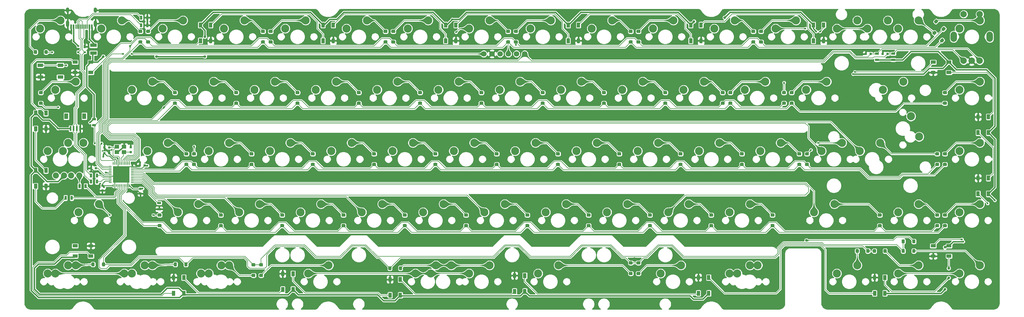
<source format=gbr>
G04 #@! TF.GenerationSoftware,KiCad,Pcbnew,(5.1.10)-1*
G04 #@! TF.CreationDate,2021-10-10T16:41:48+07:00*
G04 #@! TF.ProjectId,averange65,61766572-616e-4676-9536-352e6b696361,rev?*
G04 #@! TF.SameCoordinates,Original*
G04 #@! TF.FileFunction,Copper,L2,Bot*
G04 #@! TF.FilePolarity,Positive*
%FSLAX46Y46*%
G04 Gerber Fmt 4.6, Leading zero omitted, Abs format (unit mm)*
G04 Created by KiCad (PCBNEW (5.1.10)-1) date 2021-10-10 16:41:48*
%MOMM*%
%LPD*%
G01*
G04 APERTURE LIST*
G04 #@! TA.AperFunction,ComponentPad*
%ADD10C,2.500000*%
G04 #@! TD*
G04 #@! TA.AperFunction,SMDPad,CuDef*
%ADD11R,1.400000X1.200000*%
G04 #@! TD*
G04 #@! TA.AperFunction,ComponentPad*
%ADD12C,1.700000*%
G04 #@! TD*
G04 #@! TA.AperFunction,SMDPad,CuDef*
%ADD13R,1.300000X0.700000*%
G04 #@! TD*
G04 #@! TA.AperFunction,SMDPad,CuDef*
%ADD14R,0.700000X1.300000*%
G04 #@! TD*
G04 #@! TA.AperFunction,SMDPad,CuDef*
%ADD15R,0.800000X0.750000*%
G04 #@! TD*
G04 #@! TA.AperFunction,SMDPad,CuDef*
%ADD16R,0.750000X0.800000*%
G04 #@! TD*
G04 #@! TA.AperFunction,SMDPad,CuDef*
%ADD17R,1.500000X1.000000*%
G04 #@! TD*
G04 #@! TA.AperFunction,SMDPad,CuDef*
%ADD18R,1.000000X1.500000*%
G04 #@! TD*
G04 #@! TA.AperFunction,SMDPad,CuDef*
%ADD19R,2.030000X1.140000*%
G04 #@! TD*
G04 #@! TA.AperFunction,ComponentPad*
%ADD20C,1.905000*%
G04 #@! TD*
G04 #@! TA.AperFunction,SMDPad,CuDef*
%ADD21R,1.800000X1.100000*%
G04 #@! TD*
G04 #@! TA.AperFunction,SMDPad,CuDef*
%ADD22R,0.700000X1.000000*%
G04 #@! TD*
G04 #@! TA.AperFunction,SMDPad,CuDef*
%ADD23R,0.700000X0.600000*%
G04 #@! TD*
G04 #@! TA.AperFunction,SMDPad,CuDef*
%ADD24R,1.200000X1.800000*%
G04 #@! TD*
G04 #@! TA.AperFunction,SMDPad,CuDef*
%ADD25R,0.600000X1.550000*%
G04 #@! TD*
G04 #@! TA.AperFunction,ComponentPad*
%ADD26C,2.000000*%
G04 #@! TD*
G04 #@! TA.AperFunction,ComponentPad*
%ADD27O,2.000000X3.200000*%
G04 #@! TD*
G04 #@! TA.AperFunction,SMDPad,CuDef*
%ADD28R,5.150000X5.150000*%
G04 #@! TD*
G04 #@! TA.AperFunction,SMDPad,CuDef*
%ADD29R,0.600000X1.450000*%
G04 #@! TD*
G04 #@! TA.AperFunction,SMDPad,CuDef*
%ADD30R,0.300000X1.450000*%
G04 #@! TD*
G04 #@! TA.AperFunction,ComponentPad*
%ADD31O,1.000000X2.100000*%
G04 #@! TD*
G04 #@! TA.AperFunction,ComponentPad*
%ADD32O,1.000000X1.600000*%
G04 #@! TD*
G04 #@! TA.AperFunction,ViaPad*
%ADD33C,0.600000*%
G04 #@! TD*
G04 #@! TA.AperFunction,ViaPad*
%ADD34C,0.800000*%
G04 #@! TD*
G04 #@! TA.AperFunction,Conductor*
%ADD35C,0.400000*%
G04 #@! TD*
G04 #@! TA.AperFunction,Conductor*
%ADD36C,0.250000*%
G04 #@! TD*
G04 #@! TA.AperFunction,Conductor*
%ADD37C,0.200000*%
G04 #@! TD*
G04 #@! TA.AperFunction,Conductor*
%ADD38C,0.025400*%
G04 #@! TD*
G04 #@! TA.AperFunction,Conductor*
%ADD39C,0.100000*%
G04 #@! TD*
G04 #@! TA.AperFunction,Conductor*
%ADD40C,0.254000*%
G04 #@! TD*
G04 APERTURE END LIST*
D10*
X5556250Y-45402500D03*
X11906250Y-42862500D03*
X181768930Y-102552500D03*
X188118930Y-100012500D03*
D11*
X31659380Y-83892130D03*
X29459380Y-83892130D03*
X29459380Y-82192130D03*
X31659380Y-82192130D03*
D12*
X146018250Y-53276500D03*
X143478250Y-53276500D03*
X153638250Y-53276500D03*
X151098250Y-53276500D03*
X148558250Y-53276500D03*
X156178250Y-53276500D03*
D13*
X270709108Y-53243309D03*
X270709108Y-55143309D03*
X265648939Y-55143309D03*
X265648939Y-53243309D03*
D14*
X19714250Y-94424500D03*
X17814250Y-94424500D03*
X15396250Y-98107500D03*
X13496250Y-98107500D03*
D13*
X42576750Y-99697500D03*
X42576750Y-101597500D03*
X22320250Y-75496500D03*
X22320250Y-73596500D03*
D14*
X21364597Y-93038023D03*
X23264597Y-93038023D03*
X21364597Y-91103246D03*
X23264597Y-91103246D03*
X36991530Y-44370850D03*
X38891530Y-44370850D03*
X36991530Y-41989590D03*
X38891530Y-41989590D03*
D15*
X268934881Y-53300338D03*
X267434881Y-53300338D03*
X262220026Y-53300338D03*
X263720026Y-53300338D03*
X38056250Y-88011000D03*
X36556250Y-88011000D03*
X21415768Y-88870811D03*
X22915768Y-88870811D03*
X25554880Y-84185130D03*
X27054880Y-84185130D03*
D16*
X36750706Y-95262000D03*
X36750706Y-96762000D03*
D15*
X25554880Y-82407130D03*
X27054880Y-82407130D03*
D16*
X33734380Y-82355630D03*
X33734380Y-83855630D03*
X24923750Y-94297500D03*
X24923750Y-95797500D03*
G04 #@! TA.AperFunction,SMDPad,CuDef*
G36*
G01*
X283892570Y-115968020D02*
X283892570Y-116468020D01*
G75*
G02*
X283642570Y-116718020I-250000J0D01*
G01*
X282642570Y-116718020D01*
G75*
G02*
X282392570Y-116468020I0J250000D01*
G01*
X282392570Y-115968020D01*
G75*
G02*
X282642570Y-115718020I250000J0D01*
G01*
X283642570Y-115718020D01*
G75*
G02*
X283892570Y-115968020I0J-250000D01*
G01*
G37*
G04 #@! TD.AperFunction*
D17*
X283142570Y-113018020D03*
X288042570Y-116218020D03*
X288042570Y-113018020D03*
G04 #@! TA.AperFunction,SMDPad,CuDef*
G36*
G01*
X265192350Y-123633470D02*
X264692350Y-123633470D01*
G75*
G02*
X264442350Y-123383470I0J250000D01*
G01*
X264442350Y-122383470D01*
G75*
G02*
X264692350Y-122133470I250000J0D01*
G01*
X265192350Y-122133470D01*
G75*
G02*
X265442350Y-122383470I0J-250000D01*
G01*
X265442350Y-123383470D01*
G75*
G02*
X265192350Y-123633470I-250000J0D01*
G01*
G37*
G04 #@! TD.AperFunction*
D18*
X268142350Y-122883470D03*
X264942350Y-127783470D03*
X268142350Y-127783470D03*
G04 #@! TA.AperFunction,SMDPad,CuDef*
G36*
G01*
X210423510Y-123633690D02*
X209923510Y-123633690D01*
G75*
G02*
X209673510Y-123383690I0J250000D01*
G01*
X209673510Y-122383690D01*
G75*
G02*
X209923510Y-122133690I250000J0D01*
G01*
X210423510Y-122133690D01*
G75*
G02*
X210673510Y-122383690I0J-250000D01*
G01*
X210673510Y-123383690D01*
G75*
G02*
X210423510Y-123633690I-250000J0D01*
G01*
G37*
G04 #@! TD.AperFunction*
X213373510Y-122883690D03*
X210173510Y-127783690D03*
X213373510Y-127783690D03*
G04 #@! TA.AperFunction,SMDPad,CuDef*
G36*
G01*
X153272626Y-123037881D02*
X152772626Y-123037881D01*
G75*
G02*
X152522626Y-122787881I0J250000D01*
G01*
X152522626Y-121787881D01*
G75*
G02*
X152772626Y-121537881I250000J0D01*
G01*
X153272626Y-121537881D01*
G75*
G02*
X153522626Y-121787881I0J-250000D01*
G01*
X153522626Y-122787881D01*
G75*
G02*
X153272626Y-123037881I-250000J0D01*
G01*
G37*
G04 #@! TD.AperFunction*
X156222626Y-122287881D03*
X153022626Y-127187881D03*
X156222626Y-127187881D03*
G04 #@! TA.AperFunction,SMDPad,CuDef*
G36*
G01*
X114577281Y-124228507D02*
X114077281Y-124228507D01*
G75*
G02*
X113827281Y-123978507I0J250000D01*
G01*
X113827281Y-122978507D01*
G75*
G02*
X114077281Y-122728507I250000J0D01*
G01*
X114577281Y-122728507D01*
G75*
G02*
X114827281Y-122978507I0J-250000D01*
G01*
X114827281Y-123978507D01*
G75*
G02*
X114577281Y-124228507I-250000J0D01*
G01*
G37*
G04 #@! TD.AperFunction*
X117527281Y-123478507D03*
X114327281Y-128378507D03*
X117527281Y-128378507D03*
G04 #@! TA.AperFunction,SMDPad,CuDef*
G36*
G01*
X81239753Y-122442568D02*
X80739753Y-122442568D01*
G75*
G02*
X80489753Y-122192568I0J250000D01*
G01*
X80489753Y-121192568D01*
G75*
G02*
X80739753Y-120942568I250000J0D01*
G01*
X81239753Y-120942568D01*
G75*
G02*
X81489753Y-121192568I0J-250000D01*
G01*
X81489753Y-122192568D01*
G75*
G02*
X81239753Y-122442568I-250000J0D01*
G01*
G37*
G04 #@! TD.AperFunction*
X84189753Y-121692568D03*
X80989753Y-126592568D03*
X84189753Y-126592568D03*
G04 #@! TA.AperFunction,SMDPad,CuDef*
G36*
G01*
X47307200Y-123633690D02*
X46807200Y-123633690D01*
G75*
G02*
X46557200Y-123383690I0J250000D01*
G01*
X46557200Y-122383690D01*
G75*
G02*
X46807200Y-122133690I250000J0D01*
G01*
X47307200Y-122133690D01*
G75*
G02*
X47557200Y-122383690I0J-250000D01*
G01*
X47557200Y-123383690D01*
G75*
G02*
X47307200Y-123633690I-250000J0D01*
G01*
G37*
G04 #@! TD.AperFunction*
X50257200Y-122883690D03*
X47057200Y-127783690D03*
X50257200Y-127783690D03*
G04 #@! TA.AperFunction,SMDPad,CuDef*
G36*
G01*
X20591450Y-113268020D02*
X20591450Y-112768020D01*
G75*
G02*
X20841450Y-112518020I250000J0D01*
G01*
X21841450Y-112518020D01*
G75*
G02*
X22091450Y-112768020I0J-250000D01*
G01*
X22091450Y-113268020D01*
G75*
G02*
X21841450Y-113518020I-250000J0D01*
G01*
X20841450Y-113518020D01*
G75*
G02*
X20591450Y-113268020I0J250000D01*
G01*
G37*
G04 #@! TD.AperFunction*
D17*
X21341450Y-116218020D03*
X16441450Y-113018020D03*
X16441450Y-116218020D03*
G04 #@! TA.AperFunction,SMDPad,CuDef*
G36*
G01*
X7144520Y-93696050D02*
X7644520Y-93696050D01*
G75*
G02*
X7894520Y-93946050I0J-250000D01*
G01*
X7894520Y-94946050D01*
G75*
G02*
X7644520Y-95196050I-250000J0D01*
G01*
X7144520Y-95196050D01*
G75*
G02*
X6894520Y-94946050I0J250000D01*
G01*
X6894520Y-93946050D01*
G75*
G02*
X7144520Y-93696050I250000J0D01*
G01*
G37*
G04 #@! TD.AperFunction*
D18*
X4194520Y-94446050D03*
X7394520Y-89546050D03*
X4194520Y-89546050D03*
G04 #@! TA.AperFunction,SMDPad,CuDef*
G36*
G01*
X7144520Y-75836600D02*
X7644520Y-75836600D01*
G75*
G02*
X7894520Y-76086600I0J-250000D01*
G01*
X7894520Y-77086600D01*
G75*
G02*
X7644520Y-77336600I-250000J0D01*
G01*
X7144520Y-77336600D01*
G75*
G02*
X6894520Y-77086600I0J250000D01*
G01*
X6894520Y-76086600D01*
G75*
G02*
X7144520Y-75836600I250000J0D01*
G01*
G37*
G04 #@! TD.AperFunction*
X4194520Y-76586600D03*
X7394520Y-71686600D03*
X4194520Y-71686600D03*
G04 #@! TA.AperFunction,SMDPad,CuDef*
G36*
G01*
X297339500Y-92677310D02*
X296839500Y-92677310D01*
G75*
G02*
X296589500Y-92427310I0J250000D01*
G01*
X296589500Y-91427310D01*
G75*
G02*
X296839500Y-91177310I250000J0D01*
G01*
X297339500Y-91177310D01*
G75*
G02*
X297589500Y-91427310I0J-250000D01*
G01*
X297589500Y-92427310D01*
G75*
G02*
X297339500Y-92677310I-250000J0D01*
G01*
G37*
G04 #@! TD.AperFunction*
X300289500Y-91927310D03*
X297089500Y-96827310D03*
X300289500Y-96827310D03*
G04 #@! TA.AperFunction,SMDPad,CuDef*
G36*
G01*
X297339500Y-73627230D02*
X296839500Y-73627230D01*
G75*
G02*
X296589500Y-73377230I0J250000D01*
G01*
X296589500Y-72377230D01*
G75*
G02*
X296839500Y-72127230I250000J0D01*
G01*
X297339500Y-72127230D01*
G75*
G02*
X297589500Y-72377230I0J-250000D01*
G01*
X297589500Y-73377230D01*
G75*
G02*
X297339500Y-73627230I-250000J0D01*
G01*
G37*
G04 #@! TD.AperFunction*
X300289500Y-72877230D03*
X297089500Y-77777230D03*
X300289500Y-77777230D03*
G04 #@! TA.AperFunction,SMDPad,CuDef*
G36*
G01*
X283892570Y-58817780D02*
X283892570Y-59317780D01*
G75*
G02*
X283642570Y-59567780I-250000J0D01*
G01*
X282642570Y-59567780D01*
G75*
G02*
X282392570Y-59317780I0J250000D01*
G01*
X282392570Y-58817780D01*
G75*
G02*
X282642570Y-58567780I250000J0D01*
G01*
X283642570Y-58567780D01*
G75*
G02*
X283892570Y-58817780I0J-250000D01*
G01*
G37*
G04 #@! TD.AperFunction*
D17*
X283142570Y-55867780D03*
X288042570Y-59067780D03*
X288042570Y-55867780D03*
G04 #@! TA.AperFunction,SMDPad,CuDef*
G36*
G01*
X248842410Y-48452110D02*
X249342410Y-48452110D01*
G75*
G02*
X249592410Y-48702110I0J-250000D01*
G01*
X249592410Y-49702110D01*
G75*
G02*
X249342410Y-49952110I-250000J0D01*
G01*
X248842410Y-49952110D01*
G75*
G02*
X248592410Y-49702110I0J250000D01*
G01*
X248592410Y-48702110D01*
G75*
G02*
X248842410Y-48452110I250000J0D01*
G01*
G37*
G04 #@! TD.AperFunction*
D18*
X245892410Y-49202110D03*
X249092410Y-44302110D03*
X245892410Y-44302110D03*
G04 #@! TA.AperFunction,SMDPad,CuDef*
G36*
G01*
X210742250Y-48452110D02*
X211242250Y-48452110D01*
G75*
G02*
X211492250Y-48702110I0J-250000D01*
G01*
X211492250Y-49702110D01*
G75*
G02*
X211242250Y-49952110I-250000J0D01*
G01*
X210742250Y-49952110D01*
G75*
G02*
X210492250Y-49702110I0J250000D01*
G01*
X210492250Y-48702110D01*
G75*
G02*
X210742250Y-48452110I250000J0D01*
G01*
G37*
G04 #@! TD.AperFunction*
X207792250Y-49202110D03*
X210992250Y-44302110D03*
X207792250Y-44302110D03*
G04 #@! TA.AperFunction,SMDPad,CuDef*
G36*
G01*
X172642090Y-48452110D02*
X173142090Y-48452110D01*
G75*
G02*
X173392090Y-48702110I0J-250000D01*
G01*
X173392090Y-49702110D01*
G75*
G02*
X173142090Y-49952110I-250000J0D01*
G01*
X172642090Y-49952110D01*
G75*
G02*
X172392090Y-49702110I0J250000D01*
G01*
X172392090Y-48702110D01*
G75*
G02*
X172642090Y-48452110I250000J0D01*
G01*
G37*
G04 #@! TD.AperFunction*
X169692090Y-49202110D03*
X172892090Y-44302110D03*
X169692090Y-44302110D03*
G04 #@! TA.AperFunction,SMDPad,CuDef*
G36*
G01*
X134541930Y-48452110D02*
X135041930Y-48452110D01*
G75*
G02*
X135291930Y-48702110I0J-250000D01*
G01*
X135291930Y-49702110D01*
G75*
G02*
X135041930Y-49952110I-250000J0D01*
G01*
X134541930Y-49952110D01*
G75*
G02*
X134291930Y-49702110I0J250000D01*
G01*
X134291930Y-48702110D01*
G75*
G02*
X134541930Y-48452110I250000J0D01*
G01*
G37*
G04 #@! TD.AperFunction*
X131591930Y-49202110D03*
X134791930Y-44302110D03*
X131591930Y-44302110D03*
G04 #@! TA.AperFunction,SMDPad,CuDef*
G36*
G01*
X96441770Y-48452110D02*
X96941770Y-48452110D01*
G75*
G02*
X97191770Y-48702110I0J-250000D01*
G01*
X97191770Y-49702110D01*
G75*
G02*
X96941770Y-49952110I-250000J0D01*
G01*
X96441770Y-49952110D01*
G75*
G02*
X96191770Y-49702110I0J250000D01*
G01*
X96191770Y-48702110D01*
G75*
G02*
X96441770Y-48452110I250000J0D01*
G01*
G37*
G04 #@! TD.AperFunction*
X93491770Y-49202110D03*
X96691770Y-44302110D03*
X93491770Y-44302110D03*
G04 #@! TA.AperFunction,SMDPad,CuDef*
G36*
G01*
X58341610Y-48452110D02*
X58841610Y-48452110D01*
G75*
G02*
X59091610Y-48702110I0J-250000D01*
G01*
X59091610Y-49702110D01*
G75*
G02*
X58841610Y-49952110I-250000J0D01*
G01*
X58341610Y-49952110D01*
G75*
G02*
X58091610Y-49702110I0J250000D01*
G01*
X58091610Y-48702110D01*
G75*
G02*
X58341610Y-48452110I250000J0D01*
G01*
G37*
G04 #@! TD.AperFunction*
X55391610Y-49202110D03*
X58591610Y-44302110D03*
X55391610Y-44302110D03*
G04 #@! TA.AperFunction,SMDPad,CuDef*
G36*
G01*
X17191450Y-58817780D02*
X17191450Y-59317780D01*
G75*
G02*
X16941450Y-59567780I-250000J0D01*
G01*
X15941450Y-59567780D01*
G75*
G02*
X15691450Y-59317780I0J250000D01*
G01*
X15691450Y-58817780D01*
G75*
G02*
X15941450Y-58567780I250000J0D01*
G01*
X16941450Y-58567780D01*
G75*
G02*
X17191450Y-58817780I0J-250000D01*
G01*
G37*
G04 #@! TD.AperFunction*
D17*
X16441450Y-55867780D03*
X21341450Y-59067780D03*
X21341450Y-55867780D03*
G04 #@! TA.AperFunction,SMDPad,CuDef*
G36*
G01*
X273322215Y-114968020D02*
X273322215Y-114268020D01*
G75*
G02*
X273572215Y-114018020I250000J0D01*
G01*
X274072215Y-114018020D01*
G75*
G02*
X274322215Y-114268020I0J-250000D01*
G01*
X274322215Y-114968020D01*
G75*
G02*
X274072215Y-115218020I-250000J0D01*
G01*
X273572215Y-115218020D01*
G75*
G02*
X273322215Y-114968020I0J250000D01*
G01*
G37*
G04 #@! TD.AperFunction*
G04 #@! TA.AperFunction,SMDPad,CuDef*
G36*
G01*
X276622215Y-114968020D02*
X276622215Y-114268020D01*
G75*
G02*
X276872215Y-114018020I250000J0D01*
G01*
X277372215Y-114018020D01*
G75*
G02*
X277622215Y-114268020I0J-250000D01*
G01*
X277622215Y-114968020D01*
G75*
G02*
X277372215Y-115218020I-250000J0D01*
G01*
X276872215Y-115218020D01*
G75*
G02*
X276622215Y-114968020I0J250000D01*
G01*
G37*
G04 #@! TD.AperFunction*
G04 #@! TA.AperFunction,SMDPad,CuDef*
G36*
G01*
X264392490Y-114968020D02*
X264392490Y-114268020D01*
G75*
G02*
X264642490Y-114018020I250000J0D01*
G01*
X265142490Y-114018020D01*
G75*
G02*
X265392490Y-114268020I0J-250000D01*
G01*
X265392490Y-114968020D01*
G75*
G02*
X265142490Y-115218020I-250000J0D01*
G01*
X264642490Y-115218020D01*
G75*
G02*
X264392490Y-114968020I0J250000D01*
G01*
G37*
G04 #@! TD.AperFunction*
G04 #@! TA.AperFunction,SMDPad,CuDef*
G36*
G01*
X267692490Y-114968020D02*
X267692490Y-114268020D01*
G75*
G02*
X267942490Y-114018020I250000J0D01*
G01*
X268442490Y-114018020D01*
G75*
G02*
X268692490Y-114268020I0J-250000D01*
G01*
X268692490Y-114968020D01*
G75*
G02*
X268442490Y-115218020I-250000J0D01*
G01*
X267942490Y-115218020D01*
G75*
G02*
X267692490Y-114968020I0J250000D01*
G01*
G37*
G04 #@! TD.AperFunction*
G04 #@! TA.AperFunction,SMDPad,CuDef*
G36*
G01*
X263334515Y-114267800D02*
X263334515Y-114967800D01*
G75*
G02*
X263084515Y-115217800I-250000J0D01*
G01*
X262584515Y-115217800D01*
G75*
G02*
X262334515Y-114967800I0J250000D01*
G01*
X262334515Y-114267800D01*
G75*
G02*
X262584515Y-114017800I250000J0D01*
G01*
X263084515Y-114017800D01*
G75*
G02*
X263334515Y-114267800I0J-250000D01*
G01*
G37*
G04 #@! TD.AperFunction*
G04 #@! TA.AperFunction,SMDPad,CuDef*
G36*
G01*
X260034515Y-114267800D02*
X260034515Y-114967800D01*
G75*
G02*
X259784515Y-115217800I-250000J0D01*
G01*
X259284515Y-115217800D01*
G75*
G02*
X259034515Y-114967800I0J250000D01*
G01*
X259034515Y-114267800D01*
G75*
G02*
X259284515Y-114017800I250000J0D01*
G01*
X259784515Y-114017800D01*
G75*
G02*
X260034515Y-114267800I0J-250000D01*
G01*
G37*
G04 #@! TD.AperFunction*
G04 #@! TA.AperFunction,SMDPad,CuDef*
G36*
G01*
X273322075Y-111991225D02*
X273322075Y-111291225D01*
G75*
G02*
X273572075Y-111041225I250000J0D01*
G01*
X274072075Y-111041225D01*
G75*
G02*
X274322075Y-111291225I0J-250000D01*
G01*
X274322075Y-111991225D01*
G75*
G02*
X274072075Y-112241225I-250000J0D01*
G01*
X273572075Y-112241225D01*
G75*
G02*
X273322075Y-111991225I0J250000D01*
G01*
G37*
G04 #@! TD.AperFunction*
G04 #@! TA.AperFunction,SMDPad,CuDef*
G36*
G01*
X276622075Y-111991225D02*
X276622075Y-111291225D01*
G75*
G02*
X276872075Y-111041225I250000J0D01*
G01*
X277372075Y-111041225D01*
G75*
G02*
X277622075Y-111291225I0J-250000D01*
G01*
X277622075Y-111991225D01*
G75*
G02*
X277372075Y-112241225I-250000J0D01*
G01*
X276872075Y-112241225D01*
G75*
G02*
X276622075Y-111991225I0J250000D01*
G01*
G37*
G04 #@! TD.AperFunction*
G04 #@! TA.AperFunction,SMDPad,CuDef*
G36*
G01*
X191182032Y-117825377D02*
X191882032Y-117825377D01*
G75*
G02*
X192132032Y-118075377I0J-250000D01*
G01*
X192132032Y-118575377D01*
G75*
G02*
X191882032Y-118825377I-250000J0D01*
G01*
X191182032Y-118825377D01*
G75*
G02*
X190932032Y-118575377I0J250000D01*
G01*
X190932032Y-118075377D01*
G75*
G02*
X191182032Y-117825377I250000J0D01*
G01*
G37*
G04 #@! TD.AperFunction*
G04 #@! TA.AperFunction,SMDPad,CuDef*
G36*
G01*
X191182032Y-121125377D02*
X191882032Y-121125377D01*
G75*
G02*
X192132032Y-121375377I0J-250000D01*
G01*
X192132032Y-121875377D01*
G75*
G02*
X191882032Y-122125377I-250000J0D01*
G01*
X191182032Y-122125377D01*
G75*
G02*
X190932032Y-121875377I0J250000D01*
G01*
X190932032Y-121375377D01*
G75*
G02*
X191182032Y-121125377I250000J0D01*
G01*
G37*
G04 #@! TD.AperFunction*
G04 #@! TA.AperFunction,SMDPad,CuDef*
G36*
G01*
X188800780Y-117825377D02*
X189500780Y-117825377D01*
G75*
G02*
X189750780Y-118075377I0J-250000D01*
G01*
X189750780Y-118575377D01*
G75*
G02*
X189500780Y-118825377I-250000J0D01*
G01*
X188800780Y-118825377D01*
G75*
G02*
X188550780Y-118575377I0J250000D01*
G01*
X188550780Y-118075377D01*
G75*
G02*
X188800780Y-117825377I250000J0D01*
G01*
G37*
G04 #@! TD.AperFunction*
G04 #@! TA.AperFunction,SMDPad,CuDef*
G36*
G01*
X188800780Y-121125377D02*
X189500780Y-121125377D01*
G75*
G02*
X189750780Y-121375377I0J-250000D01*
G01*
X189750780Y-121875377D01*
G75*
G02*
X189500780Y-122125377I-250000J0D01*
G01*
X188800780Y-122125377D01*
G75*
G02*
X188550780Y-121875377I0J250000D01*
G01*
X188550780Y-121375377D01*
G75*
G02*
X188800780Y-121125377I250000J0D01*
G01*
G37*
G04 #@! TD.AperFunction*
G04 #@! TA.AperFunction,SMDPad,CuDef*
G36*
G01*
X73905371Y-118420690D02*
X74605371Y-118420690D01*
G75*
G02*
X74855371Y-118670690I0J-250000D01*
G01*
X74855371Y-119170690D01*
G75*
G02*
X74605371Y-119420690I-250000J0D01*
G01*
X73905371Y-119420690D01*
G75*
G02*
X73655371Y-119170690I0J250000D01*
G01*
X73655371Y-118670690D01*
G75*
G02*
X73905371Y-118420690I250000J0D01*
G01*
G37*
G04 #@! TD.AperFunction*
G04 #@! TA.AperFunction,SMDPad,CuDef*
G36*
G01*
X73905371Y-121720690D02*
X74605371Y-121720690D01*
G75*
G02*
X74855371Y-121970690I0J-250000D01*
G01*
X74855371Y-122470690D01*
G75*
G02*
X74605371Y-122720690I-250000J0D01*
G01*
X73905371Y-122720690D01*
G75*
G02*
X73655371Y-122470690I0J250000D01*
G01*
X73655371Y-121970690D01*
G75*
G02*
X73905371Y-121720690I250000J0D01*
G01*
G37*
G04 #@! TD.AperFunction*
G04 #@! TA.AperFunction,SMDPad,CuDef*
G36*
G01*
X113777281Y-120325377D02*
X113777281Y-119625377D01*
G75*
G02*
X114027281Y-119375377I250000J0D01*
G01*
X114527281Y-119375377D01*
G75*
G02*
X114777281Y-119625377I0J-250000D01*
G01*
X114777281Y-120325377D01*
G75*
G02*
X114527281Y-120575377I-250000J0D01*
G01*
X114027281Y-120575377D01*
G75*
G02*
X113777281Y-120325377I0J250000D01*
G01*
G37*
G04 #@! TD.AperFunction*
G04 #@! TA.AperFunction,SMDPad,CuDef*
G36*
G01*
X117077281Y-120325377D02*
X117077281Y-119625377D01*
G75*
G02*
X117327281Y-119375377I250000J0D01*
G01*
X117827281Y-119375377D01*
G75*
G02*
X118077281Y-119625377I0J-250000D01*
G01*
X118077281Y-120325377D01*
G75*
G02*
X117827281Y-120575377I-250000J0D01*
G01*
X117327281Y-120575377D01*
G75*
G02*
X117077281Y-120325377I0J250000D01*
G01*
G37*
G04 #@! TD.AperFunction*
G04 #@! TA.AperFunction,SMDPad,CuDef*
G36*
G01*
X71524119Y-118420690D02*
X72224119Y-118420690D01*
G75*
G02*
X72474119Y-118670690I0J-250000D01*
G01*
X72474119Y-119170690D01*
G75*
G02*
X72224119Y-119420690I-250000J0D01*
G01*
X71524119Y-119420690D01*
G75*
G02*
X71274119Y-119170690I0J250000D01*
G01*
X71274119Y-118670690D01*
G75*
G02*
X71524119Y-118420690I250000J0D01*
G01*
G37*
G04 #@! TD.AperFunction*
G04 #@! TA.AperFunction,SMDPad,CuDef*
G36*
G01*
X71524119Y-121720690D02*
X72224119Y-121720690D01*
G75*
G02*
X72474119Y-121970690I0J-250000D01*
G01*
X72474119Y-122470690D01*
G75*
G02*
X72224119Y-122720690I-250000J0D01*
G01*
X71524119Y-122720690D01*
G75*
G02*
X71274119Y-122470690I0J250000D01*
G01*
X71274119Y-121970690D01*
G75*
G02*
X71524119Y-121720690I250000J0D01*
G01*
G37*
G04 #@! TD.AperFunction*
G04 #@! TA.AperFunction,SMDPad,CuDef*
G36*
G01*
X51402515Y-118435225D02*
X51402515Y-119135225D01*
G75*
G02*
X51152515Y-119385225I-250000J0D01*
G01*
X50652515Y-119385225D01*
G75*
G02*
X50402515Y-119135225I0J250000D01*
G01*
X50402515Y-118435225D01*
G75*
G02*
X50652515Y-118185225I250000J0D01*
G01*
X51152515Y-118185225D01*
G75*
G02*
X51402515Y-118435225I0J-250000D01*
G01*
G37*
G04 #@! TD.AperFunction*
G04 #@! TA.AperFunction,SMDPad,CuDef*
G36*
G01*
X48102515Y-118435225D02*
X48102515Y-119135225D01*
G75*
G02*
X47852515Y-119385225I-250000J0D01*
G01*
X47352515Y-119385225D01*
G75*
G02*
X47102515Y-119135225I0J250000D01*
G01*
X47102515Y-118435225D01*
G75*
G02*
X47352515Y-118185225I250000J0D01*
G01*
X47852515Y-118185225D01*
G75*
G02*
X48102515Y-118435225I0J-250000D01*
G01*
G37*
G04 #@! TD.AperFunction*
G04 #@! TA.AperFunction,SMDPad,CuDef*
G36*
G01*
X25803970Y-118435225D02*
X25803970Y-119135225D01*
G75*
G02*
X25553970Y-119385225I-250000J0D01*
G01*
X25053970Y-119385225D01*
G75*
G02*
X24803970Y-119135225I0J250000D01*
G01*
X24803970Y-118435225D01*
G75*
G02*
X25053970Y-118185225I250000J0D01*
G01*
X25553970Y-118185225D01*
G75*
G02*
X25803970Y-118435225I0J-250000D01*
G01*
G37*
G04 #@! TD.AperFunction*
G04 #@! TA.AperFunction,SMDPad,CuDef*
G36*
G01*
X22503970Y-118435225D02*
X22503970Y-119135225D01*
G75*
G02*
X22253970Y-119385225I-250000J0D01*
G01*
X21753970Y-119385225D01*
G75*
G02*
X21503970Y-119135225I0J250000D01*
G01*
X21503970Y-118435225D01*
G75*
G02*
X21753970Y-118185225I250000J0D01*
G01*
X22253970Y-118185225D01*
G75*
G02*
X22503970Y-118435225I0J-250000D01*
G01*
G37*
G04 #@! TD.AperFunction*
G04 #@! TA.AperFunction,SMDPad,CuDef*
G36*
G01*
X287133200Y-107242980D02*
X286433200Y-107242980D01*
G75*
G02*
X286183200Y-106992980I0J250000D01*
G01*
X286183200Y-106492980D01*
G75*
G02*
X286433200Y-106242980I250000J0D01*
G01*
X287133200Y-106242980D01*
G75*
G02*
X287383200Y-106492980I0J-250000D01*
G01*
X287383200Y-106992980D01*
G75*
G02*
X287133200Y-107242980I-250000J0D01*
G01*
G37*
G04 #@! TD.AperFunction*
G04 #@! TA.AperFunction,SMDPad,CuDef*
G36*
G01*
X287133200Y-103942980D02*
X286433200Y-103942980D01*
G75*
G02*
X286183200Y-103692980I0J250000D01*
G01*
X286183200Y-103192980D01*
G75*
G02*
X286433200Y-102942980I250000J0D01*
G01*
X287133200Y-102942980D01*
G75*
G02*
X287383200Y-103192980I0J-250000D01*
G01*
X287383200Y-103692980D01*
G75*
G02*
X287133200Y-103942980I-250000J0D01*
G01*
G37*
G04 #@! TD.AperFunction*
G04 #@! TA.AperFunction,SMDPad,CuDef*
G36*
G01*
X284751940Y-107242980D02*
X284051940Y-107242980D01*
G75*
G02*
X283801940Y-106992980I0J250000D01*
G01*
X283801940Y-106492980D01*
G75*
G02*
X284051940Y-106242980I250000J0D01*
G01*
X284751940Y-106242980D01*
G75*
G02*
X285001940Y-106492980I0J-250000D01*
G01*
X285001940Y-106992980D01*
G75*
G02*
X284751940Y-107242980I-250000J0D01*
G01*
G37*
G04 #@! TD.AperFunction*
G04 #@! TA.AperFunction,SMDPad,CuDef*
G36*
G01*
X284751940Y-103942980D02*
X284051940Y-103942980D01*
G75*
G02*
X283801940Y-103692980I0J250000D01*
G01*
X283801940Y-103192980D01*
G75*
G02*
X284051940Y-102942980I250000J0D01*
G01*
X284751940Y-102942980D01*
G75*
G02*
X285001940Y-103192980I0J-250000D01*
G01*
X285001940Y-103692980D01*
G75*
G02*
X284751940Y-103942980I-250000J0D01*
G01*
G37*
G04 #@! TD.AperFunction*
G04 #@! TA.AperFunction,SMDPad,CuDef*
G36*
G01*
X266892490Y-107242980D02*
X266192490Y-107242980D01*
G75*
G02*
X265942490Y-106992980I0J250000D01*
G01*
X265942490Y-106492980D01*
G75*
G02*
X266192490Y-106242980I250000J0D01*
G01*
X266892490Y-106242980D01*
G75*
G02*
X267142490Y-106492980I0J-250000D01*
G01*
X267142490Y-106992980D01*
G75*
G02*
X266892490Y-107242980I-250000J0D01*
G01*
G37*
G04 #@! TD.AperFunction*
G04 #@! TA.AperFunction,SMDPad,CuDef*
G36*
G01*
X266892490Y-103942980D02*
X266192490Y-103942980D01*
G75*
G02*
X265942490Y-103692980I0J250000D01*
G01*
X265942490Y-103192980D01*
G75*
G02*
X266192490Y-102942980I250000J0D01*
G01*
X266892490Y-102942980D01*
G75*
G02*
X267142490Y-103192980I0J-250000D01*
G01*
X267142490Y-103692980D01*
G75*
G02*
X266892490Y-103942980I-250000J0D01*
G01*
G37*
G04 #@! TD.AperFunction*
G04 #@! TA.AperFunction,SMDPad,CuDef*
G36*
G01*
X233554850Y-107242980D02*
X232854850Y-107242980D01*
G75*
G02*
X232604850Y-106992980I0J250000D01*
G01*
X232604850Y-106492980D01*
G75*
G02*
X232854850Y-106242980I250000J0D01*
G01*
X233554850Y-106242980D01*
G75*
G02*
X233804850Y-106492980I0J-250000D01*
G01*
X233804850Y-106992980D01*
G75*
G02*
X233554850Y-107242980I-250000J0D01*
G01*
G37*
G04 #@! TD.AperFunction*
G04 #@! TA.AperFunction,SMDPad,CuDef*
G36*
G01*
X233554850Y-103942980D02*
X232854850Y-103942980D01*
G75*
G02*
X232604850Y-103692980I0J250000D01*
G01*
X232604850Y-103192980D01*
G75*
G02*
X232854850Y-102942980I250000J0D01*
G01*
X233554850Y-102942980D01*
G75*
G02*
X233804850Y-103192980I0J-250000D01*
G01*
X233804850Y-103692980D01*
G75*
G02*
X233554850Y-103942980I-250000J0D01*
G01*
G37*
G04 #@! TD.AperFunction*
G04 #@! TA.AperFunction,SMDPad,CuDef*
G36*
G01*
X214504770Y-107242980D02*
X213804770Y-107242980D01*
G75*
G02*
X213554770Y-106992980I0J250000D01*
G01*
X213554770Y-106492980D01*
G75*
G02*
X213804770Y-106242980I250000J0D01*
G01*
X214504770Y-106242980D01*
G75*
G02*
X214754770Y-106492980I0J-250000D01*
G01*
X214754770Y-106992980D01*
G75*
G02*
X214504770Y-107242980I-250000J0D01*
G01*
G37*
G04 #@! TD.AperFunction*
G04 #@! TA.AperFunction,SMDPad,CuDef*
G36*
G01*
X214504770Y-103942980D02*
X213804770Y-103942980D01*
G75*
G02*
X213554770Y-103692980I0J250000D01*
G01*
X213554770Y-103192980D01*
G75*
G02*
X213804770Y-102942980I250000J0D01*
G01*
X214504770Y-102942980D01*
G75*
G02*
X214754770Y-103192980I0J-250000D01*
G01*
X214754770Y-103692980D01*
G75*
G02*
X214504770Y-103942980I-250000J0D01*
G01*
G37*
G04 #@! TD.AperFunction*
G04 #@! TA.AperFunction,SMDPad,CuDef*
G36*
G01*
X195454690Y-107242980D02*
X194754690Y-107242980D01*
G75*
G02*
X194504690Y-106992980I0J250000D01*
G01*
X194504690Y-106492980D01*
G75*
G02*
X194754690Y-106242980I250000J0D01*
G01*
X195454690Y-106242980D01*
G75*
G02*
X195704690Y-106492980I0J-250000D01*
G01*
X195704690Y-106992980D01*
G75*
G02*
X195454690Y-107242980I-250000J0D01*
G01*
G37*
G04 #@! TD.AperFunction*
G04 #@! TA.AperFunction,SMDPad,CuDef*
G36*
G01*
X195454690Y-103942980D02*
X194754690Y-103942980D01*
G75*
G02*
X194504690Y-103692980I0J250000D01*
G01*
X194504690Y-103192980D01*
G75*
G02*
X194754690Y-102942980I250000J0D01*
G01*
X195454690Y-102942980D01*
G75*
G02*
X195704690Y-103192980I0J-250000D01*
G01*
X195704690Y-103692980D01*
G75*
G02*
X195454690Y-103942980I-250000J0D01*
G01*
G37*
G04 #@! TD.AperFunction*
G04 #@! TA.AperFunction,SMDPad,CuDef*
G36*
G01*
X176404610Y-107242980D02*
X175704610Y-107242980D01*
G75*
G02*
X175454610Y-106992980I0J250000D01*
G01*
X175454610Y-106492980D01*
G75*
G02*
X175704610Y-106242980I250000J0D01*
G01*
X176404610Y-106242980D01*
G75*
G02*
X176654610Y-106492980I0J-250000D01*
G01*
X176654610Y-106992980D01*
G75*
G02*
X176404610Y-107242980I-250000J0D01*
G01*
G37*
G04 #@! TD.AperFunction*
G04 #@! TA.AperFunction,SMDPad,CuDef*
G36*
G01*
X176404610Y-103942980D02*
X175704610Y-103942980D01*
G75*
G02*
X175454610Y-103692980I0J250000D01*
G01*
X175454610Y-103192980D01*
G75*
G02*
X175704610Y-102942980I250000J0D01*
G01*
X176404610Y-102942980D01*
G75*
G02*
X176654610Y-103192980I0J-250000D01*
G01*
X176654610Y-103692980D01*
G75*
G02*
X176404610Y-103942980I-250000J0D01*
G01*
G37*
G04 #@! TD.AperFunction*
G04 #@! TA.AperFunction,SMDPad,CuDef*
G36*
G01*
X157354530Y-107242980D02*
X156654530Y-107242980D01*
G75*
G02*
X156404530Y-106992980I0J250000D01*
G01*
X156404530Y-106492980D01*
G75*
G02*
X156654530Y-106242980I250000J0D01*
G01*
X157354530Y-106242980D01*
G75*
G02*
X157604530Y-106492980I0J-250000D01*
G01*
X157604530Y-106992980D01*
G75*
G02*
X157354530Y-107242980I-250000J0D01*
G01*
G37*
G04 #@! TD.AperFunction*
G04 #@! TA.AperFunction,SMDPad,CuDef*
G36*
G01*
X157354530Y-103942980D02*
X156654530Y-103942980D01*
G75*
G02*
X156404530Y-103692980I0J250000D01*
G01*
X156404530Y-103192980D01*
G75*
G02*
X156654530Y-102942980I250000J0D01*
G01*
X157354530Y-102942980D01*
G75*
G02*
X157604530Y-103192980I0J-250000D01*
G01*
X157604530Y-103692980D01*
G75*
G02*
X157354530Y-103942980I-250000J0D01*
G01*
G37*
G04 #@! TD.AperFunction*
G04 #@! TA.AperFunction,SMDPad,CuDef*
G36*
G01*
X138304450Y-107242980D02*
X137604450Y-107242980D01*
G75*
G02*
X137354450Y-106992980I0J250000D01*
G01*
X137354450Y-106492980D01*
G75*
G02*
X137604450Y-106242980I250000J0D01*
G01*
X138304450Y-106242980D01*
G75*
G02*
X138554450Y-106492980I0J-250000D01*
G01*
X138554450Y-106992980D01*
G75*
G02*
X138304450Y-107242980I-250000J0D01*
G01*
G37*
G04 #@! TD.AperFunction*
G04 #@! TA.AperFunction,SMDPad,CuDef*
G36*
G01*
X138304450Y-103942980D02*
X137604450Y-103942980D01*
G75*
G02*
X137354450Y-103692980I0J250000D01*
G01*
X137354450Y-103192980D01*
G75*
G02*
X137604450Y-102942980I250000J0D01*
G01*
X138304450Y-102942980D01*
G75*
G02*
X138554450Y-103192980I0J-250000D01*
G01*
X138554450Y-103692980D01*
G75*
G02*
X138304450Y-103942980I-250000J0D01*
G01*
G37*
G04 #@! TD.AperFunction*
G04 #@! TA.AperFunction,SMDPad,CuDef*
G36*
G01*
X119254370Y-107242980D02*
X118554370Y-107242980D01*
G75*
G02*
X118304370Y-106992980I0J250000D01*
G01*
X118304370Y-106492980D01*
G75*
G02*
X118554370Y-106242980I250000J0D01*
G01*
X119254370Y-106242980D01*
G75*
G02*
X119504370Y-106492980I0J-250000D01*
G01*
X119504370Y-106992980D01*
G75*
G02*
X119254370Y-107242980I-250000J0D01*
G01*
G37*
G04 #@! TD.AperFunction*
G04 #@! TA.AperFunction,SMDPad,CuDef*
G36*
G01*
X119254370Y-103942980D02*
X118554370Y-103942980D01*
G75*
G02*
X118304370Y-103692980I0J250000D01*
G01*
X118304370Y-103192980D01*
G75*
G02*
X118554370Y-102942980I250000J0D01*
G01*
X119254370Y-102942980D01*
G75*
G02*
X119504370Y-103192980I0J-250000D01*
G01*
X119504370Y-103692980D01*
G75*
G02*
X119254370Y-103942980I-250000J0D01*
G01*
G37*
G04 #@! TD.AperFunction*
G04 #@! TA.AperFunction,SMDPad,CuDef*
G36*
G01*
X100204290Y-107242980D02*
X99504290Y-107242980D01*
G75*
G02*
X99254290Y-106992980I0J250000D01*
G01*
X99254290Y-106492980D01*
G75*
G02*
X99504290Y-106242980I250000J0D01*
G01*
X100204290Y-106242980D01*
G75*
G02*
X100454290Y-106492980I0J-250000D01*
G01*
X100454290Y-106992980D01*
G75*
G02*
X100204290Y-107242980I-250000J0D01*
G01*
G37*
G04 #@! TD.AperFunction*
G04 #@! TA.AperFunction,SMDPad,CuDef*
G36*
G01*
X100204290Y-103942980D02*
X99504290Y-103942980D01*
G75*
G02*
X99254290Y-103692980I0J250000D01*
G01*
X99254290Y-103192980D01*
G75*
G02*
X99504290Y-102942980I250000J0D01*
G01*
X100204290Y-102942980D01*
G75*
G02*
X100454290Y-103192980I0J-250000D01*
G01*
X100454290Y-103692980D01*
G75*
G02*
X100204290Y-103942980I-250000J0D01*
G01*
G37*
G04 #@! TD.AperFunction*
G04 #@! TA.AperFunction,SMDPad,CuDef*
G36*
G01*
X81154210Y-107242980D02*
X80454210Y-107242980D01*
G75*
G02*
X80204210Y-106992980I0J250000D01*
G01*
X80204210Y-106492980D01*
G75*
G02*
X80454210Y-106242980I250000J0D01*
G01*
X81154210Y-106242980D01*
G75*
G02*
X81404210Y-106492980I0J-250000D01*
G01*
X81404210Y-106992980D01*
G75*
G02*
X81154210Y-107242980I-250000J0D01*
G01*
G37*
G04 #@! TD.AperFunction*
G04 #@! TA.AperFunction,SMDPad,CuDef*
G36*
G01*
X81154210Y-103942980D02*
X80454210Y-103942980D01*
G75*
G02*
X80204210Y-103692980I0J250000D01*
G01*
X80204210Y-103192980D01*
G75*
G02*
X80454210Y-102942980I250000J0D01*
G01*
X81154210Y-102942980D01*
G75*
G02*
X81404210Y-103192980I0J-250000D01*
G01*
X81404210Y-103692980D01*
G75*
G02*
X81154210Y-103942980I-250000J0D01*
G01*
G37*
G04 #@! TD.AperFunction*
G04 #@! TA.AperFunction,SMDPad,CuDef*
G36*
G01*
X62104130Y-107242980D02*
X61404130Y-107242980D01*
G75*
G02*
X61154130Y-106992980I0J250000D01*
G01*
X61154130Y-106492980D01*
G75*
G02*
X61404130Y-106242980I250000J0D01*
G01*
X62104130Y-106242980D01*
G75*
G02*
X62354130Y-106492980I0J-250000D01*
G01*
X62354130Y-106992980D01*
G75*
G02*
X62104130Y-107242980I-250000J0D01*
G01*
G37*
G04 #@! TD.AperFunction*
G04 #@! TA.AperFunction,SMDPad,CuDef*
G36*
G01*
X62104130Y-103942980D02*
X61404130Y-103942980D01*
G75*
G02*
X61154130Y-103692980I0J250000D01*
G01*
X61154130Y-103192980D01*
G75*
G02*
X61404130Y-102942980I250000J0D01*
G01*
X62104130Y-102942980D01*
G75*
G02*
X62354130Y-103192980I0J-250000D01*
G01*
X62354130Y-103692980D01*
G75*
G02*
X62104130Y-103942980I-250000J0D01*
G01*
G37*
G04 #@! TD.AperFunction*
G04 #@! TA.AperFunction,SMDPad,CuDef*
G36*
G01*
X287133200Y-88192900D02*
X286433200Y-88192900D01*
G75*
G02*
X286183200Y-87942900I0J250000D01*
G01*
X286183200Y-87442900D01*
G75*
G02*
X286433200Y-87192900I250000J0D01*
G01*
X287133200Y-87192900D01*
G75*
G02*
X287383200Y-87442900I0J-250000D01*
G01*
X287383200Y-87942900D01*
G75*
G02*
X287133200Y-88192900I-250000J0D01*
G01*
G37*
G04 #@! TD.AperFunction*
G04 #@! TA.AperFunction,SMDPad,CuDef*
G36*
G01*
X287133200Y-84892900D02*
X286433200Y-84892900D01*
G75*
G02*
X286183200Y-84642900I0J250000D01*
G01*
X286183200Y-84142900D01*
G75*
G02*
X286433200Y-83892900I250000J0D01*
G01*
X287133200Y-83892900D01*
G75*
G02*
X287383200Y-84142900I0J-250000D01*
G01*
X287383200Y-84642900D01*
G75*
G02*
X287133200Y-84892900I-250000J0D01*
G01*
G37*
G04 #@! TD.AperFunction*
G04 #@! TA.AperFunction,SMDPad,CuDef*
G36*
G01*
X43054050Y-107242980D02*
X42354050Y-107242980D01*
G75*
G02*
X42104050Y-106992980I0J250000D01*
G01*
X42104050Y-106492980D01*
G75*
G02*
X42354050Y-106242980I250000J0D01*
G01*
X43054050Y-106242980D01*
G75*
G02*
X43304050Y-106492980I0J-250000D01*
G01*
X43304050Y-106992980D01*
G75*
G02*
X43054050Y-107242980I-250000J0D01*
G01*
G37*
G04 #@! TD.AperFunction*
G04 #@! TA.AperFunction,SMDPad,CuDef*
G36*
G01*
X43054050Y-103942980D02*
X42354050Y-103942980D01*
G75*
G02*
X42104050Y-103692980I0J250000D01*
G01*
X42104050Y-103192980D01*
G75*
G02*
X42354050Y-102942980I250000J0D01*
G01*
X43054050Y-102942980D01*
G75*
G02*
X43304050Y-103192980I0J-250000D01*
G01*
X43304050Y-103692980D01*
G75*
G02*
X43054050Y-103942980I-250000J0D01*
G01*
G37*
G04 #@! TD.AperFunction*
G04 #@! TA.AperFunction,SMDPad,CuDef*
G36*
G01*
X284751940Y-88192900D02*
X284051940Y-88192900D01*
G75*
G02*
X283801940Y-87942900I0J250000D01*
G01*
X283801940Y-87442900D01*
G75*
G02*
X284051940Y-87192900I250000J0D01*
G01*
X284751940Y-87192900D01*
G75*
G02*
X285001940Y-87442900I0J-250000D01*
G01*
X285001940Y-87942900D01*
G75*
G02*
X284751940Y-88192900I-250000J0D01*
G01*
G37*
G04 #@! TD.AperFunction*
G04 #@! TA.AperFunction,SMDPad,CuDef*
G36*
G01*
X284751940Y-84892900D02*
X284051940Y-84892900D01*
G75*
G02*
X283801940Y-84642900I0J250000D01*
G01*
X283801940Y-84142900D01*
G75*
G02*
X284051940Y-83892900I250000J0D01*
G01*
X284751940Y-83892900D01*
G75*
G02*
X285001940Y-84142900I0J-250000D01*
G01*
X285001940Y-84642900D01*
G75*
G02*
X284751940Y-84892900I-250000J0D01*
G01*
G37*
G04 #@! TD.AperFunction*
G04 #@! TA.AperFunction,SMDPad,CuDef*
G36*
G01*
X241889260Y-88192900D02*
X241189260Y-88192900D01*
G75*
G02*
X240939260Y-87942900I0J250000D01*
G01*
X240939260Y-87442900D01*
G75*
G02*
X241189260Y-87192900I250000J0D01*
G01*
X241889260Y-87192900D01*
G75*
G02*
X242139260Y-87442900I0J-250000D01*
G01*
X242139260Y-87942900D01*
G75*
G02*
X241889260Y-88192900I-250000J0D01*
G01*
G37*
G04 #@! TD.AperFunction*
G04 #@! TA.AperFunction,SMDPad,CuDef*
G36*
G01*
X241889260Y-84892900D02*
X241189260Y-84892900D01*
G75*
G02*
X240939260Y-84642900I0J250000D01*
G01*
X240939260Y-84142900D01*
G75*
G02*
X241189260Y-83892900I250000J0D01*
G01*
X241889260Y-83892900D01*
G75*
G02*
X242139260Y-84142900I0J-250000D01*
G01*
X242139260Y-84642900D01*
G75*
G02*
X241889260Y-84892900I-250000J0D01*
G01*
G37*
G04 #@! TD.AperFunction*
G04 #@! TA.AperFunction,SMDPad,CuDef*
G36*
G01*
X224029810Y-88192900D02*
X223329810Y-88192900D01*
G75*
G02*
X223079810Y-87942900I0J250000D01*
G01*
X223079810Y-87442900D01*
G75*
G02*
X223329810Y-87192900I250000J0D01*
G01*
X224029810Y-87192900D01*
G75*
G02*
X224279810Y-87442900I0J-250000D01*
G01*
X224279810Y-87942900D01*
G75*
G02*
X224029810Y-88192900I-250000J0D01*
G01*
G37*
G04 #@! TD.AperFunction*
G04 #@! TA.AperFunction,SMDPad,CuDef*
G36*
G01*
X224029810Y-84892900D02*
X223329810Y-84892900D01*
G75*
G02*
X223079810Y-84642900I0J250000D01*
G01*
X223079810Y-84142900D01*
G75*
G02*
X223329810Y-83892900I250000J0D01*
G01*
X224029810Y-83892900D01*
G75*
G02*
X224279810Y-84142900I0J-250000D01*
G01*
X224279810Y-84642900D01*
G75*
G02*
X224029810Y-84892900I-250000J0D01*
G01*
G37*
G04 #@! TD.AperFunction*
G04 #@! TA.AperFunction,SMDPad,CuDef*
G36*
G01*
X204979730Y-88192900D02*
X204279730Y-88192900D01*
G75*
G02*
X204029730Y-87942900I0J250000D01*
G01*
X204029730Y-87442900D01*
G75*
G02*
X204279730Y-87192900I250000J0D01*
G01*
X204979730Y-87192900D01*
G75*
G02*
X205229730Y-87442900I0J-250000D01*
G01*
X205229730Y-87942900D01*
G75*
G02*
X204979730Y-88192900I-250000J0D01*
G01*
G37*
G04 #@! TD.AperFunction*
G04 #@! TA.AperFunction,SMDPad,CuDef*
G36*
G01*
X204979730Y-84892900D02*
X204279730Y-84892900D01*
G75*
G02*
X204029730Y-84642900I0J250000D01*
G01*
X204029730Y-84142900D01*
G75*
G02*
X204279730Y-83892900I250000J0D01*
G01*
X204979730Y-83892900D01*
G75*
G02*
X205229730Y-84142900I0J-250000D01*
G01*
X205229730Y-84642900D01*
G75*
G02*
X204979730Y-84892900I-250000J0D01*
G01*
G37*
G04 #@! TD.AperFunction*
G04 #@! TA.AperFunction,SMDPad,CuDef*
G36*
G01*
X185929650Y-88192900D02*
X185229650Y-88192900D01*
G75*
G02*
X184979650Y-87942900I0J250000D01*
G01*
X184979650Y-87442900D01*
G75*
G02*
X185229650Y-87192900I250000J0D01*
G01*
X185929650Y-87192900D01*
G75*
G02*
X186179650Y-87442900I0J-250000D01*
G01*
X186179650Y-87942900D01*
G75*
G02*
X185929650Y-88192900I-250000J0D01*
G01*
G37*
G04 #@! TD.AperFunction*
G04 #@! TA.AperFunction,SMDPad,CuDef*
G36*
G01*
X185929650Y-84892900D02*
X185229650Y-84892900D01*
G75*
G02*
X184979650Y-84642900I0J250000D01*
G01*
X184979650Y-84142900D01*
G75*
G02*
X185229650Y-83892900I250000J0D01*
G01*
X185929650Y-83892900D01*
G75*
G02*
X186179650Y-84142900I0J-250000D01*
G01*
X186179650Y-84642900D01*
G75*
G02*
X185929650Y-84892900I-250000J0D01*
G01*
G37*
G04 #@! TD.AperFunction*
G04 #@! TA.AperFunction,SMDPad,CuDef*
G36*
G01*
X166879570Y-88192900D02*
X166179570Y-88192900D01*
G75*
G02*
X165929570Y-87942900I0J250000D01*
G01*
X165929570Y-87442900D01*
G75*
G02*
X166179570Y-87192900I250000J0D01*
G01*
X166879570Y-87192900D01*
G75*
G02*
X167129570Y-87442900I0J-250000D01*
G01*
X167129570Y-87942900D01*
G75*
G02*
X166879570Y-88192900I-250000J0D01*
G01*
G37*
G04 #@! TD.AperFunction*
G04 #@! TA.AperFunction,SMDPad,CuDef*
G36*
G01*
X166879570Y-84892900D02*
X166179570Y-84892900D01*
G75*
G02*
X165929570Y-84642900I0J250000D01*
G01*
X165929570Y-84142900D01*
G75*
G02*
X166179570Y-83892900I250000J0D01*
G01*
X166879570Y-83892900D01*
G75*
G02*
X167129570Y-84142900I0J-250000D01*
G01*
X167129570Y-84642900D01*
G75*
G02*
X166879570Y-84892900I-250000J0D01*
G01*
G37*
G04 #@! TD.AperFunction*
G04 #@! TA.AperFunction,SMDPad,CuDef*
G36*
G01*
X147829490Y-88192900D02*
X147129490Y-88192900D01*
G75*
G02*
X146879490Y-87942900I0J250000D01*
G01*
X146879490Y-87442900D01*
G75*
G02*
X147129490Y-87192900I250000J0D01*
G01*
X147829490Y-87192900D01*
G75*
G02*
X148079490Y-87442900I0J-250000D01*
G01*
X148079490Y-87942900D01*
G75*
G02*
X147829490Y-88192900I-250000J0D01*
G01*
G37*
G04 #@! TD.AperFunction*
G04 #@! TA.AperFunction,SMDPad,CuDef*
G36*
G01*
X147829490Y-84892900D02*
X147129490Y-84892900D01*
G75*
G02*
X146879490Y-84642900I0J250000D01*
G01*
X146879490Y-84142900D01*
G75*
G02*
X147129490Y-83892900I250000J0D01*
G01*
X147829490Y-83892900D01*
G75*
G02*
X148079490Y-84142900I0J-250000D01*
G01*
X148079490Y-84642900D01*
G75*
G02*
X147829490Y-84892900I-250000J0D01*
G01*
G37*
G04 #@! TD.AperFunction*
G04 #@! TA.AperFunction,SMDPad,CuDef*
G36*
G01*
X128778750Y-88192500D02*
X128078750Y-88192500D01*
G75*
G02*
X127828750Y-87942500I0J250000D01*
G01*
X127828750Y-87442500D01*
G75*
G02*
X128078750Y-87192500I250000J0D01*
G01*
X128778750Y-87192500D01*
G75*
G02*
X129028750Y-87442500I0J-250000D01*
G01*
X129028750Y-87942500D01*
G75*
G02*
X128778750Y-88192500I-250000J0D01*
G01*
G37*
G04 #@! TD.AperFunction*
G04 #@! TA.AperFunction,SMDPad,CuDef*
G36*
G01*
X128778750Y-84892500D02*
X128078750Y-84892500D01*
G75*
G02*
X127828750Y-84642500I0J250000D01*
G01*
X127828750Y-84142500D01*
G75*
G02*
X128078750Y-83892500I250000J0D01*
G01*
X128778750Y-83892500D01*
G75*
G02*
X129028750Y-84142500I0J-250000D01*
G01*
X129028750Y-84642500D01*
G75*
G02*
X128778750Y-84892500I-250000J0D01*
G01*
G37*
G04 #@! TD.AperFunction*
G04 #@! TA.AperFunction,SMDPad,CuDef*
G36*
G01*
X109728750Y-88192500D02*
X109028750Y-88192500D01*
G75*
G02*
X108778750Y-87942500I0J250000D01*
G01*
X108778750Y-87442500D01*
G75*
G02*
X109028750Y-87192500I250000J0D01*
G01*
X109728750Y-87192500D01*
G75*
G02*
X109978750Y-87442500I0J-250000D01*
G01*
X109978750Y-87942500D01*
G75*
G02*
X109728750Y-88192500I-250000J0D01*
G01*
G37*
G04 #@! TD.AperFunction*
G04 #@! TA.AperFunction,SMDPad,CuDef*
G36*
G01*
X109728750Y-84892500D02*
X109028750Y-84892500D01*
G75*
G02*
X108778750Y-84642500I0J250000D01*
G01*
X108778750Y-84142500D01*
G75*
G02*
X109028750Y-83892500I250000J0D01*
G01*
X109728750Y-83892500D01*
G75*
G02*
X109978750Y-84142500I0J-250000D01*
G01*
X109978750Y-84642500D01*
G75*
G02*
X109728750Y-84892500I-250000J0D01*
G01*
G37*
G04 #@! TD.AperFunction*
G04 #@! TA.AperFunction,SMDPad,CuDef*
G36*
G01*
X90679250Y-88192900D02*
X89979250Y-88192900D01*
G75*
G02*
X89729250Y-87942900I0J250000D01*
G01*
X89729250Y-87442900D01*
G75*
G02*
X89979250Y-87192900I250000J0D01*
G01*
X90679250Y-87192900D01*
G75*
G02*
X90929250Y-87442900I0J-250000D01*
G01*
X90929250Y-87942900D01*
G75*
G02*
X90679250Y-88192900I-250000J0D01*
G01*
G37*
G04 #@! TD.AperFunction*
G04 #@! TA.AperFunction,SMDPad,CuDef*
G36*
G01*
X90679250Y-84892900D02*
X89979250Y-84892900D01*
G75*
G02*
X89729250Y-84642900I0J250000D01*
G01*
X89729250Y-84142900D01*
G75*
G02*
X89979250Y-83892900I250000J0D01*
G01*
X90679250Y-83892900D01*
G75*
G02*
X90929250Y-84142900I0J-250000D01*
G01*
X90929250Y-84642900D01*
G75*
G02*
X90679250Y-84892900I-250000J0D01*
G01*
G37*
G04 #@! TD.AperFunction*
G04 #@! TA.AperFunction,SMDPad,CuDef*
G36*
G01*
X71629170Y-88192900D02*
X70929170Y-88192900D01*
G75*
G02*
X70679170Y-87942900I0J250000D01*
G01*
X70679170Y-87442900D01*
G75*
G02*
X70929170Y-87192900I250000J0D01*
G01*
X71629170Y-87192900D01*
G75*
G02*
X71879170Y-87442900I0J-250000D01*
G01*
X71879170Y-87942900D01*
G75*
G02*
X71629170Y-88192900I-250000J0D01*
G01*
G37*
G04 #@! TD.AperFunction*
G04 #@! TA.AperFunction,SMDPad,CuDef*
G36*
G01*
X71629170Y-84892900D02*
X70929170Y-84892900D01*
G75*
G02*
X70679170Y-84642900I0J250000D01*
G01*
X70679170Y-84142900D01*
G75*
G02*
X70929170Y-83892900I250000J0D01*
G01*
X71629170Y-83892900D01*
G75*
G02*
X71879170Y-84142900I0J-250000D01*
G01*
X71879170Y-84642900D01*
G75*
G02*
X71629170Y-84892900I-250000J0D01*
G01*
G37*
G04 #@! TD.AperFunction*
G04 #@! TA.AperFunction,SMDPad,CuDef*
G36*
G01*
X51388125Y-88192500D02*
X50688125Y-88192500D01*
G75*
G02*
X50438125Y-87942500I0J250000D01*
G01*
X50438125Y-87442500D01*
G75*
G02*
X50688125Y-87192500I250000J0D01*
G01*
X51388125Y-87192500D01*
G75*
G02*
X51638125Y-87442500I0J-250000D01*
G01*
X51638125Y-87942500D01*
G75*
G02*
X51388125Y-88192500I-250000J0D01*
G01*
G37*
G04 #@! TD.AperFunction*
G04 #@! TA.AperFunction,SMDPad,CuDef*
G36*
G01*
X51388125Y-84892500D02*
X50688125Y-84892500D01*
G75*
G02*
X50438125Y-84642500I0J250000D01*
G01*
X50438125Y-84142500D01*
G75*
G02*
X50688125Y-83892500I250000J0D01*
G01*
X51388125Y-83892500D01*
G75*
G02*
X51638125Y-84142500I0J-250000D01*
G01*
X51638125Y-84642500D01*
G75*
G02*
X51388125Y-84892500I-250000J0D01*
G01*
G37*
G04 #@! TD.AperFunction*
G04 #@! TA.AperFunction,SMDPad,CuDef*
G36*
G01*
X287133200Y-69142820D02*
X286433200Y-69142820D01*
G75*
G02*
X286183200Y-68892820I0J250000D01*
G01*
X286183200Y-68392820D01*
G75*
G02*
X286433200Y-68142820I250000J0D01*
G01*
X287133200Y-68142820D01*
G75*
G02*
X287383200Y-68392820I0J-250000D01*
G01*
X287383200Y-68892820D01*
G75*
G02*
X287133200Y-69142820I-250000J0D01*
G01*
G37*
G04 #@! TD.AperFunction*
G04 #@! TA.AperFunction,SMDPad,CuDef*
G36*
G01*
X287133200Y-65842820D02*
X286433200Y-65842820D01*
G75*
G02*
X286183200Y-65592820I0J250000D01*
G01*
X286183200Y-65092820D01*
G75*
G02*
X286433200Y-64842820I250000J0D01*
G01*
X287133200Y-64842820D01*
G75*
G02*
X287383200Y-65092820I0J-250000D01*
G01*
X287383200Y-65592820D01*
G75*
G02*
X287133200Y-65842820I-250000J0D01*
G01*
G37*
G04 #@! TD.AperFunction*
G04 #@! TA.AperFunction,SMDPad,CuDef*
G36*
G01*
X244270520Y-88192900D02*
X243570520Y-88192900D01*
G75*
G02*
X243320520Y-87942900I0J250000D01*
G01*
X243320520Y-87442900D01*
G75*
G02*
X243570520Y-87192900I250000J0D01*
G01*
X244270520Y-87192900D01*
G75*
G02*
X244520520Y-87442900I0J-250000D01*
G01*
X244520520Y-87942900D01*
G75*
G02*
X244270520Y-88192900I-250000J0D01*
G01*
G37*
G04 #@! TD.AperFunction*
G04 #@! TA.AperFunction,SMDPad,CuDef*
G36*
G01*
X244270520Y-84892900D02*
X243570520Y-84892900D01*
G75*
G02*
X243320520Y-84642900I0J250000D01*
G01*
X243320520Y-84142900D01*
G75*
G02*
X243570520Y-83892900I250000J0D01*
G01*
X244270520Y-83892900D01*
G75*
G02*
X244520520Y-84142900I0J-250000D01*
G01*
X244520520Y-84642900D01*
G75*
G02*
X244270520Y-84892900I-250000J0D01*
G01*
G37*
G04 #@! TD.AperFunction*
G04 #@! TA.AperFunction,SMDPad,CuDef*
G36*
G01*
X53769375Y-88192500D02*
X53069375Y-88192500D01*
G75*
G02*
X52819375Y-87942500I0J250000D01*
G01*
X52819375Y-87442500D01*
G75*
G02*
X53069375Y-87192500I250000J0D01*
G01*
X53769375Y-87192500D01*
G75*
G02*
X54019375Y-87442500I0J-250000D01*
G01*
X54019375Y-87942500D01*
G75*
G02*
X53769375Y-88192500I-250000J0D01*
G01*
G37*
G04 #@! TD.AperFunction*
G04 #@! TA.AperFunction,SMDPad,CuDef*
G36*
G01*
X53769375Y-84892500D02*
X53069375Y-84892500D01*
G75*
G02*
X52819375Y-84642500I0J250000D01*
G01*
X52819375Y-84142500D01*
G75*
G02*
X53069375Y-83892500I250000J0D01*
G01*
X53769375Y-83892500D01*
G75*
G02*
X54019375Y-84142500I0J-250000D01*
G01*
X54019375Y-84642500D01*
G75*
G02*
X53769375Y-84892500I-250000J0D01*
G01*
G37*
G04 #@! TD.AperFunction*
G04 #@! TA.AperFunction,SMDPad,CuDef*
G36*
G01*
X239507100Y-69142500D02*
X238807100Y-69142500D01*
G75*
G02*
X238557100Y-68892500I0J250000D01*
G01*
X238557100Y-68392500D01*
G75*
G02*
X238807100Y-68142500I250000J0D01*
G01*
X239507100Y-68142500D01*
G75*
G02*
X239757100Y-68392500I0J-250000D01*
G01*
X239757100Y-68892500D01*
G75*
G02*
X239507100Y-69142500I-250000J0D01*
G01*
G37*
G04 #@! TD.AperFunction*
G04 #@! TA.AperFunction,SMDPad,CuDef*
G36*
G01*
X239507100Y-65842500D02*
X238807100Y-65842500D01*
G75*
G02*
X238557100Y-65592500I0J250000D01*
G01*
X238557100Y-65092500D01*
G75*
G02*
X238807100Y-64842500I250000J0D01*
G01*
X239507100Y-64842500D01*
G75*
G02*
X239757100Y-65092500I0J-250000D01*
G01*
X239757100Y-65592500D01*
G75*
G02*
X239507100Y-65842500I-250000J0D01*
G01*
G37*
G04 #@! TD.AperFunction*
G04 #@! TA.AperFunction,SMDPad,CuDef*
G36*
G01*
X220457920Y-69142820D02*
X219757920Y-69142820D01*
G75*
G02*
X219507920Y-68892820I0J250000D01*
G01*
X219507920Y-68392820D01*
G75*
G02*
X219757920Y-68142820I250000J0D01*
G01*
X220457920Y-68142820D01*
G75*
G02*
X220707920Y-68392820I0J-250000D01*
G01*
X220707920Y-68892820D01*
G75*
G02*
X220457920Y-69142820I-250000J0D01*
G01*
G37*
G04 #@! TD.AperFunction*
G04 #@! TA.AperFunction,SMDPad,CuDef*
G36*
G01*
X220457920Y-65842820D02*
X219757920Y-65842820D01*
G75*
G02*
X219507920Y-65592820I0J250000D01*
G01*
X219507920Y-65092820D01*
G75*
G02*
X219757920Y-64842820I250000J0D01*
G01*
X220457920Y-64842820D01*
G75*
G02*
X220707920Y-65092820I0J-250000D01*
G01*
X220707920Y-65592820D01*
G75*
G02*
X220457920Y-65842820I-250000J0D01*
G01*
G37*
G04 #@! TD.AperFunction*
G04 #@! TA.AperFunction,SMDPad,CuDef*
G36*
G01*
X218076660Y-69142820D02*
X217376660Y-69142820D01*
G75*
G02*
X217126660Y-68892820I0J250000D01*
G01*
X217126660Y-68392820D01*
G75*
G02*
X217376660Y-68142820I250000J0D01*
G01*
X218076660Y-68142820D01*
G75*
G02*
X218326660Y-68392820I0J-250000D01*
G01*
X218326660Y-68892820D01*
G75*
G02*
X218076660Y-69142820I-250000J0D01*
G01*
G37*
G04 #@! TD.AperFunction*
G04 #@! TA.AperFunction,SMDPad,CuDef*
G36*
G01*
X218076660Y-65842820D02*
X217376660Y-65842820D01*
G75*
G02*
X217126660Y-65592820I0J250000D01*
G01*
X217126660Y-65092820D01*
G75*
G02*
X217376660Y-64842820I250000J0D01*
G01*
X218076660Y-64842820D01*
G75*
G02*
X218326660Y-65092820I0J-250000D01*
G01*
X218326660Y-65592820D01*
G75*
G02*
X218076660Y-65842820I-250000J0D01*
G01*
G37*
G04 #@! TD.AperFunction*
G04 #@! TA.AperFunction,SMDPad,CuDef*
G36*
G01*
X200217210Y-69142820D02*
X199517210Y-69142820D01*
G75*
G02*
X199267210Y-68892820I0J250000D01*
G01*
X199267210Y-68392820D01*
G75*
G02*
X199517210Y-68142820I250000J0D01*
G01*
X200217210Y-68142820D01*
G75*
G02*
X200467210Y-68392820I0J-250000D01*
G01*
X200467210Y-68892820D01*
G75*
G02*
X200217210Y-69142820I-250000J0D01*
G01*
G37*
G04 #@! TD.AperFunction*
G04 #@! TA.AperFunction,SMDPad,CuDef*
G36*
G01*
X200217210Y-65842820D02*
X199517210Y-65842820D01*
G75*
G02*
X199267210Y-65592820I0J250000D01*
G01*
X199267210Y-65092820D01*
G75*
G02*
X199517210Y-64842820I250000J0D01*
G01*
X200217210Y-64842820D01*
G75*
G02*
X200467210Y-65092820I0J-250000D01*
G01*
X200467210Y-65592820D01*
G75*
G02*
X200217210Y-65842820I-250000J0D01*
G01*
G37*
G04 #@! TD.AperFunction*
G04 #@! TA.AperFunction,SMDPad,CuDef*
G36*
G01*
X181166426Y-69142500D02*
X180466426Y-69142500D01*
G75*
G02*
X180216426Y-68892500I0J250000D01*
G01*
X180216426Y-68392500D01*
G75*
G02*
X180466426Y-68142500I250000J0D01*
G01*
X181166426Y-68142500D01*
G75*
G02*
X181416426Y-68392500I0J-250000D01*
G01*
X181416426Y-68892500D01*
G75*
G02*
X181166426Y-69142500I-250000J0D01*
G01*
G37*
G04 #@! TD.AperFunction*
G04 #@! TA.AperFunction,SMDPad,CuDef*
G36*
G01*
X181166426Y-65842500D02*
X180466426Y-65842500D01*
G75*
G02*
X180216426Y-65592500I0J250000D01*
G01*
X180216426Y-65092500D01*
G75*
G02*
X180466426Y-64842500I250000J0D01*
G01*
X181166426Y-64842500D01*
G75*
G02*
X181416426Y-65092500I0J-250000D01*
G01*
X181416426Y-65592500D01*
G75*
G02*
X181166426Y-65842500I-250000J0D01*
G01*
G37*
G04 #@! TD.AperFunction*
G04 #@! TA.AperFunction,SMDPad,CuDef*
G36*
G01*
X162117050Y-69142820D02*
X161417050Y-69142820D01*
G75*
G02*
X161167050Y-68892820I0J250000D01*
G01*
X161167050Y-68392820D01*
G75*
G02*
X161417050Y-68142820I250000J0D01*
G01*
X162117050Y-68142820D01*
G75*
G02*
X162367050Y-68392820I0J-250000D01*
G01*
X162367050Y-68892820D01*
G75*
G02*
X162117050Y-69142820I-250000J0D01*
G01*
G37*
G04 #@! TD.AperFunction*
G04 #@! TA.AperFunction,SMDPad,CuDef*
G36*
G01*
X162117050Y-65842820D02*
X161417050Y-65842820D01*
G75*
G02*
X161167050Y-65592820I0J250000D01*
G01*
X161167050Y-65092820D01*
G75*
G02*
X161417050Y-64842820I250000J0D01*
G01*
X162117050Y-64842820D01*
G75*
G02*
X162367050Y-65092820I0J-250000D01*
G01*
X162367050Y-65592820D01*
G75*
G02*
X162117050Y-65842820I-250000J0D01*
G01*
G37*
G04 #@! TD.AperFunction*
G04 #@! TA.AperFunction,SMDPad,CuDef*
G36*
G01*
X143066394Y-69142500D02*
X142366394Y-69142500D01*
G75*
G02*
X142116394Y-68892500I0J250000D01*
G01*
X142116394Y-68392500D01*
G75*
G02*
X142366394Y-68142500I250000J0D01*
G01*
X143066394Y-68142500D01*
G75*
G02*
X143316394Y-68392500I0J-250000D01*
G01*
X143316394Y-68892500D01*
G75*
G02*
X143066394Y-69142500I-250000J0D01*
G01*
G37*
G04 #@! TD.AperFunction*
G04 #@! TA.AperFunction,SMDPad,CuDef*
G36*
G01*
X143066394Y-65842500D02*
X142366394Y-65842500D01*
G75*
G02*
X142116394Y-65592500I0J250000D01*
G01*
X142116394Y-65092500D01*
G75*
G02*
X142366394Y-64842500I250000J0D01*
G01*
X143066394Y-64842500D01*
G75*
G02*
X143316394Y-65092500I0J-250000D01*
G01*
X143316394Y-65592500D01*
G75*
G02*
X143066394Y-65842500I-250000J0D01*
G01*
G37*
G04 #@! TD.AperFunction*
G04 #@! TA.AperFunction,SMDPad,CuDef*
G36*
G01*
X124016378Y-69142500D02*
X123316378Y-69142500D01*
G75*
G02*
X123066378Y-68892500I0J250000D01*
G01*
X123066378Y-68392500D01*
G75*
G02*
X123316378Y-68142500I250000J0D01*
G01*
X124016378Y-68142500D01*
G75*
G02*
X124266378Y-68392500I0J-250000D01*
G01*
X124266378Y-68892500D01*
G75*
G02*
X124016378Y-69142500I-250000J0D01*
G01*
G37*
G04 #@! TD.AperFunction*
G04 #@! TA.AperFunction,SMDPad,CuDef*
G36*
G01*
X124016378Y-65842500D02*
X123316378Y-65842500D01*
G75*
G02*
X123066378Y-65592500I0J250000D01*
G01*
X123066378Y-65092500D01*
G75*
G02*
X123316378Y-64842500I250000J0D01*
G01*
X124016378Y-64842500D01*
G75*
G02*
X124266378Y-65092500I0J-250000D01*
G01*
X124266378Y-65592500D01*
G75*
G02*
X124016378Y-65842500I-250000J0D01*
G01*
G37*
G04 #@! TD.AperFunction*
G04 #@! TA.AperFunction,SMDPad,CuDef*
G36*
G01*
X104966362Y-69142500D02*
X104266362Y-69142500D01*
G75*
G02*
X104016362Y-68892500I0J250000D01*
G01*
X104016362Y-68392500D01*
G75*
G02*
X104266362Y-68142500I250000J0D01*
G01*
X104966362Y-68142500D01*
G75*
G02*
X105216362Y-68392500I0J-250000D01*
G01*
X105216362Y-68892500D01*
G75*
G02*
X104966362Y-69142500I-250000J0D01*
G01*
G37*
G04 #@! TD.AperFunction*
G04 #@! TA.AperFunction,SMDPad,CuDef*
G36*
G01*
X104966362Y-65842500D02*
X104266362Y-65842500D01*
G75*
G02*
X104016362Y-65592500I0J250000D01*
G01*
X104016362Y-65092500D01*
G75*
G02*
X104266362Y-64842500I250000J0D01*
G01*
X104966362Y-64842500D01*
G75*
G02*
X105216362Y-65092500I0J-250000D01*
G01*
X105216362Y-65592500D01*
G75*
G02*
X104966362Y-65842500I-250000J0D01*
G01*
G37*
G04 #@! TD.AperFunction*
G04 #@! TA.AperFunction,SMDPad,CuDef*
G36*
G01*
X85916346Y-69142500D02*
X85216346Y-69142500D01*
G75*
G02*
X84966346Y-68892500I0J250000D01*
G01*
X84966346Y-68392500D01*
G75*
G02*
X85216346Y-68142500I250000J0D01*
G01*
X85916346Y-68142500D01*
G75*
G02*
X86166346Y-68392500I0J-250000D01*
G01*
X86166346Y-68892500D01*
G75*
G02*
X85916346Y-69142500I-250000J0D01*
G01*
G37*
G04 #@! TD.AperFunction*
G04 #@! TA.AperFunction,SMDPad,CuDef*
G36*
G01*
X85916346Y-65842500D02*
X85216346Y-65842500D01*
G75*
G02*
X84966346Y-65592500I0J250000D01*
G01*
X84966346Y-65092500D01*
G75*
G02*
X85216346Y-64842500I250000J0D01*
G01*
X85916346Y-64842500D01*
G75*
G02*
X86166346Y-65092500I0J-250000D01*
G01*
X86166346Y-65592500D01*
G75*
G02*
X85916346Y-65842500I-250000J0D01*
G01*
G37*
G04 #@! TD.AperFunction*
G04 #@! TA.AperFunction,SMDPad,CuDef*
G36*
G01*
X66866330Y-69142500D02*
X66166330Y-69142500D01*
G75*
G02*
X65916330Y-68892500I0J250000D01*
G01*
X65916330Y-68392500D01*
G75*
G02*
X66166330Y-68142500I250000J0D01*
G01*
X66866330Y-68142500D01*
G75*
G02*
X67116330Y-68392500I0J-250000D01*
G01*
X67116330Y-68892500D01*
G75*
G02*
X66866330Y-69142500I-250000J0D01*
G01*
G37*
G04 #@! TD.AperFunction*
G04 #@! TA.AperFunction,SMDPad,CuDef*
G36*
G01*
X66866330Y-65842500D02*
X66166330Y-65842500D01*
G75*
G02*
X65916330Y-65592500I0J250000D01*
G01*
X65916330Y-65092500D01*
G75*
G02*
X66166330Y-64842500I250000J0D01*
G01*
X66866330Y-64842500D01*
G75*
G02*
X67116330Y-65092500I0J-250000D01*
G01*
X67116330Y-65592500D01*
G75*
G02*
X66866330Y-65842500I-250000J0D01*
G01*
G37*
G04 #@! TD.AperFunction*
G04 #@! TA.AperFunction,SMDPad,CuDef*
G36*
G01*
X47816570Y-69142820D02*
X47116570Y-69142820D01*
G75*
G02*
X46866570Y-68892820I0J250000D01*
G01*
X46866570Y-68392820D01*
G75*
G02*
X47116570Y-68142820I250000J0D01*
G01*
X47816570Y-68142820D01*
G75*
G02*
X48066570Y-68392820I0J-250000D01*
G01*
X48066570Y-68892820D01*
G75*
G02*
X47816570Y-69142820I-250000J0D01*
G01*
G37*
G04 #@! TD.AperFunction*
G04 #@! TA.AperFunction,SMDPad,CuDef*
G36*
G01*
X47816570Y-65842820D02*
X47116570Y-65842820D01*
G75*
G02*
X46866570Y-65592820I0J250000D01*
G01*
X46866570Y-65092820D01*
G75*
G02*
X47116570Y-64842820I250000J0D01*
G01*
X47816570Y-64842820D01*
G75*
G02*
X48066570Y-65092820I0J-250000D01*
G01*
X48066570Y-65592820D01*
G75*
G02*
X47816570Y-65842820I-250000J0D01*
G01*
G37*
G04 #@! TD.AperFunction*
G04 #@! TA.AperFunction,SMDPad,CuDef*
G36*
G01*
X6144520Y-69142820D02*
X5444520Y-69142820D01*
G75*
G02*
X5194520Y-68892820I0J250000D01*
G01*
X5194520Y-68392820D01*
G75*
G02*
X5444520Y-68142820I250000J0D01*
G01*
X6144520Y-68142820D01*
G75*
G02*
X6394520Y-68392820I0J-250000D01*
G01*
X6394520Y-68892820D01*
G75*
G02*
X6144520Y-69142820I-250000J0D01*
G01*
G37*
G04 #@! TD.AperFunction*
G04 #@! TA.AperFunction,SMDPad,CuDef*
G36*
G01*
X6144520Y-65842820D02*
X5444520Y-65842820D01*
G75*
G02*
X5194520Y-65592820I0J250000D01*
G01*
X5194520Y-65092820D01*
G75*
G02*
X5444520Y-64842820I250000J0D01*
G01*
X6144520Y-64842820D01*
G75*
G02*
X6394520Y-65092820I0J-250000D01*
G01*
X6394520Y-65592820D01*
G75*
G02*
X6144520Y-65842820I-250000J0D01*
G01*
G37*
G04 #@! TD.AperFunction*
G04 #@! TA.AperFunction,SMDPad,CuDef*
G36*
G01*
X286964882Y-45638737D02*
X286469907Y-46133712D01*
G75*
G02*
X286116353Y-46133712I-176777J176777D01*
G01*
X285762800Y-45780159D01*
G75*
G02*
X285762800Y-45426605I176777J176777D01*
G01*
X286257775Y-44931630D01*
G75*
G02*
X286611329Y-44931630I176777J-176777D01*
G01*
X286964882Y-45285183D01*
G75*
G02*
X286964882Y-45638737I-176777J-176777D01*
G01*
G37*
G04 #@! TD.AperFunction*
G04 #@! TA.AperFunction,SMDPad,CuDef*
G36*
G01*
X284631430Y-43305285D02*
X284136455Y-43800260D01*
G75*
G02*
X283782901Y-43800260I-176777J176777D01*
G01*
X283429348Y-43446707D01*
G75*
G02*
X283429348Y-43093153I176777J176777D01*
G01*
X283924323Y-42598178D01*
G75*
G02*
X284277877Y-42598178I176777J-176777D01*
G01*
X284631430Y-42951731D01*
G75*
G02*
X284631430Y-43305285I-176777J-176777D01*
G01*
G37*
G04 #@! TD.AperFunction*
G04 #@! TA.AperFunction,SMDPad,CuDef*
G36*
G01*
X286470017Y-49215312D02*
X285975042Y-49710287D01*
G75*
G02*
X285621488Y-49710287I-176777J176777D01*
G01*
X285267935Y-49356734D01*
G75*
G02*
X285267935Y-49003180I176777J176777D01*
G01*
X285762910Y-48508205D01*
G75*
G02*
X286116464Y-48508205I176777J-176777D01*
G01*
X286470017Y-48861758D01*
G75*
G02*
X286470017Y-49215312I-176777J-176777D01*
G01*
G37*
G04 #@! TD.AperFunction*
G04 #@! TA.AperFunction,SMDPad,CuDef*
G36*
G01*
X284136565Y-46881860D02*
X283641590Y-47376835D01*
G75*
G02*
X283288036Y-47376835I-176777J176777D01*
G01*
X282934483Y-47023282D01*
G75*
G02*
X282934483Y-46669728I176777J176777D01*
G01*
X283429458Y-46174753D01*
G75*
G02*
X283783012Y-46174753I176777J-176777D01*
G01*
X284136565Y-46528306D01*
G75*
G02*
X284136565Y-46881860I-176777J-176777D01*
G01*
G37*
G04 #@! TD.AperFunction*
G04 #@! TA.AperFunction,SMDPad,CuDef*
G36*
G01*
X237126740Y-69142820D02*
X236426740Y-69142820D01*
G75*
G02*
X236176740Y-68892820I0J250000D01*
G01*
X236176740Y-68392820D01*
G75*
G02*
X236426740Y-68142820I250000J0D01*
G01*
X237126740Y-68142820D01*
G75*
G02*
X237376740Y-68392820I0J-250000D01*
G01*
X237376740Y-68892820D01*
G75*
G02*
X237126740Y-69142820I-250000J0D01*
G01*
G37*
G04 #@! TD.AperFunction*
G04 #@! TA.AperFunction,SMDPad,CuDef*
G36*
G01*
X237126740Y-65842820D02*
X236426740Y-65842820D01*
G75*
G02*
X236176740Y-65592820I0J250000D01*
G01*
X236176740Y-65092820D01*
G75*
G02*
X236426740Y-64842820I250000J0D01*
G01*
X237126740Y-64842820D01*
G75*
G02*
X237376740Y-65092820I0J-250000D01*
G01*
X237376740Y-65592820D01*
G75*
G02*
X237126740Y-65842820I-250000J0D01*
G01*
G37*
G04 #@! TD.AperFunction*
G04 #@! TA.AperFunction,SMDPad,CuDef*
G36*
G01*
X229982960Y-50092740D02*
X229282960Y-50092740D01*
G75*
G02*
X229032960Y-49842740I0J250000D01*
G01*
X229032960Y-49342740D01*
G75*
G02*
X229282960Y-49092740I250000J0D01*
G01*
X229982960Y-49092740D01*
G75*
G02*
X230232960Y-49342740I0J-250000D01*
G01*
X230232960Y-49842740D01*
G75*
G02*
X229982960Y-50092740I-250000J0D01*
G01*
G37*
G04 #@! TD.AperFunction*
G04 #@! TA.AperFunction,SMDPad,CuDef*
G36*
G01*
X229982960Y-46792740D02*
X229282960Y-46792740D01*
G75*
G02*
X229032960Y-46542740I0J250000D01*
G01*
X229032960Y-46042740D01*
G75*
G02*
X229282960Y-45792740I250000J0D01*
G01*
X229982960Y-45792740D01*
G75*
G02*
X230232960Y-46042740I0J-250000D01*
G01*
X230232960Y-46542740D01*
G75*
G02*
X229982960Y-46792740I-250000J0D01*
G01*
G37*
G04 #@! TD.AperFunction*
G04 #@! TA.AperFunction,SMDPad,CuDef*
G36*
G01*
X227600840Y-50092500D02*
X226900840Y-50092500D01*
G75*
G02*
X226650840Y-49842500I0J250000D01*
G01*
X226650840Y-49342500D01*
G75*
G02*
X226900840Y-49092500I250000J0D01*
G01*
X227600840Y-49092500D01*
G75*
G02*
X227850840Y-49342500I0J-250000D01*
G01*
X227850840Y-49842500D01*
G75*
G02*
X227600840Y-50092500I-250000J0D01*
G01*
G37*
G04 #@! TD.AperFunction*
G04 #@! TA.AperFunction,SMDPad,CuDef*
G36*
G01*
X227600840Y-46792500D02*
X226900840Y-46792500D01*
G75*
G02*
X226650840Y-46542500I0J250000D01*
G01*
X226650840Y-46042500D01*
G75*
G02*
X226900840Y-45792500I250000J0D01*
G01*
X227600840Y-45792500D01*
G75*
G02*
X227850840Y-46042500I0J-250000D01*
G01*
X227850840Y-46542500D01*
G75*
G02*
X227600840Y-46792500I-250000J0D01*
G01*
G37*
G04 #@! TD.AperFunction*
G04 #@! TA.AperFunction,SMDPad,CuDef*
G36*
G01*
X191882800Y-50092500D02*
X191182800Y-50092500D01*
G75*
G02*
X190932800Y-49842500I0J250000D01*
G01*
X190932800Y-49342500D01*
G75*
G02*
X191182800Y-49092500I250000J0D01*
G01*
X191882800Y-49092500D01*
G75*
G02*
X192132800Y-49342500I0J-250000D01*
G01*
X192132800Y-49842500D01*
G75*
G02*
X191882800Y-50092500I-250000J0D01*
G01*
G37*
G04 #@! TD.AperFunction*
G04 #@! TA.AperFunction,SMDPad,CuDef*
G36*
G01*
X191882800Y-46792500D02*
X191182800Y-46792500D01*
G75*
G02*
X190932800Y-46542500I0J250000D01*
G01*
X190932800Y-46042500D01*
G75*
G02*
X191182800Y-45792500I250000J0D01*
G01*
X191882800Y-45792500D01*
G75*
G02*
X192132800Y-46042500I0J-250000D01*
G01*
X192132800Y-46542500D01*
G75*
G02*
X191882800Y-46792500I-250000J0D01*
G01*
G37*
G04 #@! TD.AperFunction*
G04 #@! TA.AperFunction,SMDPad,CuDef*
G36*
G01*
X189500808Y-50092500D02*
X188800808Y-50092500D01*
G75*
G02*
X188550808Y-49842500I0J250000D01*
G01*
X188550808Y-49342500D01*
G75*
G02*
X188800808Y-49092500I250000J0D01*
G01*
X189500808Y-49092500D01*
G75*
G02*
X189750808Y-49342500I0J-250000D01*
G01*
X189750808Y-49842500D01*
G75*
G02*
X189500808Y-50092500I-250000J0D01*
G01*
G37*
G04 #@! TD.AperFunction*
G04 #@! TA.AperFunction,SMDPad,CuDef*
G36*
G01*
X189500808Y-46792500D02*
X188800808Y-46792500D01*
G75*
G02*
X188550808Y-46542500I0J250000D01*
G01*
X188550808Y-46042500D01*
G75*
G02*
X188800808Y-45792500I250000J0D01*
G01*
X189500808Y-45792500D01*
G75*
G02*
X189750808Y-46042500I0J-250000D01*
G01*
X189750808Y-46542500D01*
G75*
G02*
X189500808Y-46792500I-250000J0D01*
G01*
G37*
G04 #@! TD.AperFunction*
G04 #@! TA.AperFunction,SMDPad,CuDef*
G36*
G01*
X153782640Y-50092500D02*
X153082640Y-50092500D01*
G75*
G02*
X152832640Y-49842500I0J250000D01*
G01*
X152832640Y-49342500D01*
G75*
G02*
X153082640Y-49092500I250000J0D01*
G01*
X153782640Y-49092500D01*
G75*
G02*
X154032640Y-49342500I0J-250000D01*
G01*
X154032640Y-49842500D01*
G75*
G02*
X153782640Y-50092500I-250000J0D01*
G01*
G37*
G04 #@! TD.AperFunction*
G04 #@! TA.AperFunction,SMDPad,CuDef*
G36*
G01*
X153782640Y-46792500D02*
X153082640Y-46792500D01*
G75*
G02*
X152832640Y-46542500I0J250000D01*
G01*
X152832640Y-46042500D01*
G75*
G02*
X153082640Y-45792500I250000J0D01*
G01*
X153782640Y-45792500D01*
G75*
G02*
X154032640Y-46042500I0J-250000D01*
G01*
X154032640Y-46542500D01*
G75*
G02*
X153782640Y-46792500I-250000J0D01*
G01*
G37*
G04 #@! TD.AperFunction*
G04 #@! TA.AperFunction,SMDPad,CuDef*
G36*
G01*
X151400776Y-50092500D02*
X150700776Y-50092500D01*
G75*
G02*
X150450776Y-49842500I0J250000D01*
G01*
X150450776Y-49342500D01*
G75*
G02*
X150700776Y-49092500I250000J0D01*
G01*
X151400776Y-49092500D01*
G75*
G02*
X151650776Y-49342500I0J-250000D01*
G01*
X151650776Y-49842500D01*
G75*
G02*
X151400776Y-50092500I-250000J0D01*
G01*
G37*
G04 #@! TD.AperFunction*
G04 #@! TA.AperFunction,SMDPad,CuDef*
G36*
G01*
X151400776Y-46792500D02*
X150700776Y-46792500D01*
G75*
G02*
X150450776Y-46542500I0J250000D01*
G01*
X150450776Y-46042500D01*
G75*
G02*
X150700776Y-45792500I250000J0D01*
G01*
X151400776Y-45792500D01*
G75*
G02*
X151650776Y-46042500I0J-250000D01*
G01*
X151650776Y-46542500D01*
G75*
G02*
X151400776Y-46792500I-250000J0D01*
G01*
G37*
G04 #@! TD.AperFunction*
G04 #@! TA.AperFunction,SMDPad,CuDef*
G36*
G01*
X115682480Y-50092500D02*
X114982480Y-50092500D01*
G75*
G02*
X114732480Y-49842500I0J250000D01*
G01*
X114732480Y-49342500D01*
G75*
G02*
X114982480Y-49092500I250000J0D01*
G01*
X115682480Y-49092500D01*
G75*
G02*
X115932480Y-49342500I0J-250000D01*
G01*
X115932480Y-49842500D01*
G75*
G02*
X115682480Y-50092500I-250000J0D01*
G01*
G37*
G04 #@! TD.AperFunction*
G04 #@! TA.AperFunction,SMDPad,CuDef*
G36*
G01*
X115682480Y-46792500D02*
X114982480Y-46792500D01*
G75*
G02*
X114732480Y-46542500I0J250000D01*
G01*
X114732480Y-46042500D01*
G75*
G02*
X114982480Y-45792500I250000J0D01*
G01*
X115682480Y-45792500D01*
G75*
G02*
X115932480Y-46042500I0J-250000D01*
G01*
X115932480Y-46542500D01*
G75*
G02*
X115682480Y-46792500I-250000J0D01*
G01*
G37*
G04 #@! TD.AperFunction*
G04 #@! TA.AperFunction,SMDPad,CuDef*
G36*
G01*
X113300744Y-50092500D02*
X112600744Y-50092500D01*
G75*
G02*
X112350744Y-49842500I0J250000D01*
G01*
X112350744Y-49342500D01*
G75*
G02*
X112600744Y-49092500I250000J0D01*
G01*
X113300744Y-49092500D01*
G75*
G02*
X113550744Y-49342500I0J-250000D01*
G01*
X113550744Y-49842500D01*
G75*
G02*
X113300744Y-50092500I-250000J0D01*
G01*
G37*
G04 #@! TD.AperFunction*
G04 #@! TA.AperFunction,SMDPad,CuDef*
G36*
G01*
X113300744Y-46792500D02*
X112600744Y-46792500D01*
G75*
G02*
X112350744Y-46542500I0J250000D01*
G01*
X112350744Y-46042500D01*
G75*
G02*
X112600744Y-45792500I250000J0D01*
G01*
X113300744Y-45792500D01*
G75*
G02*
X113550744Y-46042500I0J-250000D01*
G01*
X113550744Y-46542500D01*
G75*
G02*
X113300744Y-46792500I-250000J0D01*
G01*
G37*
G04 #@! TD.AperFunction*
G04 #@! TA.AperFunction,SMDPad,CuDef*
G36*
G01*
X77582320Y-50092740D02*
X76882320Y-50092740D01*
G75*
G02*
X76632320Y-49842740I0J250000D01*
G01*
X76632320Y-49342740D01*
G75*
G02*
X76882320Y-49092740I250000J0D01*
G01*
X77582320Y-49092740D01*
G75*
G02*
X77832320Y-49342740I0J-250000D01*
G01*
X77832320Y-49842740D01*
G75*
G02*
X77582320Y-50092740I-250000J0D01*
G01*
G37*
G04 #@! TD.AperFunction*
G04 #@! TA.AperFunction,SMDPad,CuDef*
G36*
G01*
X77582320Y-46792740D02*
X76882320Y-46792740D01*
G75*
G02*
X76632320Y-46542740I0J250000D01*
G01*
X76632320Y-46042740D01*
G75*
G02*
X76882320Y-45792740I250000J0D01*
G01*
X77582320Y-45792740D01*
G75*
G02*
X77832320Y-46042740I0J-250000D01*
G01*
X77832320Y-46542740D01*
G75*
G02*
X77582320Y-46792740I-250000J0D01*
G01*
G37*
G04 #@! TD.AperFunction*
G04 #@! TA.AperFunction,SMDPad,CuDef*
G36*
G01*
X75200712Y-50092500D02*
X74500712Y-50092500D01*
G75*
G02*
X74250712Y-49842500I0J250000D01*
G01*
X74250712Y-49342500D01*
G75*
G02*
X74500712Y-49092500I250000J0D01*
G01*
X75200712Y-49092500D01*
G75*
G02*
X75450712Y-49342500I0J-250000D01*
G01*
X75450712Y-49842500D01*
G75*
G02*
X75200712Y-50092500I-250000J0D01*
G01*
G37*
G04 #@! TD.AperFunction*
G04 #@! TA.AperFunction,SMDPad,CuDef*
G36*
G01*
X75200712Y-46792500D02*
X74500712Y-46792500D01*
G75*
G02*
X74250712Y-46542500I0J250000D01*
G01*
X74250712Y-46042500D01*
G75*
G02*
X74500712Y-45792500I250000J0D01*
G01*
X75200712Y-45792500D01*
G75*
G02*
X75450712Y-46042500I0J-250000D01*
G01*
X75450712Y-46542500D01*
G75*
G02*
X75200712Y-46792500I-250000J0D01*
G01*
G37*
G04 #@! TD.AperFunction*
G04 #@! TA.AperFunction,SMDPad,CuDef*
G36*
G01*
X39482160Y-50092740D02*
X38782160Y-50092740D01*
G75*
G02*
X38532160Y-49842740I0J250000D01*
G01*
X38532160Y-49342740D01*
G75*
G02*
X38782160Y-49092740I250000J0D01*
G01*
X39482160Y-49092740D01*
G75*
G02*
X39732160Y-49342740I0J-250000D01*
G01*
X39732160Y-49842740D01*
G75*
G02*
X39482160Y-50092740I-250000J0D01*
G01*
G37*
G04 #@! TD.AperFunction*
G04 #@! TA.AperFunction,SMDPad,CuDef*
G36*
G01*
X39482160Y-46792740D02*
X38782160Y-46792740D01*
G75*
G02*
X38532160Y-46542740I0J250000D01*
G01*
X38532160Y-46042740D01*
G75*
G02*
X38782160Y-45792740I250000J0D01*
G01*
X39482160Y-45792740D01*
G75*
G02*
X39732160Y-46042740I0J-250000D01*
G01*
X39732160Y-46542740D01*
G75*
G02*
X39482160Y-46792740I-250000J0D01*
G01*
G37*
G04 #@! TD.AperFunction*
G04 #@! TA.AperFunction,SMDPad,CuDef*
G36*
G01*
X37100900Y-50092740D02*
X36400900Y-50092740D01*
G75*
G02*
X36150900Y-49842740I0J250000D01*
G01*
X36150900Y-49342740D01*
G75*
G02*
X36400900Y-49092740I250000J0D01*
G01*
X37100900Y-49092740D01*
G75*
G02*
X37350900Y-49342740I0J-250000D01*
G01*
X37350900Y-49842740D01*
G75*
G02*
X37100900Y-50092740I-250000J0D01*
G01*
G37*
G04 #@! TD.AperFunction*
G04 #@! TA.AperFunction,SMDPad,CuDef*
G36*
G01*
X37100900Y-46792740D02*
X36400900Y-46792740D01*
G75*
G02*
X36150900Y-46542740I0J250000D01*
G01*
X36150900Y-46042740D01*
G75*
G02*
X36400900Y-45792740I250000J0D01*
G01*
X37100900Y-45792740D01*
G75*
G02*
X37350900Y-46042740I0J-250000D01*
G01*
X37350900Y-46542740D01*
G75*
G02*
X37100900Y-46792740I-250000J0D01*
G01*
G37*
G04 #@! TD.AperFunction*
G04 #@! TA.AperFunction,SMDPad,CuDef*
G36*
G01*
X7944520Y-52355260D02*
X7944520Y-53055260D01*
G75*
G02*
X7694520Y-53305260I-250000J0D01*
G01*
X7194520Y-53305260D01*
G75*
G02*
X6944520Y-53055260I0J250000D01*
G01*
X6944520Y-52355260D01*
G75*
G02*
X7194520Y-52105260I250000J0D01*
G01*
X7694520Y-52105260D01*
G75*
G02*
X7944520Y-52355260I0J-250000D01*
G01*
G37*
G04 #@! TD.AperFunction*
G04 #@! TA.AperFunction,SMDPad,CuDef*
G36*
G01*
X4644520Y-52355260D02*
X4644520Y-53055260D01*
G75*
G02*
X4394520Y-53305260I-250000J0D01*
G01*
X3894520Y-53305260D01*
G75*
G02*
X3644520Y-53055260I0J250000D01*
G01*
X3644520Y-52355260D01*
G75*
G02*
X3894520Y-52105260I250000J0D01*
G01*
X4394520Y-52105260D01*
G75*
G02*
X4644520Y-52355260I0J-250000D01*
G01*
G37*
G04 #@! TD.AperFunction*
D10*
X166687870Y-119063060D03*
X160337870Y-121603060D03*
X122237870Y-121603060D03*
X128587870Y-119063060D03*
X95250370Y-119063060D03*
X88900370Y-121603060D03*
X119856250Y-45402500D03*
X126206250Y-42862500D03*
X133350670Y-119063060D03*
X127000670Y-121603060D03*
D19*
X22129750Y-50616000D03*
X22129750Y-53016000D03*
D10*
X276225254Y-72707500D03*
X278765254Y-79057500D03*
D20*
X15240038Y-91122500D03*
X17780038Y-91122500D03*
X13017534Y-91122500D03*
X10477534Y-91122500D03*
D10*
X291307610Y-121603060D03*
X297657610Y-119063060D03*
X272257530Y-121603060D03*
X278607530Y-119063060D03*
X253207450Y-121603060D03*
X259557450Y-119063060D03*
X222251070Y-121603060D03*
X228601070Y-119063060D03*
X198438470Y-121603060D03*
X204788470Y-119063060D03*
X219869810Y-121603060D03*
X226219810Y-119063060D03*
X145256970Y-119063060D03*
X138906970Y-121603060D03*
X57944130Y-121603060D03*
X64294130Y-119063060D03*
X34131530Y-121602568D03*
X40481530Y-119062568D03*
X55562870Y-121603060D03*
X61912870Y-119063060D03*
X31750270Y-121602568D03*
X38100270Y-119062568D03*
X7937670Y-121603060D03*
X14287670Y-119063060D03*
X248443986Y-83502500D03*
X254793986Y-80962500D03*
X291306522Y-102552500D03*
X297656522Y-100012500D03*
X272256506Y-102552500D03*
X278606506Y-100012500D03*
X246062734Y-102552500D03*
X252412734Y-100012500D03*
X219868962Y-102552500D03*
X226218962Y-100012500D03*
X200818946Y-102552500D03*
X207168946Y-100012500D03*
X162718914Y-102552500D03*
X169068914Y-100012500D03*
X143668898Y-102552500D03*
X150018898Y-100012500D03*
X124618882Y-102552500D03*
X130968882Y-100012500D03*
X105568866Y-102552500D03*
X111918866Y-100012500D03*
X86518850Y-102552500D03*
X92868850Y-100012500D03*
X67468834Y-102552500D03*
X73818834Y-100012500D03*
X291306522Y-83502500D03*
X297656522Y-80962500D03*
X48418818Y-102552500D03*
X54768818Y-100012500D03*
X266700246Y-80962500D03*
X260350246Y-83502500D03*
X23812542Y-100012500D03*
X17462542Y-102552500D03*
X10318758Y-121602568D03*
X16668758Y-119062568D03*
X229393970Y-83502500D03*
X235743970Y-80962500D03*
X210343954Y-83502500D03*
X216693954Y-80962500D03*
X191293938Y-83502500D03*
X197643938Y-80962500D03*
X172243922Y-83502500D03*
X178593922Y-80962500D03*
X153193906Y-83502500D03*
X159543906Y-80962500D03*
X134143890Y-83502500D03*
X140493890Y-80962500D03*
X115093874Y-83502500D03*
X121443874Y-80962500D03*
X96043858Y-83502500D03*
X102393858Y-80962500D03*
X76993842Y-83502500D03*
X83343842Y-80962500D03*
X57943826Y-83502500D03*
X64293826Y-80962500D03*
X38893810Y-83502500D03*
X45243810Y-80962500D03*
X291306522Y-64452500D03*
X297656522Y-61912500D03*
X267494002Y-64452500D03*
X273844002Y-61912500D03*
X12700038Y-83502500D03*
X19050038Y-80962500D03*
X7937534Y-83502500D03*
X14287534Y-80962500D03*
X243681482Y-64452500D03*
X250031482Y-61912500D03*
X224631466Y-64452500D03*
X230981466Y-61912500D03*
X205581450Y-64452500D03*
X211931450Y-61912500D03*
X186531434Y-64452500D03*
X192881434Y-61912500D03*
X167481418Y-64452500D03*
X173831418Y-61912500D03*
X148431402Y-64452500D03*
X154781402Y-61912500D03*
X129381386Y-64452500D03*
X135731386Y-61912500D03*
X110331370Y-64452500D03*
X116681370Y-61912500D03*
X91281354Y-64452500D03*
X97631354Y-61912500D03*
X72231338Y-64452500D03*
X78581338Y-61912500D03*
X53181322Y-64452500D03*
X59531322Y-61912500D03*
X34131306Y-64452500D03*
X40481306Y-61912500D03*
X10318786Y-64452500D03*
X16668786Y-61912500D03*
X269081250Y-42862500D03*
X262731250Y-45402500D03*
X291306250Y-45402500D03*
X297656250Y-42862500D03*
X272256250Y-45402500D03*
X278606250Y-42862500D03*
X253206250Y-45402500D03*
X259556250Y-42862500D03*
X234156250Y-45402500D03*
X240506250Y-42862500D03*
X215106250Y-45402500D03*
X221456250Y-42862500D03*
X196056250Y-45402500D03*
X202406250Y-42862500D03*
X177006250Y-45402500D03*
X183356250Y-42862500D03*
X157956250Y-45402500D03*
X164306250Y-42862500D03*
X138906250Y-45402500D03*
X145256250Y-42862500D03*
X100806250Y-45402500D03*
X107156250Y-42862500D03*
X81756250Y-45402500D03*
X88106250Y-42862500D03*
X62706250Y-45402500D03*
X69056250Y-42862500D03*
X43656250Y-45402500D03*
X50006250Y-42862500D03*
X24606250Y-45402500D03*
X30956250Y-42862500D03*
D21*
X11871095Y-60508410D03*
X5671095Y-56808410D03*
X11871095Y-56808410D03*
X5671095Y-60508410D03*
D22*
X19453850Y-51042500D03*
D23*
X17453850Y-50842500D03*
X19453850Y-52742500D03*
X17453850Y-52742500D03*
D24*
X19310190Y-72655340D03*
X13710190Y-72655340D03*
D25*
X15010190Y-76530340D03*
X16010190Y-76530340D03*
X18010190Y-76530340D03*
X17010190Y-76530340D03*
D26*
X297616250Y-40942500D03*
X292616250Y-40942500D03*
D27*
X300716250Y-47942500D03*
X289516250Y-47942500D03*
D26*
X297616250Y-55442500D03*
X295116250Y-55442500D03*
X292616250Y-55442500D03*
D28*
X30797750Y-90805420D03*
G04 #@! TA.AperFunction,SMDPad,CuDef*
G36*
G01*
X28172750Y-94617920D02*
X28172750Y-93867920D01*
G75*
G02*
X28235250Y-93805420I62500J0D01*
G01*
X28360250Y-93805420D01*
G75*
G02*
X28422750Y-93867920I0J-62500D01*
G01*
X28422750Y-94617920D01*
G75*
G02*
X28360250Y-94680420I-62500J0D01*
G01*
X28235250Y-94680420D01*
G75*
G02*
X28172750Y-94617920I0J62500D01*
G01*
G37*
G04 #@! TD.AperFunction*
G04 #@! TA.AperFunction,SMDPad,CuDef*
G36*
G01*
X28672750Y-94617920D02*
X28672750Y-93867920D01*
G75*
G02*
X28735250Y-93805420I62500J0D01*
G01*
X28860250Y-93805420D01*
G75*
G02*
X28922750Y-93867920I0J-62500D01*
G01*
X28922750Y-94617920D01*
G75*
G02*
X28860250Y-94680420I-62500J0D01*
G01*
X28735250Y-94680420D01*
G75*
G02*
X28672750Y-94617920I0J62500D01*
G01*
G37*
G04 #@! TD.AperFunction*
G04 #@! TA.AperFunction,SMDPad,CuDef*
G36*
G01*
X29172750Y-94617920D02*
X29172750Y-93867920D01*
G75*
G02*
X29235250Y-93805420I62500J0D01*
G01*
X29360250Y-93805420D01*
G75*
G02*
X29422750Y-93867920I0J-62500D01*
G01*
X29422750Y-94617920D01*
G75*
G02*
X29360250Y-94680420I-62500J0D01*
G01*
X29235250Y-94680420D01*
G75*
G02*
X29172750Y-94617920I0J62500D01*
G01*
G37*
G04 #@! TD.AperFunction*
G04 #@! TA.AperFunction,SMDPad,CuDef*
G36*
G01*
X29672750Y-94617920D02*
X29672750Y-93867920D01*
G75*
G02*
X29735250Y-93805420I62500J0D01*
G01*
X29860250Y-93805420D01*
G75*
G02*
X29922750Y-93867920I0J-62500D01*
G01*
X29922750Y-94617920D01*
G75*
G02*
X29860250Y-94680420I-62500J0D01*
G01*
X29735250Y-94680420D01*
G75*
G02*
X29672750Y-94617920I0J62500D01*
G01*
G37*
G04 #@! TD.AperFunction*
G04 #@! TA.AperFunction,SMDPad,CuDef*
G36*
G01*
X30172750Y-94617920D02*
X30172750Y-93867920D01*
G75*
G02*
X30235250Y-93805420I62500J0D01*
G01*
X30360250Y-93805420D01*
G75*
G02*
X30422750Y-93867920I0J-62500D01*
G01*
X30422750Y-94617920D01*
G75*
G02*
X30360250Y-94680420I-62500J0D01*
G01*
X30235250Y-94680420D01*
G75*
G02*
X30172750Y-94617920I0J62500D01*
G01*
G37*
G04 #@! TD.AperFunction*
G04 #@! TA.AperFunction,SMDPad,CuDef*
G36*
G01*
X30672750Y-94617920D02*
X30672750Y-93867920D01*
G75*
G02*
X30735250Y-93805420I62500J0D01*
G01*
X30860250Y-93805420D01*
G75*
G02*
X30922750Y-93867920I0J-62500D01*
G01*
X30922750Y-94617920D01*
G75*
G02*
X30860250Y-94680420I-62500J0D01*
G01*
X30735250Y-94680420D01*
G75*
G02*
X30672750Y-94617920I0J62500D01*
G01*
G37*
G04 #@! TD.AperFunction*
G04 #@! TA.AperFunction,SMDPad,CuDef*
G36*
G01*
X31172750Y-94617920D02*
X31172750Y-93867920D01*
G75*
G02*
X31235250Y-93805420I62500J0D01*
G01*
X31360250Y-93805420D01*
G75*
G02*
X31422750Y-93867920I0J-62500D01*
G01*
X31422750Y-94617920D01*
G75*
G02*
X31360250Y-94680420I-62500J0D01*
G01*
X31235250Y-94680420D01*
G75*
G02*
X31172750Y-94617920I0J62500D01*
G01*
G37*
G04 #@! TD.AperFunction*
G04 #@! TA.AperFunction,SMDPad,CuDef*
G36*
G01*
X31672750Y-94617920D02*
X31672750Y-93867920D01*
G75*
G02*
X31735250Y-93805420I62500J0D01*
G01*
X31860250Y-93805420D01*
G75*
G02*
X31922750Y-93867920I0J-62500D01*
G01*
X31922750Y-94617920D01*
G75*
G02*
X31860250Y-94680420I-62500J0D01*
G01*
X31735250Y-94680420D01*
G75*
G02*
X31672750Y-94617920I0J62500D01*
G01*
G37*
G04 #@! TD.AperFunction*
G04 #@! TA.AperFunction,SMDPad,CuDef*
G36*
G01*
X32172750Y-94617920D02*
X32172750Y-93867920D01*
G75*
G02*
X32235250Y-93805420I62500J0D01*
G01*
X32360250Y-93805420D01*
G75*
G02*
X32422750Y-93867920I0J-62500D01*
G01*
X32422750Y-94617920D01*
G75*
G02*
X32360250Y-94680420I-62500J0D01*
G01*
X32235250Y-94680420D01*
G75*
G02*
X32172750Y-94617920I0J62500D01*
G01*
G37*
G04 #@! TD.AperFunction*
G04 #@! TA.AperFunction,SMDPad,CuDef*
G36*
G01*
X32672750Y-94617920D02*
X32672750Y-93867920D01*
G75*
G02*
X32735250Y-93805420I62500J0D01*
G01*
X32860250Y-93805420D01*
G75*
G02*
X32922750Y-93867920I0J-62500D01*
G01*
X32922750Y-94617920D01*
G75*
G02*
X32860250Y-94680420I-62500J0D01*
G01*
X32735250Y-94680420D01*
G75*
G02*
X32672750Y-94617920I0J62500D01*
G01*
G37*
G04 #@! TD.AperFunction*
G04 #@! TA.AperFunction,SMDPad,CuDef*
G36*
G01*
X33172750Y-94617920D02*
X33172750Y-93867920D01*
G75*
G02*
X33235250Y-93805420I62500J0D01*
G01*
X33360250Y-93805420D01*
G75*
G02*
X33422750Y-93867920I0J-62500D01*
G01*
X33422750Y-94617920D01*
G75*
G02*
X33360250Y-94680420I-62500J0D01*
G01*
X33235250Y-94680420D01*
G75*
G02*
X33172750Y-94617920I0J62500D01*
G01*
G37*
G04 #@! TD.AperFunction*
G04 #@! TA.AperFunction,SMDPad,CuDef*
G36*
G01*
X33797750Y-93367920D02*
X33797750Y-93242920D01*
G75*
G02*
X33860250Y-93180420I62500J0D01*
G01*
X34610250Y-93180420D01*
G75*
G02*
X34672750Y-93242920I0J-62500D01*
G01*
X34672750Y-93367920D01*
G75*
G02*
X34610250Y-93430420I-62500J0D01*
G01*
X33860250Y-93430420D01*
G75*
G02*
X33797750Y-93367920I0J62500D01*
G01*
G37*
G04 #@! TD.AperFunction*
G04 #@! TA.AperFunction,SMDPad,CuDef*
G36*
G01*
X33797750Y-92867920D02*
X33797750Y-92742920D01*
G75*
G02*
X33860250Y-92680420I62500J0D01*
G01*
X34610250Y-92680420D01*
G75*
G02*
X34672750Y-92742920I0J-62500D01*
G01*
X34672750Y-92867920D01*
G75*
G02*
X34610250Y-92930420I-62500J0D01*
G01*
X33860250Y-92930420D01*
G75*
G02*
X33797750Y-92867920I0J62500D01*
G01*
G37*
G04 #@! TD.AperFunction*
G04 #@! TA.AperFunction,SMDPad,CuDef*
G36*
G01*
X33797750Y-92367920D02*
X33797750Y-92242920D01*
G75*
G02*
X33860250Y-92180420I62500J0D01*
G01*
X34610250Y-92180420D01*
G75*
G02*
X34672750Y-92242920I0J-62500D01*
G01*
X34672750Y-92367920D01*
G75*
G02*
X34610250Y-92430420I-62500J0D01*
G01*
X33860250Y-92430420D01*
G75*
G02*
X33797750Y-92367920I0J62500D01*
G01*
G37*
G04 #@! TD.AperFunction*
G04 #@! TA.AperFunction,SMDPad,CuDef*
G36*
G01*
X33797750Y-91867920D02*
X33797750Y-91742920D01*
G75*
G02*
X33860250Y-91680420I62500J0D01*
G01*
X34610250Y-91680420D01*
G75*
G02*
X34672750Y-91742920I0J-62500D01*
G01*
X34672750Y-91867920D01*
G75*
G02*
X34610250Y-91930420I-62500J0D01*
G01*
X33860250Y-91930420D01*
G75*
G02*
X33797750Y-91867920I0J62500D01*
G01*
G37*
G04 #@! TD.AperFunction*
G04 #@! TA.AperFunction,SMDPad,CuDef*
G36*
G01*
X33797750Y-91367920D02*
X33797750Y-91242920D01*
G75*
G02*
X33860250Y-91180420I62500J0D01*
G01*
X34610250Y-91180420D01*
G75*
G02*
X34672750Y-91242920I0J-62500D01*
G01*
X34672750Y-91367920D01*
G75*
G02*
X34610250Y-91430420I-62500J0D01*
G01*
X33860250Y-91430420D01*
G75*
G02*
X33797750Y-91367920I0J62500D01*
G01*
G37*
G04 #@! TD.AperFunction*
G04 #@! TA.AperFunction,SMDPad,CuDef*
G36*
G01*
X33797750Y-90867920D02*
X33797750Y-90742920D01*
G75*
G02*
X33860250Y-90680420I62500J0D01*
G01*
X34610250Y-90680420D01*
G75*
G02*
X34672750Y-90742920I0J-62500D01*
G01*
X34672750Y-90867920D01*
G75*
G02*
X34610250Y-90930420I-62500J0D01*
G01*
X33860250Y-90930420D01*
G75*
G02*
X33797750Y-90867920I0J62500D01*
G01*
G37*
G04 #@! TD.AperFunction*
G04 #@! TA.AperFunction,SMDPad,CuDef*
G36*
G01*
X33797750Y-90367920D02*
X33797750Y-90242920D01*
G75*
G02*
X33860250Y-90180420I62500J0D01*
G01*
X34610250Y-90180420D01*
G75*
G02*
X34672750Y-90242920I0J-62500D01*
G01*
X34672750Y-90367920D01*
G75*
G02*
X34610250Y-90430420I-62500J0D01*
G01*
X33860250Y-90430420D01*
G75*
G02*
X33797750Y-90367920I0J62500D01*
G01*
G37*
G04 #@! TD.AperFunction*
G04 #@! TA.AperFunction,SMDPad,CuDef*
G36*
G01*
X33797750Y-89867920D02*
X33797750Y-89742920D01*
G75*
G02*
X33860250Y-89680420I62500J0D01*
G01*
X34610250Y-89680420D01*
G75*
G02*
X34672750Y-89742920I0J-62500D01*
G01*
X34672750Y-89867920D01*
G75*
G02*
X34610250Y-89930420I-62500J0D01*
G01*
X33860250Y-89930420D01*
G75*
G02*
X33797750Y-89867920I0J62500D01*
G01*
G37*
G04 #@! TD.AperFunction*
G04 #@! TA.AperFunction,SMDPad,CuDef*
G36*
G01*
X33797750Y-89367920D02*
X33797750Y-89242920D01*
G75*
G02*
X33860250Y-89180420I62500J0D01*
G01*
X34610250Y-89180420D01*
G75*
G02*
X34672750Y-89242920I0J-62500D01*
G01*
X34672750Y-89367920D01*
G75*
G02*
X34610250Y-89430420I-62500J0D01*
G01*
X33860250Y-89430420D01*
G75*
G02*
X33797750Y-89367920I0J62500D01*
G01*
G37*
G04 #@! TD.AperFunction*
G04 #@! TA.AperFunction,SMDPad,CuDef*
G36*
G01*
X33797750Y-88867920D02*
X33797750Y-88742920D01*
G75*
G02*
X33860250Y-88680420I62500J0D01*
G01*
X34610250Y-88680420D01*
G75*
G02*
X34672750Y-88742920I0J-62500D01*
G01*
X34672750Y-88867920D01*
G75*
G02*
X34610250Y-88930420I-62500J0D01*
G01*
X33860250Y-88930420D01*
G75*
G02*
X33797750Y-88867920I0J62500D01*
G01*
G37*
G04 #@! TD.AperFunction*
G04 #@! TA.AperFunction,SMDPad,CuDef*
G36*
G01*
X33797750Y-88367920D02*
X33797750Y-88242920D01*
G75*
G02*
X33860250Y-88180420I62500J0D01*
G01*
X34610250Y-88180420D01*
G75*
G02*
X34672750Y-88242920I0J-62500D01*
G01*
X34672750Y-88367920D01*
G75*
G02*
X34610250Y-88430420I-62500J0D01*
G01*
X33860250Y-88430420D01*
G75*
G02*
X33797750Y-88367920I0J62500D01*
G01*
G37*
G04 #@! TD.AperFunction*
G04 #@! TA.AperFunction,SMDPad,CuDef*
G36*
G01*
X33172750Y-87742920D02*
X33172750Y-86992920D01*
G75*
G02*
X33235250Y-86930420I62500J0D01*
G01*
X33360250Y-86930420D01*
G75*
G02*
X33422750Y-86992920I0J-62500D01*
G01*
X33422750Y-87742920D01*
G75*
G02*
X33360250Y-87805420I-62500J0D01*
G01*
X33235250Y-87805420D01*
G75*
G02*
X33172750Y-87742920I0J62500D01*
G01*
G37*
G04 #@! TD.AperFunction*
G04 #@! TA.AperFunction,SMDPad,CuDef*
G36*
G01*
X32672750Y-87742920D02*
X32672750Y-86992920D01*
G75*
G02*
X32735250Y-86930420I62500J0D01*
G01*
X32860250Y-86930420D01*
G75*
G02*
X32922750Y-86992920I0J-62500D01*
G01*
X32922750Y-87742920D01*
G75*
G02*
X32860250Y-87805420I-62500J0D01*
G01*
X32735250Y-87805420D01*
G75*
G02*
X32672750Y-87742920I0J62500D01*
G01*
G37*
G04 #@! TD.AperFunction*
G04 #@! TA.AperFunction,SMDPad,CuDef*
G36*
G01*
X32172750Y-87742920D02*
X32172750Y-86992920D01*
G75*
G02*
X32235250Y-86930420I62500J0D01*
G01*
X32360250Y-86930420D01*
G75*
G02*
X32422750Y-86992920I0J-62500D01*
G01*
X32422750Y-87742920D01*
G75*
G02*
X32360250Y-87805420I-62500J0D01*
G01*
X32235250Y-87805420D01*
G75*
G02*
X32172750Y-87742920I0J62500D01*
G01*
G37*
G04 #@! TD.AperFunction*
G04 #@! TA.AperFunction,SMDPad,CuDef*
G36*
G01*
X31672750Y-87742920D02*
X31672750Y-86992920D01*
G75*
G02*
X31735250Y-86930420I62500J0D01*
G01*
X31860250Y-86930420D01*
G75*
G02*
X31922750Y-86992920I0J-62500D01*
G01*
X31922750Y-87742920D01*
G75*
G02*
X31860250Y-87805420I-62500J0D01*
G01*
X31735250Y-87805420D01*
G75*
G02*
X31672750Y-87742920I0J62500D01*
G01*
G37*
G04 #@! TD.AperFunction*
G04 #@! TA.AperFunction,SMDPad,CuDef*
G36*
G01*
X31172750Y-87742920D02*
X31172750Y-86992920D01*
G75*
G02*
X31235250Y-86930420I62500J0D01*
G01*
X31360250Y-86930420D01*
G75*
G02*
X31422750Y-86992920I0J-62500D01*
G01*
X31422750Y-87742920D01*
G75*
G02*
X31360250Y-87805420I-62500J0D01*
G01*
X31235250Y-87805420D01*
G75*
G02*
X31172750Y-87742920I0J62500D01*
G01*
G37*
G04 #@! TD.AperFunction*
G04 #@! TA.AperFunction,SMDPad,CuDef*
G36*
G01*
X30672750Y-87742920D02*
X30672750Y-86992920D01*
G75*
G02*
X30735250Y-86930420I62500J0D01*
G01*
X30860250Y-86930420D01*
G75*
G02*
X30922750Y-86992920I0J-62500D01*
G01*
X30922750Y-87742920D01*
G75*
G02*
X30860250Y-87805420I-62500J0D01*
G01*
X30735250Y-87805420D01*
G75*
G02*
X30672750Y-87742920I0J62500D01*
G01*
G37*
G04 #@! TD.AperFunction*
G04 #@! TA.AperFunction,SMDPad,CuDef*
G36*
G01*
X30172750Y-87742920D02*
X30172750Y-86992920D01*
G75*
G02*
X30235250Y-86930420I62500J0D01*
G01*
X30360250Y-86930420D01*
G75*
G02*
X30422750Y-86992920I0J-62500D01*
G01*
X30422750Y-87742920D01*
G75*
G02*
X30360250Y-87805420I-62500J0D01*
G01*
X30235250Y-87805420D01*
G75*
G02*
X30172750Y-87742920I0J62500D01*
G01*
G37*
G04 #@! TD.AperFunction*
G04 #@! TA.AperFunction,SMDPad,CuDef*
G36*
G01*
X29672750Y-87742920D02*
X29672750Y-86992920D01*
G75*
G02*
X29735250Y-86930420I62500J0D01*
G01*
X29860250Y-86930420D01*
G75*
G02*
X29922750Y-86992920I0J-62500D01*
G01*
X29922750Y-87742920D01*
G75*
G02*
X29860250Y-87805420I-62500J0D01*
G01*
X29735250Y-87805420D01*
G75*
G02*
X29672750Y-87742920I0J62500D01*
G01*
G37*
G04 #@! TD.AperFunction*
G04 #@! TA.AperFunction,SMDPad,CuDef*
G36*
G01*
X29172750Y-87742920D02*
X29172750Y-86992920D01*
G75*
G02*
X29235250Y-86930420I62500J0D01*
G01*
X29360250Y-86930420D01*
G75*
G02*
X29422750Y-86992920I0J-62500D01*
G01*
X29422750Y-87742920D01*
G75*
G02*
X29360250Y-87805420I-62500J0D01*
G01*
X29235250Y-87805420D01*
G75*
G02*
X29172750Y-87742920I0J62500D01*
G01*
G37*
G04 #@! TD.AperFunction*
G04 #@! TA.AperFunction,SMDPad,CuDef*
G36*
G01*
X28672750Y-87742920D02*
X28672750Y-86992920D01*
G75*
G02*
X28735250Y-86930420I62500J0D01*
G01*
X28860250Y-86930420D01*
G75*
G02*
X28922750Y-86992920I0J-62500D01*
G01*
X28922750Y-87742920D01*
G75*
G02*
X28860250Y-87805420I-62500J0D01*
G01*
X28735250Y-87805420D01*
G75*
G02*
X28672750Y-87742920I0J62500D01*
G01*
G37*
G04 #@! TD.AperFunction*
G04 #@! TA.AperFunction,SMDPad,CuDef*
G36*
G01*
X28172750Y-87742920D02*
X28172750Y-86992920D01*
G75*
G02*
X28235250Y-86930420I62500J0D01*
G01*
X28360250Y-86930420D01*
G75*
G02*
X28422750Y-86992920I0J-62500D01*
G01*
X28422750Y-87742920D01*
G75*
G02*
X28360250Y-87805420I-62500J0D01*
G01*
X28235250Y-87805420D01*
G75*
G02*
X28172750Y-87742920I0J62500D01*
G01*
G37*
G04 #@! TD.AperFunction*
G04 #@! TA.AperFunction,SMDPad,CuDef*
G36*
G01*
X26922750Y-88367920D02*
X26922750Y-88242920D01*
G75*
G02*
X26985250Y-88180420I62500J0D01*
G01*
X27735250Y-88180420D01*
G75*
G02*
X27797750Y-88242920I0J-62500D01*
G01*
X27797750Y-88367920D01*
G75*
G02*
X27735250Y-88430420I-62500J0D01*
G01*
X26985250Y-88430420D01*
G75*
G02*
X26922750Y-88367920I0J62500D01*
G01*
G37*
G04 #@! TD.AperFunction*
G04 #@! TA.AperFunction,SMDPad,CuDef*
G36*
G01*
X26922750Y-88867920D02*
X26922750Y-88742920D01*
G75*
G02*
X26985250Y-88680420I62500J0D01*
G01*
X27735250Y-88680420D01*
G75*
G02*
X27797750Y-88742920I0J-62500D01*
G01*
X27797750Y-88867920D01*
G75*
G02*
X27735250Y-88930420I-62500J0D01*
G01*
X26985250Y-88930420D01*
G75*
G02*
X26922750Y-88867920I0J62500D01*
G01*
G37*
G04 #@! TD.AperFunction*
G04 #@! TA.AperFunction,SMDPad,CuDef*
G36*
G01*
X26922750Y-89367920D02*
X26922750Y-89242920D01*
G75*
G02*
X26985250Y-89180420I62500J0D01*
G01*
X27735250Y-89180420D01*
G75*
G02*
X27797750Y-89242920I0J-62500D01*
G01*
X27797750Y-89367920D01*
G75*
G02*
X27735250Y-89430420I-62500J0D01*
G01*
X26985250Y-89430420D01*
G75*
G02*
X26922750Y-89367920I0J62500D01*
G01*
G37*
G04 #@! TD.AperFunction*
G04 #@! TA.AperFunction,SMDPad,CuDef*
G36*
G01*
X26922750Y-89867920D02*
X26922750Y-89742920D01*
G75*
G02*
X26985250Y-89680420I62500J0D01*
G01*
X27735250Y-89680420D01*
G75*
G02*
X27797750Y-89742920I0J-62500D01*
G01*
X27797750Y-89867920D01*
G75*
G02*
X27735250Y-89930420I-62500J0D01*
G01*
X26985250Y-89930420D01*
G75*
G02*
X26922750Y-89867920I0J62500D01*
G01*
G37*
G04 #@! TD.AperFunction*
G04 #@! TA.AperFunction,SMDPad,CuDef*
G36*
G01*
X26922750Y-90367920D02*
X26922750Y-90242920D01*
G75*
G02*
X26985250Y-90180420I62500J0D01*
G01*
X27735250Y-90180420D01*
G75*
G02*
X27797750Y-90242920I0J-62500D01*
G01*
X27797750Y-90367920D01*
G75*
G02*
X27735250Y-90430420I-62500J0D01*
G01*
X26985250Y-90430420D01*
G75*
G02*
X26922750Y-90367920I0J62500D01*
G01*
G37*
G04 #@! TD.AperFunction*
G04 #@! TA.AperFunction,SMDPad,CuDef*
G36*
G01*
X26922750Y-90867920D02*
X26922750Y-90742920D01*
G75*
G02*
X26985250Y-90680420I62500J0D01*
G01*
X27735250Y-90680420D01*
G75*
G02*
X27797750Y-90742920I0J-62500D01*
G01*
X27797750Y-90867920D01*
G75*
G02*
X27735250Y-90930420I-62500J0D01*
G01*
X26985250Y-90930420D01*
G75*
G02*
X26922750Y-90867920I0J62500D01*
G01*
G37*
G04 #@! TD.AperFunction*
G04 #@! TA.AperFunction,SMDPad,CuDef*
G36*
G01*
X26922750Y-91367920D02*
X26922750Y-91242920D01*
G75*
G02*
X26985250Y-91180420I62500J0D01*
G01*
X27735250Y-91180420D01*
G75*
G02*
X27797750Y-91242920I0J-62500D01*
G01*
X27797750Y-91367920D01*
G75*
G02*
X27735250Y-91430420I-62500J0D01*
G01*
X26985250Y-91430420D01*
G75*
G02*
X26922750Y-91367920I0J62500D01*
G01*
G37*
G04 #@! TD.AperFunction*
G04 #@! TA.AperFunction,SMDPad,CuDef*
G36*
G01*
X26922750Y-91867920D02*
X26922750Y-91742920D01*
G75*
G02*
X26985250Y-91680420I62500J0D01*
G01*
X27735250Y-91680420D01*
G75*
G02*
X27797750Y-91742920I0J-62500D01*
G01*
X27797750Y-91867920D01*
G75*
G02*
X27735250Y-91930420I-62500J0D01*
G01*
X26985250Y-91930420D01*
G75*
G02*
X26922750Y-91867920I0J62500D01*
G01*
G37*
G04 #@! TD.AperFunction*
G04 #@! TA.AperFunction,SMDPad,CuDef*
G36*
G01*
X26922750Y-92367920D02*
X26922750Y-92242920D01*
G75*
G02*
X26985250Y-92180420I62500J0D01*
G01*
X27735250Y-92180420D01*
G75*
G02*
X27797750Y-92242920I0J-62500D01*
G01*
X27797750Y-92367920D01*
G75*
G02*
X27735250Y-92430420I-62500J0D01*
G01*
X26985250Y-92430420D01*
G75*
G02*
X26922750Y-92367920I0J62500D01*
G01*
G37*
G04 #@! TD.AperFunction*
G04 #@! TA.AperFunction,SMDPad,CuDef*
G36*
G01*
X26922750Y-92867920D02*
X26922750Y-92742920D01*
G75*
G02*
X26985250Y-92680420I62500J0D01*
G01*
X27735250Y-92680420D01*
G75*
G02*
X27797750Y-92742920I0J-62500D01*
G01*
X27797750Y-92867920D01*
G75*
G02*
X27735250Y-92930420I-62500J0D01*
G01*
X26985250Y-92930420D01*
G75*
G02*
X26922750Y-92867920I0J62500D01*
G01*
G37*
G04 #@! TD.AperFunction*
G04 #@! TA.AperFunction,SMDPad,CuDef*
G36*
G01*
X26922750Y-93367920D02*
X26922750Y-93242920D01*
G75*
G02*
X26985250Y-93180420I62500J0D01*
G01*
X27735250Y-93180420D01*
G75*
G02*
X27797750Y-93242920I0J-62500D01*
G01*
X27797750Y-93367920D01*
G75*
G02*
X27735250Y-93430420I-62500J0D01*
G01*
X26985250Y-93430420D01*
G75*
G02*
X26922750Y-93367920I0J62500D01*
G01*
G37*
G04 #@! TD.AperFunction*
D29*
X21678850Y-44787500D03*
X15228850Y-44787500D03*
X20903850Y-44787500D03*
X16003850Y-44787500D03*
D30*
X16703850Y-44787500D03*
X20203850Y-44787500D03*
X17203850Y-44787500D03*
X19703850Y-44787500D03*
X17703850Y-44787500D03*
X19203850Y-44787500D03*
X18703850Y-44787500D03*
X18203850Y-44787500D03*
D31*
X14133850Y-43872500D03*
X22773850Y-43872500D03*
D32*
X14133850Y-39692500D03*
X22773850Y-39692500D03*
D33*
X246805450Y-46316900D03*
X258230649Y-59570899D03*
X292512750Y-111696500D03*
X302283760Y-98821570D03*
X25495250Y-94805500D03*
X26003250Y-90205420D03*
X25241250Y-85280500D03*
X38957250Y-88074500D03*
X37433250Y-95186500D03*
X11157090Y-76530340D03*
X21050250Y-74612500D03*
X133635750Y-42545000D03*
D34*
X41687750Y-54102000D03*
X56800750Y-54102000D03*
X25177750Y-54102000D03*
X286783060Y-126524100D03*
X286783060Y-113427170D03*
X56800750Y-47942496D03*
X218321117Y-41989374D03*
X208796109Y-43180000D03*
D33*
X262815340Y-52407367D03*
X128429410Y-111046130D03*
X33774325Y-80685065D03*
X31988380Y-80685065D03*
X174863980Y-49728685D03*
X212964140Y-49728685D03*
X251064300Y-49728685D03*
X139740395Y-49728685D03*
X98663660Y-49728685D03*
X60563500Y-49728685D03*
X247492410Y-41394275D03*
X20161250Y-47561500D03*
X14319250Y-59118500D03*
X9239250Y-77533500D03*
X18002250Y-78803500D03*
X12342985Y-79494435D03*
X5683250Y-97218500D03*
X24249285Y-61039670D03*
X131476750Y-42291000D03*
X169506145Y-41394275D03*
X207606305Y-41394275D03*
X237966838Y-52109712D03*
X218916790Y-52109712D03*
X199866742Y-52109712D03*
X180816694Y-52109712D03*
X161766646Y-52109712D03*
X249873670Y-75922545D03*
X52229090Y-110450815D03*
X71279170Y-111046130D03*
X95687085Y-111046130D03*
X190342170Y-111046130D03*
X190342170Y-130691525D03*
X121880945Y-130691525D03*
X61754130Y-91400735D03*
X80804210Y-91400735D03*
X99854290Y-91400735D03*
X118904370Y-91400735D03*
X176054610Y-91400735D03*
X157004530Y-91400735D03*
X137359135Y-91400735D03*
X195104690Y-91400735D03*
X214154770Y-91400735D03*
X209392250Y-72350655D03*
X190342170Y-72350655D03*
X171292090Y-72350655D03*
X152242010Y-72350655D03*
X133191930Y-72350655D03*
X114141850Y-72350655D03*
X95091770Y-72350655D03*
X76041690Y-72350655D03*
X56991610Y-72350655D03*
X20859750Y-76517500D03*
D34*
X281717750Y-41783000D03*
X233204710Y-111045910D03*
X214749945Y-111045910D03*
X205820220Y-130691305D03*
X223679670Y-130691305D03*
X227251560Y-130691305D03*
D33*
X268030195Y-52407367D03*
X273090364Y-53597995D03*
X147479110Y-111045796D03*
X166529158Y-111045796D03*
D34*
X190341406Y-116998812D03*
D33*
X236776740Y-62230300D03*
X34004250Y-53276500D03*
X31417140Y-53276500D03*
X13708340Y-56808410D03*
X22552208Y-81153000D03*
X24669750Y-81153000D03*
X53435250Y-82105500D03*
X247350920Y-80962500D03*
X245135085Y-83178335D03*
X40735250Y-103441500D03*
X27241542Y-103441500D03*
X44056260Y-69894490D03*
X11252240Y-69894490D03*
X134863390Y-46545500D03*
X243427250Y-45402500D03*
D34*
X243744750Y-111275978D03*
D33*
X33515260Y-50844490D03*
X9366250Y-52768500D03*
X153432640Y-50530890D03*
X247973850Y-46316900D03*
X258769611Y-58870899D03*
X300069250Y-99807060D03*
X292068989Y-110996500D03*
D34*
X287973690Y-122952210D03*
X287973690Y-119975635D03*
D33*
X16003850Y-49392500D03*
X20903850Y-48723900D03*
D35*
X241920630Y-40330490D02*
X245892250Y-44302110D01*
X208628414Y-129603004D02*
X207612414Y-128587004D01*
X211552864Y-129603004D02*
X208628414Y-129603004D01*
X213372674Y-127783194D02*
X211552864Y-129603004D01*
X154823281Y-128587500D02*
X156222626Y-127188155D01*
X207613250Y-128587500D02*
X157621971Y-128587500D01*
X117395648Y-128587500D02*
X154823281Y-128587500D01*
X157621971Y-128587500D02*
X156222626Y-127188155D01*
X115810090Y-130095698D02*
X112355403Y-130095698D01*
X117527281Y-128378507D02*
X115810090Y-130095698D01*
X85812145Y-128214960D02*
X84189753Y-126592568D01*
X82567361Y-128214960D02*
X84189753Y-126592568D01*
X112355403Y-130095698D02*
X110474665Y-128214960D01*
X110474665Y-128214960D02*
X85812145Y-128214960D01*
X50688470Y-128214960D02*
X82567361Y-128214960D01*
X5072031Y-118657719D02*
X10088599Y-118657719D01*
X10088599Y-118657719D02*
X12223818Y-116522500D01*
X16136970Y-116522500D02*
X12223818Y-116522500D01*
X5072031Y-118657719D02*
X3778250Y-119951500D01*
X97741600Y-42545000D02*
X99956110Y-40330490D01*
X95535590Y-42545000D02*
X97741600Y-42545000D01*
X93778480Y-44302110D02*
X95535590Y-42545000D01*
D36*
X26396250Y-85026500D02*
X25554880Y-84185130D01*
X27178786Y-85026500D02*
X26396250Y-85026500D01*
X28180805Y-86028519D02*
X27178786Y-85026500D01*
X29037269Y-86028519D02*
X28180805Y-86028519D01*
X29297750Y-86289000D02*
X29037269Y-86028519D01*
X29297750Y-87367920D02*
X29297750Y-86289000D01*
D35*
X55391610Y-44302110D02*
X59363230Y-40330490D01*
X89520150Y-40330490D02*
X93491770Y-44302110D01*
X59363230Y-40330490D02*
X89520150Y-40330490D01*
X245892410Y-45403860D02*
X246805450Y-46316900D01*
X245892410Y-44302110D02*
X245892410Y-45403860D01*
X258230649Y-59570899D02*
X258230649Y-59570899D01*
X280146573Y-59570899D02*
X281919772Y-57797700D01*
X286112650Y-57797700D02*
X288042570Y-55867780D01*
X281919772Y-57797700D02*
X286112650Y-57797700D01*
X258230649Y-59570899D02*
X280146573Y-59570899D01*
X290342569Y-58167779D02*
X288042570Y-55867780D01*
X299698649Y-58167779D02*
X290342569Y-58167779D01*
X302347260Y-60816390D02*
X299698649Y-58167779D01*
X302347260Y-75719470D02*
X302347260Y-60816390D01*
X300289500Y-77777230D02*
X302347260Y-75719470D01*
X300289500Y-77777230D02*
X302355250Y-79842980D01*
X302355250Y-94761560D02*
X300289500Y-96827310D01*
X302355250Y-79842980D02*
X302355250Y-94761560D01*
D36*
X37262340Y-88880410D02*
X38068250Y-88074500D01*
X35718750Y-88880410D02*
X37262340Y-88880410D01*
X35643760Y-88805420D02*
X35718750Y-88880410D01*
X34235250Y-88805420D02*
X35643760Y-88805420D01*
X25765830Y-92805420D02*
X27360250Y-92805420D01*
X24923750Y-93647500D02*
X25765830Y-92805420D01*
X24923750Y-94297500D02*
X24923750Y-93647500D01*
X28297750Y-94242920D02*
X25041830Y-94242920D01*
D35*
X289364090Y-111696500D02*
X288042570Y-113018020D01*
X292512750Y-111696500D02*
X289364090Y-111696500D01*
X302283760Y-98821570D02*
X300289500Y-96827310D01*
X24987250Y-94297500D02*
X25495250Y-94805500D01*
X25241250Y-84498760D02*
X25554880Y-84185130D01*
X25241250Y-85280500D02*
X25241250Y-84498760D01*
X38119750Y-88074500D02*
X38056250Y-88011000D01*
X38957250Y-88074500D02*
X38119750Y-88074500D01*
X50257200Y-127783690D02*
X48945390Y-129095500D01*
X2778230Y-126842720D02*
X2778230Y-90962340D01*
X5031010Y-129095500D02*
X2778230Y-126842720D01*
X2778230Y-90962340D02*
X4194520Y-89546050D01*
X48945390Y-129095500D02*
X5031010Y-129095500D01*
X7675970Y-93027500D02*
X4194520Y-89546050D01*
X11112534Y-93027500D02*
X7675970Y-93027500D01*
X13017534Y-91122500D02*
X11112534Y-93027500D01*
X4194520Y-71686600D02*
X2762250Y-73118870D01*
X2762250Y-88113780D02*
X4194520Y-89546050D01*
X2762250Y-73118870D02*
X2762250Y-88113780D01*
X15010190Y-76530340D02*
X11157090Y-76530340D01*
X11157090Y-76530340D02*
X8477250Y-73850500D01*
X6358420Y-73850500D02*
X4194520Y-71686600D01*
X8477250Y-73850500D02*
X6358420Y-73850500D01*
X11157090Y-76530340D02*
X11157090Y-76530340D01*
X22066250Y-73596500D02*
X21050250Y-74612500D01*
D36*
X26103250Y-90305420D02*
X26003250Y-90205420D01*
X27360250Y-90305420D02*
X26103250Y-90305420D01*
D35*
X22320250Y-71056500D02*
X22320250Y-73596500D01*
X22320250Y-65869300D02*
X22320250Y-71056500D01*
X20060760Y-63609810D02*
X22320250Y-65869300D01*
X20060760Y-57148470D02*
X20060760Y-63609810D01*
X21341450Y-55867780D02*
X20060760Y-57148470D01*
X203820470Y-40330490D02*
X207792090Y-44302110D01*
X138056270Y-40330490D02*
X165720310Y-40330490D01*
X169691930Y-44302110D02*
X173663550Y-40330490D01*
X135841760Y-42545000D02*
X138056270Y-40330490D01*
X165720310Y-40330490D02*
X169691930Y-44302110D01*
X133635750Y-42545000D02*
X133635750Y-42545000D01*
X173663550Y-40330490D02*
X203820470Y-40330490D01*
X131878640Y-44302110D02*
X133635750Y-42545000D01*
X133635750Y-42545000D02*
X135841760Y-42545000D01*
X41687750Y-54102000D02*
X56800750Y-54102000D01*
X56800750Y-54102000D02*
X56800750Y-54102000D01*
X23411970Y-55867780D02*
X25177750Y-54102000D01*
X21341450Y-55867780D02*
X23411970Y-55867780D01*
X285523690Y-127783470D02*
X286783060Y-126524100D01*
X268142350Y-127783470D02*
X285523690Y-127783470D01*
X288042570Y-113018020D02*
X286783060Y-113427170D01*
X21875750Y-53086000D02*
X21875750Y-55880000D01*
X265648939Y-55143309D02*
X273628649Y-55143309D01*
X288042570Y-55867780D02*
X284719320Y-52544530D01*
X276227428Y-52544530D02*
X273628649Y-55143309D01*
X284719320Y-52544530D02*
X276227428Y-52544530D01*
D36*
X34316830Y-95262000D02*
X33297750Y-94242920D01*
X36750706Y-95262000D02*
X34316830Y-95262000D01*
D35*
X37433250Y-95186500D02*
X36667231Y-95186500D01*
X55657750Y-44831000D02*
X56800750Y-45974000D01*
X56800750Y-45974000D02*
X56800750Y-47942496D01*
X127620150Y-40330490D02*
X131591770Y-44302110D01*
X127620150Y-40330490D02*
X99956110Y-40330490D01*
X48648010Y-126174500D02*
X50257200Y-127783690D01*
X45053250Y-126174500D02*
X48648010Y-126174500D01*
X43148250Y-128079500D02*
X45053250Y-126174500D01*
X5429250Y-128079500D02*
X43148250Y-128079500D01*
X3778250Y-126428500D02*
X5429250Y-128079500D01*
X3778250Y-119951500D02*
X3778250Y-126428500D01*
X219980001Y-40330490D02*
X218321117Y-41989374D01*
X241920630Y-40330490D02*
X219980001Y-40330490D01*
X207792250Y-44183859D02*
X208796109Y-43180000D01*
D36*
X28367206Y-85578510D02*
X27054880Y-84266184D01*
X29603260Y-85578510D02*
X28367206Y-85578510D01*
X29797750Y-85773000D02*
X29603260Y-85578510D01*
X29797750Y-87367920D02*
X29797750Y-85773000D01*
D35*
X31659380Y-82192130D02*
X29686250Y-83756500D01*
X25554880Y-82407130D02*
X27019250Y-84137500D01*
D36*
X30297750Y-91305420D02*
X30797750Y-90805420D01*
X27360250Y-91305420D02*
X30297750Y-91305420D01*
X29797750Y-89805420D02*
X30797750Y-90805420D01*
X29797750Y-87367920D02*
X29797750Y-89805420D01*
X33297750Y-88305420D02*
X30797750Y-90805420D01*
X34235250Y-88305420D02*
X33297750Y-88305420D01*
X32797750Y-92805420D02*
X30797750Y-90805420D01*
X32797750Y-94242920D02*
X32797750Y-92805420D01*
X28797750Y-92805420D02*
X30797750Y-90805420D01*
X28797750Y-94242920D02*
X28797750Y-92805420D01*
X34235250Y-88305420D02*
X36503830Y-88305420D01*
X25350260Y-91305420D02*
X23957454Y-89912614D01*
X27360250Y-91305420D02*
X25350260Y-91305420D01*
X22457571Y-89912614D02*
X21415768Y-88870811D01*
X23957454Y-89912614D02*
X22457571Y-89912614D01*
X24923750Y-95797500D02*
X28440250Y-95797500D01*
X28797750Y-95440000D02*
X28440250Y-95797500D01*
X28797750Y-94242920D02*
X28797750Y-95440000D01*
X35877446Y-95885000D02*
X36750706Y-96758260D01*
X33369250Y-95885000D02*
X35877446Y-95885000D01*
X32797750Y-95313500D02*
X33369250Y-95885000D01*
X32797750Y-94242920D02*
X32797750Y-95313500D01*
D37*
X31659380Y-83892130D02*
X33758880Y-83892130D01*
X30797750Y-87367920D02*
X30797750Y-85693000D01*
X30797750Y-85693000D02*
X31464250Y-85026500D01*
X31464250Y-85026500D02*
X31464250Y-84087260D01*
X28289250Y-83248500D02*
X29305250Y-82232500D01*
X28289250Y-84899500D02*
X28289250Y-83248500D01*
X28543250Y-85153500D02*
X28289250Y-84899500D01*
X29940250Y-85153500D02*
X28543250Y-85153500D01*
X30297750Y-85511000D02*
X29940250Y-85153500D01*
X30297750Y-87367920D02*
X30297750Y-85511000D01*
X27054880Y-82407130D02*
X29130620Y-82407130D01*
X27360250Y-90805420D02*
X25451314Y-90805420D01*
X23516705Y-88870811D02*
X22915768Y-88870811D01*
X25451314Y-90805420D02*
X23516705Y-88870811D01*
X11906250Y-42862500D02*
X5175250Y-42862500D01*
X5175250Y-42862500D02*
X2381250Y-45656500D01*
X2381250Y-50941990D02*
X4144520Y-52705260D01*
X2381250Y-45656500D02*
X2381250Y-50941990D01*
X33320660Y-42862500D02*
X36750900Y-46292740D01*
X30956250Y-42862500D02*
X33320660Y-42862500D01*
X42562400Y-42862500D02*
X39132160Y-46292740D01*
X50006250Y-42862500D02*
X42562400Y-42862500D01*
X71420712Y-42862500D02*
X74850712Y-46292500D01*
X69056250Y-42862500D02*
X71420712Y-42862500D01*
X80662560Y-42862500D02*
X77232320Y-46292740D01*
X88106250Y-42862500D02*
X80662560Y-42862500D01*
X109520744Y-42862500D02*
X112950744Y-46292500D01*
X107156250Y-42862500D02*
X109520744Y-42862500D01*
X118762480Y-42862500D02*
X115332480Y-46292500D01*
X126206250Y-42862500D02*
X118762480Y-42862500D01*
X147620776Y-42862500D02*
X151050776Y-46292500D01*
X145256250Y-42862500D02*
X147620776Y-42862500D01*
X156862640Y-42862500D02*
X153432640Y-46292500D01*
X164306250Y-42862500D02*
X156862640Y-42862500D01*
X185720808Y-42862500D02*
X189150808Y-46292500D01*
X183356250Y-42862500D02*
X185720808Y-42862500D01*
X194962800Y-42862500D02*
X191532800Y-46292500D01*
X202406250Y-42862500D02*
X194962800Y-42862500D01*
X223820840Y-42862500D02*
X227250840Y-46292500D01*
X221456250Y-42862500D02*
X223820840Y-42862500D01*
X233063200Y-42862500D02*
X229632960Y-46292740D01*
X240506250Y-42862500D02*
X233063200Y-42862500D01*
X236776740Y-62230300D02*
X236776740Y-65342820D01*
X283535524Y-46751890D02*
X278606250Y-42862500D01*
X297656250Y-42862500D02*
X284084300Y-42862500D01*
X36991530Y-41989590D02*
X35705440Y-40703500D01*
X35705440Y-40703500D02*
X21992741Y-40703500D01*
X17203850Y-43140748D02*
X17872472Y-42472125D01*
X20224116Y-42472125D02*
X21992741Y-40703500D01*
X17872472Y-42472125D02*
X20224116Y-42472125D01*
X17203850Y-44003800D02*
X17203850Y-44787500D01*
X17203850Y-43140748D02*
X17203850Y-44003800D01*
X33724190Y-41103510D02*
X36991530Y-44370850D01*
X22158430Y-41103510D02*
X33724190Y-41103510D01*
X20203850Y-43058090D02*
X22158430Y-41103510D01*
X20203850Y-43058090D02*
X20203850Y-44787500D01*
X27335250Y-91830420D02*
X27360250Y-91805420D01*
X24547032Y-91103246D02*
X23264597Y-91103246D01*
X25249206Y-91805420D02*
X24547032Y-91103246D01*
X27360250Y-91805420D02*
X25249206Y-91805420D01*
X27360250Y-92305420D02*
X25279635Y-92305420D01*
X24547032Y-93038023D02*
X23264597Y-93038023D01*
X25279635Y-92305420D02*
X24547032Y-93038023D01*
X143478250Y-53276500D02*
X34004250Y-53276500D01*
X11871095Y-56808410D02*
X5671095Y-56808410D01*
X11871095Y-56808410D02*
X13708340Y-56808410D01*
X13708340Y-56808410D02*
X13708340Y-56808410D01*
X22552208Y-75518465D02*
X22552208Y-81153000D01*
X25163037Y-72907636D02*
X22552208Y-75518465D01*
X25163037Y-56115571D02*
X25163037Y-72907636D01*
X28002108Y-53276500D02*
X25163037Y-56115571D01*
X31417140Y-53276500D02*
X28002108Y-53276500D01*
X24352250Y-81470500D02*
X24669750Y-81153000D01*
X24352250Y-86106000D02*
X24352250Y-81470500D01*
X24699779Y-86453529D02*
X24352250Y-86106000D01*
X28670250Y-86453529D02*
X24699779Y-86453529D01*
X28797750Y-86581029D02*
X28670250Y-86453529D01*
X28797750Y-87367920D02*
X28797750Y-86581029D01*
X39450166Y-96917345D02*
X42230321Y-99697500D01*
X34235250Y-93305420D02*
X37237970Y-93305420D01*
X37237970Y-93305420D02*
X39450166Y-95517616D01*
X39450166Y-95517616D02*
X39450166Y-96917345D01*
X4194520Y-94446050D02*
X4194520Y-99285770D01*
X4194520Y-99285770D02*
X6191250Y-101282500D01*
X10321250Y-101282500D02*
X13496250Y-98107500D01*
X6191250Y-101282500D02*
X10321250Y-101282500D01*
X28670250Y-98107500D02*
X15335250Y-98107500D01*
X29292710Y-97485040D02*
X28670250Y-98107500D01*
X29292710Y-96555744D02*
X29292710Y-97485040D01*
X30297750Y-95550706D02*
X29292710Y-96555744D01*
X30297750Y-94242920D02*
X30297750Y-95550706D01*
X225598712Y-51244500D02*
X227250712Y-49592500D01*
X190802660Y-51244500D02*
X225598712Y-51244500D01*
X189150900Y-49592740D02*
X190802660Y-51244500D01*
X187498712Y-51244500D02*
X189150712Y-49592500D01*
X152702660Y-51244500D02*
X187498712Y-51244500D01*
X151050900Y-49592740D02*
X152702660Y-51244500D01*
X149398712Y-51244500D02*
X151050712Y-49592500D01*
X114602660Y-51244500D02*
X149398712Y-51244500D01*
X112950900Y-49592740D02*
X114602660Y-51244500D01*
X111298712Y-51244500D02*
X112950712Y-49592500D01*
X76502660Y-51244500D02*
X111298712Y-51244500D01*
X74850900Y-49592740D02*
X76502660Y-51244500D01*
X36750900Y-49592740D02*
X38402660Y-51244500D01*
X73198712Y-51244500D02*
X74850712Y-49592500D01*
X38402660Y-51244500D02*
X73198712Y-51244500D01*
X151050776Y-49592500D02*
X151098250Y-53276500D01*
X25025471Y-88805420D02*
X23552229Y-87332179D01*
X24355792Y-74846283D02*
X25963058Y-73239017D01*
X25963058Y-73239017D02*
X25963058Y-56446948D01*
X27396357Y-55013650D02*
X31329990Y-55013650D01*
X23552229Y-87332179D02*
X23552229Y-78275820D01*
X24355792Y-77472257D02*
X24355792Y-74846283D01*
X25963058Y-56446948D02*
X27396357Y-55013650D01*
X31329990Y-55013650D02*
X36750900Y-49592740D01*
X27360250Y-88805420D02*
X25025471Y-88805420D01*
X23552229Y-78275820D02*
X24355792Y-77472257D01*
X283733722Y-51244500D02*
X285868976Y-49109246D01*
X228902660Y-51244500D02*
X283733722Y-51244500D01*
X227250900Y-49592740D02*
X228902660Y-51244500D01*
X220249410Y-80962500D02*
X223679810Y-84392900D01*
X216693954Y-80962500D02*
X220249410Y-80962500D01*
X9224840Y-61912500D02*
X5794520Y-65342820D01*
X16668786Y-61912500D02*
X9224840Y-61912500D01*
X44036250Y-61912500D02*
X47466570Y-65342820D01*
X40481306Y-61912500D02*
X44036250Y-61912500D01*
X63086330Y-61912500D02*
X66516330Y-65342500D01*
X59531322Y-61912500D02*
X63086330Y-61912500D01*
X82136346Y-61912500D02*
X85566346Y-65342500D01*
X78581338Y-61912500D02*
X82136346Y-61912500D01*
X101186362Y-61912500D02*
X104616362Y-65342500D01*
X97631354Y-61912500D02*
X101186362Y-61912500D01*
X120236378Y-61912500D02*
X123666378Y-65342500D01*
X116681370Y-61912500D02*
X120236378Y-61912500D01*
X139286394Y-61912500D02*
X142716394Y-65342500D01*
X135731386Y-61912500D02*
X139286394Y-61912500D01*
X158336730Y-61912500D02*
X161767050Y-65342820D01*
X154781402Y-61912500D02*
X158336730Y-61912500D01*
X177386426Y-61912500D02*
X180816426Y-65342500D01*
X173831418Y-61912500D02*
X177386426Y-61912500D01*
X196436890Y-61912500D02*
X199867210Y-65342820D01*
X192881434Y-61912500D02*
X196436890Y-61912500D01*
X214296340Y-61912500D02*
X217726660Y-65342820D01*
X211931450Y-61912500D02*
X214296340Y-61912500D01*
X223538240Y-61912500D02*
X220107920Y-65342820D01*
X230981466Y-61912500D02*
X223538240Y-61912500D01*
X242587100Y-61912500D02*
X239157100Y-65342500D01*
X250031482Y-61912500D02*
X242587100Y-61912500D01*
X53435250Y-82105500D02*
X53435250Y-84518500D01*
X247350920Y-80962500D02*
X247350920Y-80962500D01*
X254793986Y-80962500D02*
X247350920Y-80962500D01*
X245135085Y-83178335D02*
X243920520Y-84392900D01*
X290213520Y-61912500D02*
X286783200Y-65342820D01*
X297656522Y-61912500D02*
X290213520Y-61912500D01*
X47608125Y-80962500D02*
X51038125Y-84392500D01*
X45243810Y-80962500D02*
X47608125Y-80962500D01*
X67848770Y-80962500D02*
X71279170Y-84392900D01*
X64293826Y-80962500D02*
X67848770Y-80962500D01*
X86898850Y-80962500D02*
X90329250Y-84392900D01*
X83343842Y-80962500D02*
X86898850Y-80962500D01*
X105948750Y-80962500D02*
X109378750Y-84392500D01*
X102393858Y-80962500D02*
X105948750Y-80962500D01*
X124998750Y-80962500D02*
X128428750Y-84392500D01*
X121443874Y-80962500D02*
X124998750Y-80962500D01*
X144049090Y-80962500D02*
X147479490Y-84392900D01*
X140493890Y-80962500D02*
X144049090Y-80962500D01*
X163099170Y-80962500D02*
X166529570Y-84392900D01*
X159543906Y-80962500D02*
X163099170Y-80962500D01*
X182149250Y-80962500D02*
X185579650Y-84392900D01*
X178593922Y-80962500D02*
X182149250Y-80962500D01*
X201199330Y-80962500D02*
X204629730Y-84392900D01*
X197643938Y-80962500D02*
X201199330Y-80962500D01*
X238108860Y-80962500D02*
X241539260Y-84392900D01*
X235743970Y-80962500D02*
X238108860Y-80962500D01*
X270130646Y-84392900D02*
X266700246Y-80962500D01*
X284401940Y-84392900D02*
X270130646Y-84392900D01*
X40735250Y-103441500D02*
X42767250Y-103441500D01*
X27241542Y-103441500D02*
X27241542Y-103441500D01*
X27241542Y-103441500D02*
X23812542Y-100012500D01*
X290213600Y-80962500D02*
X286783200Y-84392900D01*
X297656522Y-80962500D02*
X290213600Y-80962500D01*
X88976240Y-69894490D02*
X103364436Y-69894490D01*
X103364436Y-69894490D02*
X104616426Y-68642500D01*
X86836250Y-67754500D02*
X84296250Y-67754500D01*
X82156260Y-69894490D02*
X67768416Y-69894490D01*
X67768416Y-69894490D02*
X66516426Y-68642500D01*
X88976240Y-69894490D02*
X86836250Y-67754500D01*
X84296250Y-67754500D02*
X82156260Y-69894490D01*
X127076240Y-69894490D02*
X141464436Y-69894490D01*
X141464436Y-69894490D02*
X142716426Y-68642500D01*
X124936250Y-67754500D02*
X122396250Y-67754500D01*
X120256260Y-69894490D02*
X105868416Y-69894490D01*
X105868416Y-69894490D02*
X104616426Y-68642500D01*
X127076240Y-69894490D02*
X124936250Y-67754500D01*
X122396250Y-67754500D02*
X120256260Y-69894490D01*
X158356260Y-69894490D02*
X143968416Y-69894490D01*
X143968416Y-69894490D02*
X142716426Y-68642500D01*
X160496250Y-67754500D02*
X158356260Y-69894490D01*
X163036250Y-67754500D02*
X160496250Y-67754500D01*
X165176240Y-69894490D02*
X163036250Y-67754500D01*
X217726660Y-68642820D02*
X216474990Y-69894490D01*
X216474990Y-69894490D02*
X203276240Y-69894490D01*
X203276240Y-69894490D02*
X201136250Y-67754500D01*
X201136250Y-67754500D02*
X198596250Y-67754500D01*
X198596250Y-67754500D02*
X196456260Y-69894490D01*
X182068416Y-69894490D02*
X180816426Y-68642500D01*
X196456260Y-69894490D02*
X182068416Y-69894490D01*
X179564436Y-69894490D02*
X180816426Y-68642500D01*
X165176240Y-69894490D02*
X179564436Y-69894490D01*
X50876240Y-69894490D02*
X48736250Y-67754500D01*
X65264436Y-69894490D02*
X66516426Y-68642500D01*
X48736250Y-67754500D02*
X46196250Y-67754500D01*
X46196250Y-67754500D02*
X44056260Y-69894490D01*
X50876240Y-69894490D02*
X65264436Y-69894490D01*
X27232006Y-73667162D02*
X27232017Y-73667162D01*
X25555822Y-75343346D02*
X27232006Y-73667162D01*
X27232293Y-79375230D02*
X25555822Y-77698758D01*
X35293261Y-84620689D02*
X35293261Y-80265607D01*
X35293261Y-80265607D02*
X34402884Y-79375230D01*
X25555822Y-77698758D02*
X25555822Y-75343346D01*
X34402884Y-79375230D02*
X27232293Y-79375230D01*
X31797750Y-86344002D02*
X32905741Y-85236011D01*
X34677939Y-85236011D02*
X35293261Y-84620689D01*
X32905741Y-85236011D02*
X34677939Y-85236011D01*
X31797750Y-87367920D02*
X31797750Y-86344002D01*
X44056260Y-69894490D02*
X44056260Y-69894490D01*
X40283588Y-73667162D02*
X44056260Y-69894490D01*
X27232006Y-73667162D02*
X40283588Y-73667162D01*
X235525070Y-69894490D02*
X236776740Y-68642820D01*
X221202250Y-67754500D02*
X223342240Y-69894490D01*
X223342240Y-69894490D02*
X235525070Y-69894490D01*
X218614980Y-67754500D02*
X221202250Y-67754500D01*
X217726660Y-68642820D02*
X218614980Y-67754500D01*
X7046190Y-69894490D02*
X5794520Y-68642820D01*
X11252240Y-69894490D02*
X7046190Y-69894490D01*
X239156780Y-68642820D02*
X239157100Y-68642500D01*
X199866570Y-68642820D02*
X201518250Y-70294500D01*
X163418250Y-70294500D02*
X198214346Y-70294500D01*
X161766570Y-68642820D02*
X163418250Y-70294500D01*
X198214346Y-70294500D02*
X199866346Y-68642500D01*
X125318250Y-70294500D02*
X160114346Y-70294500D01*
X123666570Y-68642820D02*
X125318250Y-70294500D01*
X160114346Y-70294500D02*
X161766346Y-68642500D01*
X87218250Y-70294500D02*
X122014346Y-70294500D01*
X85566570Y-68642820D02*
X87218250Y-70294500D01*
X122014346Y-70294500D02*
X123666346Y-68642500D01*
X83914346Y-70294500D02*
X85566346Y-68642500D01*
X47466570Y-68642820D02*
X49118250Y-70294500D01*
X49118250Y-70294500D02*
X83914346Y-70294500D01*
X218456240Y-70294500D02*
X220107920Y-68642820D01*
X201518250Y-70294500D02*
X218456240Y-70294500D01*
X33071430Y-85636022D02*
X34843628Y-85636022D01*
X25955833Y-77533069D02*
X25955833Y-75509046D01*
X35693272Y-80099918D02*
X34568573Y-78975219D01*
X32297750Y-87367920D02*
X32297750Y-86409702D01*
X25955833Y-75509046D02*
X27397708Y-74067171D01*
X34568573Y-78975219D02*
X27397982Y-78975219D01*
X35693272Y-84786378D02*
X35693272Y-80099918D01*
X34843628Y-85636022D02*
X35693272Y-84786378D01*
X32297750Y-86409702D02*
X33071430Y-85636022D01*
X27397982Y-78975219D02*
X25955833Y-77533069D01*
X42042219Y-74067171D02*
X47466570Y-68642820D01*
X27397708Y-74067171D02*
X42042219Y-74067171D01*
X286783200Y-68642820D02*
X274034930Y-68642820D01*
X274034930Y-68642820D02*
X271494250Y-71183500D01*
X237505100Y-70294500D02*
X239157100Y-68642500D01*
X221759600Y-70294500D02*
X237505100Y-70294500D01*
X220107920Y-68642820D02*
X221759600Y-70294500D01*
X241698100Y-71183500D02*
X239157100Y-68642500D01*
X271494250Y-71183500D02*
X241698100Y-71183500D01*
X125082260Y-88944490D02*
X127349250Y-86677500D01*
X129381250Y-86677500D02*
X131648240Y-88944490D01*
X127349250Y-86677500D02*
X129381250Y-86677500D01*
X71279170Y-87692900D02*
X70027580Y-88944490D01*
X54671365Y-88944490D02*
X53419375Y-87692500D01*
X70027580Y-88944490D02*
X54671365Y-88944490D01*
X184328060Y-88944490D02*
X185579650Y-87692900D01*
X169748240Y-88944490D02*
X184328060Y-88944490D01*
X167481250Y-86677500D02*
X169748240Y-88944490D01*
X165449250Y-86677500D02*
X167481250Y-86677500D01*
X163182260Y-88944490D02*
X165449250Y-86677500D01*
X148730760Y-88944490D02*
X163182260Y-88944490D01*
X147479170Y-87692900D02*
X148730760Y-88944490D01*
X222428220Y-88944490D02*
X223679810Y-87692900D01*
X207848240Y-88944490D02*
X222428220Y-88944490D01*
X205581250Y-86677500D02*
X207848240Y-88944490D01*
X203549250Y-86677500D02*
X205581250Y-86677500D01*
X201282260Y-88944490D02*
X203549250Y-86677500D01*
X186830760Y-88944490D02*
X201282260Y-88944490D01*
X185579170Y-87692900D02*
X186830760Y-88944490D01*
X243920520Y-87692900D02*
X242905120Y-86677500D01*
X242905120Y-86677500D02*
X240252250Y-86677500D01*
X240252250Y-86677500D02*
X237985260Y-88944490D01*
X224931400Y-88944490D02*
X223679810Y-87692900D01*
X237985260Y-88944490D02*
X224931400Y-88944490D01*
X52531375Y-86804500D02*
X53419375Y-87692500D01*
X49752250Y-86804500D02*
X52531375Y-86804500D01*
X47251330Y-89305420D02*
X49752250Y-86804500D01*
X34235250Y-89305420D02*
X47251330Y-89305420D01*
X243920520Y-87692900D02*
X245172110Y-88944490D01*
X245172110Y-88944490D02*
X260483939Y-88944490D01*
X263135064Y-91595615D02*
X272487437Y-91595615D01*
X260483939Y-88944490D02*
X263135064Y-91595615D01*
X272487437Y-91595615D02*
X273487561Y-90595490D01*
X281499350Y-90595490D02*
X284401940Y-87692900D01*
X273487561Y-90595490D02*
X281499350Y-90595490D01*
X93548240Y-88944490D02*
X108126760Y-88944490D01*
X91281250Y-86677500D02*
X93548240Y-88944490D01*
X108126760Y-88944490D02*
X109378750Y-87692500D01*
X86982260Y-88944490D02*
X89249250Y-86677500D01*
X72530760Y-88944490D02*
X86982260Y-88944490D01*
X89249250Y-86677500D02*
X91281250Y-86677500D01*
X71279170Y-87692900D02*
X72530760Y-88944490D01*
X110630740Y-88944490D02*
X109378750Y-87692500D01*
X147479490Y-87692900D02*
X146227900Y-88944490D01*
X110630740Y-88944490D02*
X125082260Y-88944490D01*
X146227900Y-88944490D02*
X131648240Y-88944490D01*
X88677650Y-89344500D02*
X90329250Y-87692900D01*
X52690146Y-89344500D02*
X88677650Y-89344500D01*
X51038466Y-87692820D02*
X52690146Y-89344500D01*
X202978130Y-89344500D02*
X204629730Y-87692900D01*
X239887660Y-89344500D02*
X241539260Y-87692900D01*
X262969375Y-91995625D02*
X260318250Y-89344500D01*
X272653125Y-91995625D02*
X262969375Y-91995625D01*
X273653250Y-90995500D02*
X272653125Y-91995625D01*
X283480600Y-90995500D02*
X273653250Y-90995500D01*
X286783200Y-87692900D02*
X283480600Y-90995500D01*
X243190860Y-89344500D02*
X241539260Y-87692900D01*
X260318250Y-89344500D02*
X243190860Y-89344500D01*
X206281330Y-89344500D02*
X204629730Y-87692900D01*
X239887660Y-89344500D02*
X206281330Y-89344500D01*
X168181170Y-89344500D02*
X166529570Y-87692900D01*
X202978130Y-89344500D02*
X168181170Y-89344500D01*
X48925205Y-89805420D02*
X51038125Y-87692500D01*
X34235250Y-89805420D02*
X48925205Y-89805420D01*
X126776750Y-89344500D02*
X128428750Y-87692500D01*
X91980778Y-89344500D02*
X126776750Y-89344500D01*
X90329098Y-87692820D02*
X91980778Y-89344500D01*
X130080750Y-89344500D02*
X128428750Y-87692500D01*
X164877970Y-89344500D02*
X130080750Y-89344500D01*
X166529570Y-87692900D02*
X164877970Y-89344500D01*
X28505790Y-121603060D02*
X31750270Y-121603060D01*
X10318930Y-121603060D02*
X28505790Y-121603060D01*
X39850177Y-96751660D02*
X41519903Y-98421386D01*
X44287704Y-98421386D02*
X48418818Y-102552500D01*
X39850177Y-95351927D02*
X39850177Y-96751660D01*
X37303670Y-92805420D02*
X39850177Y-95351927D01*
X41519903Y-98421386D02*
X44287704Y-98421386D01*
X34235250Y-92805420D02*
X37303670Y-92805420D01*
X34235250Y-92305420D02*
X37369370Y-92305420D01*
X40250188Y-95186238D02*
X40250188Y-96585971D01*
X37369370Y-92305420D02*
X40250188Y-95186238D01*
X40250188Y-96585971D02*
X41685592Y-98021375D01*
X62937709Y-98021375D02*
X67468834Y-102552500D01*
X41685592Y-98021375D02*
X62937709Y-98021375D01*
X127000670Y-121603060D02*
X138906970Y-121603060D01*
X40650199Y-96420282D02*
X40650199Y-95020549D01*
X40650199Y-95020549D02*
X37435070Y-91805420D01*
X37435070Y-91805420D02*
X34235250Y-91805420D01*
X41851281Y-97621364D02*
X40650199Y-96420282D01*
X100637730Y-97621364D02*
X41851281Y-97621364D01*
X105568866Y-102552500D02*
X100637730Y-97621364D01*
X88900370Y-121603060D02*
X122237870Y-121603060D01*
X127000670Y-121603060D02*
X122237870Y-121603060D01*
X136006390Y-45402500D02*
X134863390Y-46545500D01*
X138906250Y-45402500D02*
X136006390Y-45402500D01*
X138337751Y-97221353D02*
X143668898Y-102552500D01*
X37500770Y-91305420D02*
X41050210Y-94854860D01*
X41050210Y-96254593D02*
X42016970Y-97221353D01*
X42016970Y-97221353D02*
X138337751Y-97221353D01*
X41050210Y-94854860D02*
X41050210Y-96254593D01*
X34235250Y-91305420D02*
X37500770Y-91305420D01*
X243422351Y-97221709D02*
X244390414Y-96253646D01*
X37566470Y-90805420D02*
X34235250Y-90805420D01*
X40674864Y-93913814D02*
X37566470Y-90805420D01*
X206149737Y-97221709D02*
X243422351Y-97221709D01*
X244390414Y-94882075D02*
X243422154Y-93913814D01*
X243422154Y-93913814D02*
X40674864Y-93913814D01*
X200818946Y-102552500D02*
X206149737Y-97221709D01*
X244390414Y-96253646D02*
X244390414Y-94882075D01*
X246062734Y-95988695D02*
X246062734Y-102552500D01*
X40840553Y-93513803D02*
X243587843Y-93513803D01*
X37632170Y-90305420D02*
X40840553Y-93513803D01*
X34235250Y-90305420D02*
X37632170Y-90305420D01*
X243587843Y-93513803D02*
X246062734Y-95988695D01*
X262731250Y-45402500D02*
X253206250Y-45402500D01*
X248443986Y-83502500D02*
X244379750Y-79438264D01*
X244379750Y-79438264D02*
X244379750Y-75819000D01*
X34899951Y-78175197D02*
X36493294Y-79768540D01*
X36493294Y-85117756D02*
X35175008Y-86436042D01*
X243427942Y-74867192D02*
X27729086Y-74867193D01*
X33297750Y-86541098D02*
X33297750Y-87367920D01*
X36493294Y-79768540D02*
X36493294Y-85117756D01*
X27729086Y-74867193D02*
X26755855Y-75840424D01*
X26755855Y-75840424D02*
X26755855Y-77201691D01*
X26755855Y-77201691D02*
X27729360Y-78175197D01*
X244379750Y-75819000D02*
X243427942Y-74867192D01*
X27729360Y-78175197D02*
X34899951Y-78175197D01*
X35175008Y-86436042D02*
X33402806Y-86436042D01*
X33402806Y-86436042D02*
X33297750Y-86541098D01*
X234156250Y-45402500D02*
X243427250Y-45402500D01*
X272257530Y-121603060D02*
X291307610Y-121603060D01*
X251314928Y-74467182D02*
X260350246Y-83502500D01*
X27563397Y-74467182D02*
X251314928Y-74467182D01*
X26355844Y-75674735D02*
X27563397Y-74467182D01*
X27563671Y-78575208D02*
X26355844Y-77367380D01*
X26355844Y-77367380D02*
X26355844Y-75674735D01*
X36093283Y-84952067D02*
X36093283Y-79934229D01*
X35009318Y-86036032D02*
X36093283Y-84952067D01*
X33237118Y-86036032D02*
X35009318Y-86036032D01*
X34734262Y-78575208D02*
X27563671Y-78575208D01*
X36093283Y-79934229D02*
X34734262Y-78575208D01*
X32797750Y-86475400D02*
X33237118Y-86036032D01*
X32797750Y-87367920D02*
X32797750Y-86475400D01*
X58323650Y-100012500D02*
X61754130Y-103442980D01*
X54768818Y-100012500D02*
X58323650Y-100012500D01*
X77373730Y-100012500D02*
X80804210Y-103442980D01*
X73818834Y-100012500D02*
X77373730Y-100012500D01*
X96423810Y-100012500D02*
X99854290Y-103442980D01*
X92868850Y-100012500D02*
X96423810Y-100012500D01*
X115473890Y-100012500D02*
X118904370Y-103442980D01*
X111918866Y-100012500D02*
X115473890Y-100012500D01*
X134523970Y-100012500D02*
X137954450Y-103442980D01*
X130968882Y-100012500D02*
X134523970Y-100012500D01*
X153574050Y-100012500D02*
X157004530Y-103442980D01*
X150018898Y-100012500D02*
X153574050Y-100012500D01*
X172624130Y-100012500D02*
X176054610Y-103442980D01*
X169068914Y-100012500D02*
X172624130Y-100012500D01*
X191674210Y-100012500D02*
X195104690Y-103442980D01*
X188118930Y-100012500D02*
X191674210Y-100012500D01*
X210724290Y-100012500D02*
X214154770Y-103442980D01*
X207168946Y-100012500D02*
X210724290Y-100012500D01*
X229774370Y-100012500D02*
X233204850Y-103442980D01*
X226218962Y-100012500D02*
X229774370Y-100012500D01*
X263112010Y-100012500D02*
X266542490Y-103442980D01*
X252412734Y-100012500D02*
X263112010Y-100012500D01*
X280971460Y-100012500D02*
X284401940Y-103442980D01*
X278606506Y-100012500D02*
X280971460Y-100012500D01*
X290213680Y-100012500D02*
X286783200Y-103442980D01*
X297656522Y-100012500D02*
X290213680Y-100012500D01*
X22003970Y-118785225D02*
X16668930Y-119063060D01*
X47602515Y-118785225D02*
X40481530Y-119063060D01*
X67451760Y-122220690D02*
X64294130Y-119063060D01*
X71874119Y-122220690D02*
X67451760Y-122220690D01*
X194094349Y-119063060D02*
X191532032Y-121625377D01*
X204788470Y-119063060D02*
X194094349Y-119063060D01*
X243744750Y-111275978D02*
X270771772Y-111275978D01*
X270771772Y-111275978D02*
X271811750Y-110236000D01*
X275716850Y-110236000D02*
X277122075Y-111641225D01*
X271811750Y-110236000D02*
X275716850Y-110236000D01*
X259557450Y-119063060D02*
X259557450Y-114776680D01*
X272637530Y-119063060D02*
X268192490Y-114618020D01*
X278607530Y-119063060D02*
X272637530Y-119063060D01*
X293148550Y-114554000D02*
X277194140Y-114554000D01*
X297657610Y-119063060D02*
X293148550Y-114554000D01*
X229632320Y-49592740D02*
X228490080Y-48450500D01*
X223634260Y-50844490D02*
X192783910Y-50844490D01*
X228490080Y-48450500D02*
X226028250Y-48450500D01*
X226028250Y-48450500D02*
X223634260Y-50844490D01*
X192783910Y-50844490D02*
X191532160Y-49592740D01*
X191532320Y-49592740D02*
X190390080Y-48450500D01*
X185534260Y-50844490D02*
X154683910Y-50844490D01*
X190390080Y-48450500D02*
X187928250Y-48450500D01*
X187928250Y-48450500D02*
X185534260Y-50844490D01*
X154683910Y-50844490D02*
X153432160Y-49592740D01*
X153432320Y-49592740D02*
X152290080Y-48450500D01*
X147434260Y-50844490D02*
X116583910Y-50844490D01*
X152290080Y-48450500D02*
X149828250Y-48450500D01*
X149828250Y-48450500D02*
X147434260Y-50844490D01*
X116583910Y-50844490D02*
X115332160Y-49592740D01*
X115332320Y-49592740D02*
X114190080Y-48450500D01*
X109334260Y-50844490D02*
X78483910Y-50844490D01*
X114190080Y-48450500D02*
X111728250Y-48450500D01*
X111728250Y-48450500D02*
X109334260Y-50844490D01*
X78483910Y-50844490D02*
X77232160Y-49592740D01*
X77232320Y-49592740D02*
X76090080Y-48450500D01*
X76090080Y-48450500D02*
X73628250Y-48450500D01*
X73628250Y-48450500D02*
X71234260Y-50844490D01*
X40383910Y-50844490D02*
X39132160Y-49592740D01*
X71234260Y-50844490D02*
X40383910Y-50844490D01*
X38116920Y-48577500D02*
X39132160Y-49592740D01*
X35782250Y-48577500D02*
X38116920Y-48577500D01*
X35782250Y-48577500D02*
X33515260Y-50844490D01*
X33515260Y-50844490D02*
X33515260Y-50844490D01*
X9366250Y-52768500D02*
X7461250Y-52768500D01*
X153432640Y-49592500D02*
X153432640Y-50530890D01*
X153432640Y-50530890D02*
X153432640Y-50530890D01*
X23955781Y-74680594D02*
X23955781Y-77306568D01*
X23955781Y-77306568D02*
X23152218Y-78110131D01*
X25563047Y-73073328D02*
X23955781Y-74680594D01*
X31164301Y-54613639D02*
X27230668Y-54613639D01*
X33515260Y-50844490D02*
X33515260Y-52262680D01*
X24959773Y-89305420D02*
X27360250Y-89305420D01*
X27230668Y-54613639D02*
X25563047Y-56281259D01*
X23152218Y-87497865D02*
X24959773Y-89305420D01*
X25563047Y-56281259D02*
X25563047Y-73073328D01*
X33515260Y-52262680D02*
X31164301Y-54613639D01*
X23152218Y-78110131D02*
X23152218Y-87497865D01*
X281052022Y-50844490D02*
X286363841Y-45532671D01*
X230883910Y-50844490D02*
X281052022Y-50844490D01*
X229632160Y-49592740D02*
X230883910Y-50844490D01*
X42221230Y-50444480D02*
X54149240Y-50444480D01*
X39954240Y-48177490D02*
X42221230Y-50444480D01*
X33819552Y-49974500D02*
X35616561Y-48177490D01*
X35616561Y-48177490D02*
X39954240Y-48177490D01*
X30702250Y-49974500D02*
X33819552Y-49974500D01*
X54149240Y-50444480D02*
X55391610Y-49202110D01*
X21608970Y-59067780D02*
X30702250Y-49974500D01*
X6002420Y-70294500D02*
X7394520Y-71686600D01*
X4667250Y-70294500D02*
X6002420Y-70294500D01*
X3016250Y-68643500D02*
X4667250Y-70294500D01*
X3016250Y-56451500D02*
X3016250Y-68643500D01*
X4413250Y-55054500D02*
X3016250Y-56451500D01*
X15208250Y-55054500D02*
X4413250Y-55054500D01*
X16021530Y-55867780D02*
X15208250Y-55054500D01*
X93491770Y-47105020D02*
X93491770Y-49202110D01*
X91789250Y-45402500D02*
X93491770Y-47105020D01*
X91789250Y-45402500D02*
X91789250Y-43306710D01*
X91789250Y-43306710D02*
X89313040Y-40830500D01*
X62063220Y-40830500D02*
X58591610Y-44302110D01*
X89313040Y-40830500D02*
X62063220Y-40830500D01*
X100163220Y-40830500D02*
X96691610Y-44302110D01*
X129889250Y-45402500D02*
X129889250Y-43306710D01*
X129889250Y-45402500D02*
X131591770Y-47105020D01*
X131591770Y-47105020D02*
X131591770Y-49202110D01*
X129889250Y-43306710D02*
X127413040Y-40830500D01*
X100163220Y-40830500D02*
X127413040Y-40830500D01*
X167989410Y-45402500D02*
X169691930Y-47105020D01*
X169691930Y-47105020D02*
X169691930Y-49202110D01*
X165513200Y-40830500D02*
X138263380Y-40830500D01*
X167989410Y-45402500D02*
X167989410Y-43306710D01*
X138263380Y-40830500D02*
X134791770Y-44302110D01*
X167989410Y-43306710D02*
X165513200Y-40830500D01*
X206089570Y-45402500D02*
X207792090Y-47105020D01*
X207792090Y-47105020D02*
X207792090Y-49202110D01*
X203613360Y-40830500D02*
X176363540Y-40830500D01*
X206089570Y-45402500D02*
X206089570Y-43306710D01*
X176363540Y-40830500D02*
X172891930Y-44302110D01*
X206089570Y-43306710D02*
X203613360Y-40830500D01*
X218321117Y-43180000D02*
X212114360Y-43180000D01*
X220670617Y-40830500D02*
X218321117Y-43180000D01*
X241713520Y-40830500D02*
X220670617Y-40830500D01*
X244189730Y-43306710D02*
X241713520Y-40830500D01*
X212114360Y-43180000D02*
X210992250Y-44302110D01*
X244189730Y-45402500D02*
X244189730Y-43306710D01*
X245892250Y-47105020D02*
X244189730Y-45402500D01*
X245892250Y-49202110D02*
X245892250Y-47105020D01*
X249092410Y-45198340D02*
X247973850Y-46316900D01*
X249092410Y-44302110D02*
X249092410Y-45198340D01*
X283142570Y-55867782D02*
X283142570Y-55867780D01*
X280139453Y-58870899D02*
X283142570Y-55867782D01*
X258769611Y-58870899D02*
X280139453Y-58870899D01*
X288042570Y-59067780D02*
X299891530Y-59067780D01*
X299891530Y-59067780D02*
X301847250Y-61023500D01*
X301847250Y-71319480D02*
X300289500Y-72877230D01*
X301847250Y-61023500D02*
X301847250Y-71319480D01*
X297089500Y-77777230D02*
X301855240Y-82542970D01*
X301855240Y-90361570D02*
X300289500Y-91927310D01*
X301855240Y-82542970D02*
X301855240Y-90361570D01*
X297089500Y-96827310D02*
X300069250Y-99807060D01*
X300069250Y-99807060D02*
X300069250Y-99807060D01*
X285164090Y-110996500D02*
X292068989Y-110996500D01*
X283142570Y-113018020D02*
X285164090Y-110996500D01*
X4194520Y-86346050D02*
X7394520Y-89546050D01*
X4194520Y-76586600D02*
X4194520Y-86346050D01*
X20121930Y-114998500D02*
X21341450Y-116218020D01*
X4864921Y-118157709D02*
X9881489Y-118157709D01*
X3278240Y-119744390D02*
X4864921Y-118157709D01*
X9881489Y-118157709D02*
X12016708Y-116022490D01*
X14827250Y-114998500D02*
X20121930Y-114998500D01*
X13803260Y-116022490D02*
X14827250Y-114998500D01*
X12016708Y-116022490D02*
X13803260Y-116022490D01*
X3278240Y-126635610D02*
X5222140Y-128579510D01*
X3278240Y-119744390D02*
X3278240Y-126635610D01*
X5222140Y-128579510D02*
X43410240Y-128579510D01*
X44206060Y-127783690D02*
X47057200Y-127783690D01*
X43410240Y-128579510D02*
X44206060Y-127783690D01*
X54848700Y-127714950D02*
X50196750Y-123063000D01*
X79867371Y-127714950D02*
X80989753Y-126592568D01*
X54848700Y-127714950D02*
X79867371Y-127714950D01*
X114327281Y-128378507D02*
X111345332Y-128378507D01*
X110681271Y-127714446D02*
X87947570Y-127714446D01*
X87947570Y-127714446D02*
X84189753Y-123956629D01*
X111345332Y-128378507D02*
X110681271Y-127714446D01*
X84189753Y-123956629D02*
X84189753Y-121692568D01*
X117527281Y-123478507D02*
X122136264Y-128087490D01*
X122136264Y-128087490D02*
X152123291Y-128087490D01*
X152123291Y-128087490D02*
X153022626Y-127188155D01*
X160123240Y-128087216D02*
X156222626Y-124186602D01*
X156222626Y-124186602D02*
X156222626Y-122287881D01*
X210208168Y-128086994D02*
X160122404Y-128086994D01*
X235661331Y-126447419D02*
X234346750Y-127762000D01*
X234346750Y-127762000D02*
X218251820Y-127762000D01*
X235661331Y-114001417D02*
X235661331Y-126447419D01*
X218251820Y-127762000D02*
X213373510Y-122883690D01*
X236886748Y-112776000D02*
X235661331Y-114001417D01*
X248189750Y-112776000D02*
X236886748Y-112776000D01*
X249586750Y-114173000D02*
X248189750Y-112776000D01*
X249586750Y-126619000D02*
X249586750Y-114173000D01*
X250751220Y-127783470D02*
X249586750Y-126619000D01*
X264942350Y-127783470D02*
X250751220Y-127783470D01*
X283642440Y-127283460D02*
X287973690Y-122952210D01*
X270278285Y-127283460D02*
X283642440Y-127283460D01*
X287973690Y-119975635D02*
X287973690Y-116403745D01*
X268142350Y-122883470D02*
X268142350Y-125147525D01*
X268142350Y-125147525D02*
X270278285Y-127283460D01*
X294923240Y-52749490D02*
X297616250Y-55442500D01*
X25091170Y-88305420D02*
X23952240Y-87166490D01*
X23952240Y-87166490D02*
X23952240Y-78441509D01*
X24755803Y-77637946D02*
X24755803Y-75011972D01*
X24755803Y-75011972D02*
X26363069Y-73404706D01*
X27562046Y-55413661D02*
X154041089Y-55413661D01*
X154041089Y-55413661D02*
X156178250Y-53276500D01*
X23952240Y-78441509D02*
X24755803Y-77637946D01*
X26363069Y-73404706D02*
X26363069Y-56612637D01*
X27360250Y-88305420D02*
X25091170Y-88305420D01*
X26363069Y-56612637D02*
X27562046Y-55413661D01*
X265648939Y-53243309D02*
X267247738Y-51644510D01*
X293818260Y-51644510D02*
X294923240Y-52749490D01*
X267247738Y-51644510D02*
X293818260Y-51644510D01*
X263720026Y-53300338D02*
X265351282Y-53300338D01*
X259100485Y-54193309D02*
X262827055Y-54193309D01*
X248980038Y-55413662D02*
X251986333Y-52407367D01*
X158315412Y-55413662D02*
X248980038Y-55413662D01*
X251986333Y-52407367D02*
X257314543Y-52407367D01*
X156178250Y-53276500D02*
X158315412Y-55413662D01*
X257314543Y-52407367D02*
X259100485Y-54193309D01*
X262827055Y-54193309D02*
X263720026Y-53300338D01*
X292616250Y-55442500D02*
X290323250Y-53149500D01*
X268934881Y-53300338D02*
X270411451Y-53300338D01*
X270709108Y-53243309D02*
X271907897Y-52044520D01*
X289218270Y-52044520D02*
X290323250Y-53149500D01*
X271907897Y-52044520D02*
X289218270Y-52044520D01*
X27727735Y-55813672D02*
X249145727Y-55813673D01*
X252152022Y-52807378D02*
X257148854Y-52807378D01*
X26763080Y-56778326D02*
X27727735Y-55813672D01*
X249145727Y-55813673D02*
X252152022Y-52807378D01*
X34237195Y-79775241D02*
X27066605Y-79775241D01*
X34893250Y-84455000D02*
X34893250Y-80431296D01*
X268041910Y-54193309D02*
X268934881Y-53300338D01*
X264755968Y-54193309D02*
X268041910Y-54193309D01*
X258934796Y-54593320D02*
X264355958Y-54593319D01*
X257148854Y-52807378D02*
X258934796Y-54593320D01*
X25155814Y-75177661D02*
X26763079Y-73570395D01*
X34512250Y-84836000D02*
X34893250Y-84455000D01*
X25155814Y-77864450D02*
X25155814Y-75177661D01*
X34893250Y-80431296D02*
X34237195Y-79775241D01*
X27066605Y-79775241D02*
X25155814Y-77864450D01*
X32740052Y-84836000D02*
X34512250Y-84836000D01*
X31297750Y-86278302D02*
X32740052Y-84836000D01*
X31297750Y-87367920D02*
X31297750Y-86278302D01*
X264355958Y-54593319D02*
X264755968Y-54193309D01*
X26763079Y-73570395D02*
X26763080Y-56778326D01*
X17780038Y-91122500D02*
X17780038Y-94519712D01*
X78691770Y-108855420D02*
X80804210Y-106742980D01*
X44816490Y-108855420D02*
X78691770Y-108855420D01*
X42704050Y-106742980D02*
X44816490Y-108855420D01*
X116791930Y-108855420D02*
X118904370Y-106742980D01*
X154892090Y-108855420D02*
X157004530Y-106742980D01*
X192992250Y-108855420D02*
X195104690Y-106742980D01*
X231092410Y-108855420D02*
X233204850Y-106742980D01*
X197217130Y-108855420D02*
X195104690Y-106742980D01*
X231092410Y-108855420D02*
X197217130Y-108855420D01*
X159116970Y-108855420D02*
X157004530Y-106742980D01*
X192992250Y-108855420D02*
X159116970Y-108855420D01*
X121016810Y-108855420D02*
X118904370Y-106742980D01*
X154892090Y-108855420D02*
X121016810Y-108855420D01*
X82916650Y-108855420D02*
X80804210Y-106742980D01*
X116791930Y-108855420D02*
X82916650Y-108855420D01*
X37819532Y-106742980D02*
X42704050Y-106742980D01*
X30492740Y-99416188D02*
X37819532Y-106742980D01*
X30492740Y-97052811D02*
X30492740Y-99416188D01*
X31797750Y-95747802D02*
X30492740Y-97052811D01*
X31797750Y-94242920D02*
X31797750Y-95747802D01*
X284670760Y-108855420D02*
X286783200Y-106742980D01*
X235317290Y-108855420D02*
X284670760Y-108855420D01*
X233204850Y-106742980D02*
X235317290Y-108855420D01*
X176054130Y-106742980D02*
X177766560Y-108455410D01*
X177766560Y-108455410D02*
X191423340Y-108455410D01*
X191423340Y-108455410D02*
X194151250Y-105727500D01*
X212441860Y-108455410D02*
X214154290Y-106742980D01*
X194151250Y-105727500D02*
X196183250Y-105727500D01*
X198911160Y-108455410D02*
X212441860Y-108455410D01*
X196183250Y-105727500D02*
X198911160Y-108455410D01*
X137954130Y-106742980D02*
X139666560Y-108455410D01*
X139666560Y-108455410D02*
X153323340Y-108455410D01*
X153323340Y-108455410D02*
X156051250Y-105727500D01*
X174341860Y-108455410D02*
X176054290Y-106742980D01*
X156051250Y-105727500D02*
X158083250Y-105727500D01*
X160811160Y-108455410D02*
X174341860Y-108455410D01*
X158083250Y-105727500D02*
X160811160Y-108455410D01*
X99854130Y-106742980D02*
X101566560Y-108455410D01*
X101566560Y-108455410D02*
X115223340Y-108455410D01*
X115223340Y-108455410D02*
X117951250Y-105727500D01*
X136241860Y-108455410D02*
X137954290Y-106742980D01*
X117951250Y-105727500D02*
X119983250Y-105727500D01*
X122711160Y-108455410D02*
X136241860Y-108455410D01*
X119983250Y-105727500D02*
X122711160Y-108455410D01*
X61754130Y-106742980D02*
X63466560Y-108455410D01*
X63466560Y-108455410D02*
X77123340Y-108455410D01*
X77123340Y-108455410D02*
X79851250Y-105727500D01*
X79851250Y-105727500D02*
X81883250Y-105727500D01*
X81883250Y-105727500D02*
X84611160Y-108455410D01*
X98141860Y-108455410D02*
X99854290Y-106742980D01*
X84611160Y-108455410D02*
X98141860Y-108455410D01*
X264830060Y-108455410D02*
X266542490Y-106742980D01*
X237011160Y-108455410D02*
X264830060Y-108455410D01*
X234283250Y-105727500D02*
X237011160Y-108455410D01*
X232251250Y-105727500D02*
X234283250Y-105727500D01*
X229523340Y-108455410D02*
X232251250Y-105727500D01*
X215866560Y-108455410D02*
X229523340Y-108455410D01*
X214154130Y-106742980D02*
X215866560Y-108455410D01*
X60041700Y-108455410D02*
X61754130Y-106742980D01*
X46511160Y-108455410D02*
X60041700Y-108455410D01*
X43783250Y-105727500D02*
X46511160Y-108455410D01*
X37369750Y-105727500D02*
X43783250Y-105727500D01*
X30892750Y-99250500D02*
X37369750Y-105727500D01*
X30892750Y-97218500D02*
X30892750Y-99250500D01*
X32297750Y-95813500D02*
X30892750Y-97218500D01*
X32297750Y-94242920D02*
X32297750Y-95813500D01*
X282689510Y-108455410D02*
X284401940Y-106742980D01*
X268254920Y-108455410D02*
X282689510Y-108455410D01*
X266542490Y-106742980D02*
X268254920Y-108455410D01*
X28892700Y-96390055D02*
X28892700Y-97319352D01*
X29797750Y-95485007D02*
X28892700Y-96390055D01*
X29797750Y-94242920D02*
X29797750Y-95485007D01*
X28892700Y-97319352D02*
X28504562Y-97707490D01*
X22997240Y-97707490D02*
X19714250Y-94424500D01*
X28504562Y-97707490D02*
X22997240Y-97707490D01*
X16285190Y-77967841D02*
X16010190Y-77692841D01*
X16010190Y-77692841D02*
X16010190Y-76530340D01*
X16285190Y-81849640D02*
X16285190Y-77967841D01*
X19301250Y-84865700D02*
X16285190Y-81849640D01*
X19301250Y-90974676D02*
X21364597Y-93038023D01*
X19301250Y-84865700D02*
X19301250Y-90974676D01*
X18228850Y-48995300D02*
X18228850Y-51967500D01*
X17703850Y-48470300D02*
X18228850Y-48995300D01*
X18228850Y-51967500D02*
X17453850Y-52742500D01*
X18228850Y-58329800D02*
X18228850Y-53517500D01*
X19110750Y-63216300D02*
X19110750Y-59211700D01*
X16824750Y-65502300D02*
X19110750Y-63216300D01*
X18228850Y-53517500D02*
X17453850Y-52742500D01*
X16824750Y-69566300D02*
X16824750Y-65502300D01*
X16285190Y-70105860D02*
X16824750Y-69566300D01*
X16285190Y-75092839D02*
X16285190Y-70105860D01*
X19110750Y-59211700D02*
X18228850Y-58329800D01*
X16010190Y-75367839D02*
X16285190Y-75092839D01*
X16010190Y-76530340D02*
X16010190Y-75367839D01*
X18369539Y-42872135D02*
X18703850Y-43206446D01*
X17703850Y-43206446D02*
X18038161Y-42872135D01*
X18038161Y-42872135D02*
X18369539Y-42872135D01*
X17703850Y-43206446D02*
X17703850Y-44787500D01*
X18703850Y-43881600D02*
X18703850Y-44787500D01*
X18703850Y-43206446D02*
X18703850Y-43881600D01*
X17703850Y-44787500D02*
X17703850Y-48470300D01*
X17010190Y-77692841D02*
X17010190Y-76530340D01*
X16735190Y-77967841D02*
X17010190Y-77692841D01*
X19751250Y-84679300D02*
X16735190Y-81663240D01*
X16735190Y-81663240D02*
X16735190Y-77967841D01*
X19751250Y-89489899D02*
X21364597Y-91103246D01*
X19751250Y-84679300D02*
X19751250Y-89489899D01*
X18678850Y-48808900D02*
X18678850Y-51967500D01*
X18678850Y-51967500D02*
X19453850Y-52742500D01*
X19203850Y-48283900D02*
X18678850Y-48808900D01*
X18678850Y-53517500D02*
X19453850Y-52742500D01*
X18678850Y-58143400D02*
X18678850Y-53517500D01*
X19560750Y-63402700D02*
X19560750Y-59025300D01*
X17274750Y-65688700D02*
X19560750Y-63402700D01*
X17274750Y-69752700D02*
X17274750Y-65688700D01*
X16735190Y-70292260D02*
X17274750Y-69752700D01*
X19560750Y-59025300D02*
X18678850Y-58143400D01*
X16735190Y-75092839D02*
X16735190Y-70292260D01*
X17010190Y-75367839D02*
X16735190Y-75092839D01*
X17010190Y-76530340D02*
X17010190Y-75367839D01*
X18203850Y-48333900D02*
X18678850Y-48808900D01*
X18203850Y-44787500D02*
X18203850Y-48333900D01*
X19203850Y-44787500D02*
X19203850Y-48283900D01*
X133350670Y-119063060D02*
X145256970Y-119063060D01*
X128587870Y-119063060D02*
X133350670Y-119063060D01*
X118489598Y-119063060D02*
X117577281Y-119975377D01*
X128587870Y-119063060D02*
X118489598Y-119063060D01*
X25303970Y-116644479D02*
X25303970Y-118785225D01*
X32118260Y-101607406D02*
X32118260Y-109830189D01*
X30092730Y-99581877D02*
X32118260Y-101607406D01*
X30092730Y-96887122D02*
X30092730Y-99581877D01*
X32118260Y-109830189D02*
X25303970Y-116644479D01*
X31297750Y-95682104D02*
X30092730Y-96887122D01*
X31297750Y-94242920D02*
X31297750Y-95682104D01*
X273822075Y-114617880D02*
X273822215Y-114618020D01*
X273822075Y-111641225D02*
X273822075Y-114617880D01*
X69221459Y-116268030D02*
X71874119Y-118920690D01*
X53283947Y-116268030D02*
X69221459Y-116268030D01*
X36290620Y-116267570D02*
X53283487Y-116267570D01*
X53283487Y-116267570D02*
X53283947Y-116268030D01*
X33773425Y-118784765D02*
X36290620Y-116267570D01*
X25303782Y-118784765D02*
X33773425Y-118784765D01*
X74255371Y-117008696D02*
X74255371Y-118920690D01*
X78551568Y-112712500D02*
X74255371Y-117008696D01*
X87819372Y-112712500D02*
X78551568Y-112712500D01*
X91374902Y-116268030D02*
X87819372Y-112712500D01*
X71874119Y-118920690D02*
X74255371Y-118920690D01*
X146433906Y-116268082D02*
X110425210Y-116268082D01*
X98808866Y-116268082D02*
X91374874Y-116268082D01*
X110425210Y-116268082D02*
X106853320Y-112696192D01*
X205579902Y-116172550D02*
X202103492Y-112696140D01*
X273822215Y-114618020D02*
X271866165Y-112661970D01*
X197630927Y-112696140D02*
X194059039Y-116268028D01*
X173818316Y-112696192D02*
X170246426Y-116268082D01*
X233935253Y-116268009D02*
X205675334Y-116268009D01*
X150005796Y-112696192D02*
X146433906Y-116268082D01*
X194059039Y-116268028D02*
X194058551Y-116267540D01*
X234861311Y-113670039D02*
X234861311Y-115341951D01*
X154478360Y-112696192D02*
X150005796Y-112696192D01*
X186625301Y-116268028D02*
X183053465Y-112696192D01*
X271866165Y-112661970D02*
X249207119Y-112661969D01*
X249207119Y-112661969D02*
X248521128Y-111975978D01*
X106853320Y-112696192D02*
X102380756Y-112696192D01*
X234861311Y-115341951D02*
X233935253Y-116268009D01*
X205675334Y-116268009D02*
X205579902Y-116172550D01*
X202103492Y-112696140D02*
X197630927Y-112696140D01*
X194058551Y-116267540D02*
X186625789Y-116267540D01*
X170246426Y-116268082D02*
X158050250Y-116268082D01*
X236555372Y-111975978D02*
X234861311Y-113670039D01*
X183053465Y-112696192D02*
X173818316Y-112696192D01*
X186625789Y-116267540D02*
X186625301Y-116268028D01*
X158050250Y-116268082D02*
X154478360Y-112696192D01*
X248521128Y-111975978D02*
X236555372Y-111975978D01*
X102380756Y-112696192D02*
X98808866Y-116268082D01*
X26214557Y-120078040D02*
X24479062Y-120078040D01*
X24479062Y-120078040D02*
X23971062Y-119570040D01*
X23971062Y-119570040D02*
X23971062Y-117411040D01*
X36456309Y-116667581D02*
X33939114Y-119184776D01*
X33939114Y-119184776D02*
X27107821Y-119184776D01*
X27107821Y-119184776D02*
X26214557Y-120078040D01*
X29692720Y-96721433D02*
X29692720Y-99747565D01*
X30797750Y-95616405D02*
X29692720Y-96721433D01*
X30797750Y-94242920D02*
X30797750Y-95616405D01*
X29692720Y-99747565D02*
X31718250Y-101773095D01*
X264892490Y-114618020D02*
X264492482Y-114218012D01*
X50902515Y-118785225D02*
X48785330Y-116668040D01*
X31718250Y-109664500D02*
X31718250Y-101773095D01*
X23971250Y-117411500D02*
X31718250Y-109664500D01*
X264892270Y-114617800D02*
X264892490Y-114618020D01*
X262834515Y-114617800D02*
X264892270Y-114617800D01*
X48784871Y-116667581D02*
X48785330Y-116668040D01*
X36456309Y-116667581D02*
X48784871Y-116667581D01*
X53019700Y-116668040D02*
X50902515Y-118785225D01*
X68566782Y-116668040D02*
X53019700Y-116668040D01*
X68566782Y-116668040D02*
X69055771Y-116668040D01*
X261278695Y-113061980D02*
X262834515Y-114617800D01*
X197796616Y-113096150D02*
X201937804Y-113096150D01*
X249041430Y-113061980D02*
X261278695Y-113061980D01*
X203676250Y-114834596D02*
X203676250Y-114834656D01*
X235261321Y-115507640D02*
X235261321Y-113835727D01*
X201937804Y-113096150D02*
X203676250Y-114834596D01*
X236721061Y-112375989D02*
X248355439Y-112375989D01*
X203676250Y-114834656D02*
X205513493Y-116671899D01*
X205513493Y-116671899D02*
X234097063Y-116671899D01*
X235261321Y-113835727D02*
X235261323Y-113835727D01*
X234097063Y-116671899D02*
X235261321Y-115507640D01*
X235261323Y-113835727D02*
X236721061Y-112375989D01*
X248355439Y-112375989D02*
X249041430Y-113061980D01*
X78717256Y-113112510D02*
X87653683Y-113112510D01*
X76041282Y-119380116D02*
X76041282Y-115788484D01*
X75445969Y-119975429D02*
X76041282Y-119380116D01*
X70683465Y-119975429D02*
X75445969Y-119975429D01*
X70088152Y-119380116D02*
X70683465Y-119975429D01*
X70088152Y-117700501D02*
X70088152Y-119380116D01*
X69055743Y-116668092D02*
X70088152Y-117700501D01*
X157884561Y-116668092D02*
X170412115Y-116668092D01*
X154312672Y-113096202D02*
X157884561Y-116668092D01*
X117584590Y-116668092D02*
X146599595Y-116668092D01*
X150171484Y-113096202D02*
X154312672Y-113096202D01*
X146599595Y-116668092D02*
X150171484Y-113096202D01*
X189149976Y-118324885D02*
X191531228Y-118324885D01*
X114277253Y-119975429D02*
X117584590Y-116668092D01*
X87653683Y-113112590D02*
X91209185Y-116668092D01*
X87653683Y-113112510D02*
X87653683Y-113112590D01*
X98974555Y-116668092D02*
X102546445Y-113096202D01*
X91209185Y-116668092D02*
X98974555Y-116668092D01*
X106687632Y-113096202D02*
X110259521Y-116668092D01*
X102546445Y-113096202D02*
X106687632Y-113096202D01*
X110969996Y-116668092D02*
X114277281Y-119975377D01*
X110259521Y-116668092D02*
X110969996Y-116668092D01*
X170412115Y-116668092D02*
X173984005Y-113096202D01*
X173984005Y-113096202D02*
X182887776Y-113096202D01*
X189150780Y-118325377D02*
X187492951Y-116667548D01*
X182887776Y-113096515D02*
X182887776Y-113096202D01*
X186459299Y-116668038D02*
X182887776Y-113096515D01*
X187492461Y-116668038D02*
X186459299Y-116668038D01*
X187492951Y-116667548D02*
X187492461Y-116668038D01*
X191532032Y-118325377D02*
X193189861Y-116667548D01*
X194224728Y-116668038D02*
X197796616Y-113096150D01*
X193190351Y-116668038D02*
X194224728Y-116668038D01*
X193189861Y-116667548D02*
X193190351Y-116668038D01*
X76041282Y-115788484D02*
X78717256Y-113112510D01*
D35*
X16003850Y-49392500D02*
X16003850Y-49392500D01*
X16003850Y-49392500D02*
X17453850Y-50842500D01*
X20903850Y-48723900D02*
X20903850Y-48723900D01*
X20903850Y-48723900D02*
X22725950Y-50546000D01*
X20903850Y-44787500D02*
X20903850Y-48723900D01*
X16003850Y-44787500D02*
X16003850Y-49392500D01*
D37*
X77413001Y-119063060D02*
X74255371Y-122220690D01*
X95250370Y-119063060D02*
X77413001Y-119063060D01*
X186588463Y-119063060D02*
X189150780Y-121625377D01*
X166687870Y-119063060D02*
X186588463Y-119063060D01*
D38*
X246650030Y-45896581D02*
X246658852Y-45905356D01*
X246658869Y-45905373D01*
X246667414Y-45913840D01*
X246667433Y-45913859D01*
X246675702Y-45922018D01*
X246675723Y-45922038D01*
X246683715Y-45929888D01*
X246683736Y-45929909D01*
X246691451Y-45937451D01*
X246691474Y-45937474D01*
X246698912Y-45944708D01*
X246698938Y-45944733D01*
X246706099Y-45951659D01*
X246706127Y-45951686D01*
X246713012Y-45958304D01*
X246713043Y-45958334D01*
X246719651Y-45964643D01*
X246719684Y-45964674D01*
X246726015Y-45970675D01*
X246726052Y-45970710D01*
X246732106Y-45976403D01*
X246732147Y-45976442D01*
X246737924Y-45981826D01*
X246737970Y-45981868D01*
X246743471Y-45986945D01*
X246743522Y-45986992D01*
X246748746Y-45991760D01*
X246748804Y-45991813D01*
X246753751Y-45996273D01*
X246753817Y-45996331D01*
X246758487Y-46000483D01*
X246758563Y-46000551D01*
X246762956Y-46004394D01*
X246763045Y-46004470D01*
X246767162Y-46008005D01*
X246767263Y-46008091D01*
X246771103Y-46011319D01*
X246771228Y-46011423D01*
X246774791Y-46014341D01*
X246774937Y-46014459D01*
X246778223Y-46017070D01*
X246778409Y-46017215D01*
X246781419Y-46019517D01*
X246781647Y-46019687D01*
X246784379Y-46021681D01*
X246784678Y-46021893D01*
X246787134Y-46023579D01*
X246787534Y-46023843D01*
X246789713Y-46025221D01*
X246790281Y-46025560D01*
X246791860Y-46026447D01*
X246893537Y-46404987D01*
X246514997Y-46303310D01*
X246514110Y-46301731D01*
X246513771Y-46301163D01*
X246512393Y-46298984D01*
X246512129Y-46298584D01*
X246510443Y-46296128D01*
X246510231Y-46295829D01*
X246508237Y-46293097D01*
X246508067Y-46292869D01*
X246505765Y-46289859D01*
X246505620Y-46289673D01*
X246503009Y-46286387D01*
X246502891Y-46286241D01*
X246499973Y-46282678D01*
X246499869Y-46282553D01*
X246496641Y-46278713D01*
X246496555Y-46278612D01*
X246493020Y-46274495D01*
X246492944Y-46274406D01*
X246489101Y-46270013D01*
X246489033Y-46269937D01*
X246484881Y-46265267D01*
X246484823Y-46265201D01*
X246480363Y-46260254D01*
X246480310Y-46260196D01*
X246475542Y-46254972D01*
X246475495Y-46254921D01*
X246470418Y-46249420D01*
X246470376Y-46249374D01*
X246464992Y-46243597D01*
X246464953Y-46243556D01*
X246459260Y-46237502D01*
X246459225Y-46237465D01*
X246453224Y-46231134D01*
X246453193Y-46231101D01*
X246446884Y-46224493D01*
X246446854Y-46224462D01*
X246440236Y-46217577D01*
X246440209Y-46217549D01*
X246433283Y-46210388D01*
X246433258Y-46210362D01*
X246426024Y-46202924D01*
X246426001Y-46202901D01*
X246418459Y-46195186D01*
X246418438Y-46195165D01*
X246410588Y-46187173D01*
X246410568Y-46187152D01*
X246402409Y-46178883D01*
X246402390Y-46178864D01*
X246393923Y-46170319D01*
X246393906Y-46170302D01*
X246385131Y-46161480D01*
X246384996Y-46161345D01*
X246649895Y-45896446D01*
X246650030Y-45896581D01*
G04 #@! TA.AperFunction,Conductor*
D39*
G36*
X246650030Y-45896581D02*
G01*
X246658852Y-45905356D01*
X246658869Y-45905373D01*
X246667414Y-45913840D01*
X246667433Y-45913859D01*
X246675702Y-45922018D01*
X246675723Y-45922038D01*
X246683715Y-45929888D01*
X246683736Y-45929909D01*
X246691451Y-45937451D01*
X246691474Y-45937474D01*
X246698912Y-45944708D01*
X246698938Y-45944733D01*
X246706099Y-45951659D01*
X246706127Y-45951686D01*
X246713012Y-45958304D01*
X246713043Y-45958334D01*
X246719651Y-45964643D01*
X246719684Y-45964674D01*
X246726015Y-45970675D01*
X246726052Y-45970710D01*
X246732106Y-45976403D01*
X246732147Y-45976442D01*
X246737924Y-45981826D01*
X246737970Y-45981868D01*
X246743471Y-45986945D01*
X246743522Y-45986992D01*
X246748746Y-45991760D01*
X246748804Y-45991813D01*
X246753751Y-45996273D01*
X246753817Y-45996331D01*
X246758487Y-46000483D01*
X246758563Y-46000551D01*
X246762956Y-46004394D01*
X246763045Y-46004470D01*
X246767162Y-46008005D01*
X246767263Y-46008091D01*
X246771103Y-46011319D01*
X246771228Y-46011423D01*
X246774791Y-46014341D01*
X246774937Y-46014459D01*
X246778223Y-46017070D01*
X246778409Y-46017215D01*
X246781419Y-46019517D01*
X246781647Y-46019687D01*
X246784379Y-46021681D01*
X246784678Y-46021893D01*
X246787134Y-46023579D01*
X246787534Y-46023843D01*
X246789713Y-46025221D01*
X246790281Y-46025560D01*
X246791860Y-46026447D01*
X246893537Y-46404987D01*
X246514997Y-46303310D01*
X246514110Y-46301731D01*
X246513771Y-46301163D01*
X246512393Y-46298984D01*
X246512129Y-46298584D01*
X246510443Y-46296128D01*
X246510231Y-46295829D01*
X246508237Y-46293097D01*
X246508067Y-46292869D01*
X246505765Y-46289859D01*
X246505620Y-46289673D01*
X246503009Y-46286387D01*
X246502891Y-46286241D01*
X246499973Y-46282678D01*
X246499869Y-46282553D01*
X246496641Y-46278713D01*
X246496555Y-46278612D01*
X246493020Y-46274495D01*
X246492944Y-46274406D01*
X246489101Y-46270013D01*
X246489033Y-46269937D01*
X246484881Y-46265267D01*
X246484823Y-46265201D01*
X246480363Y-46260254D01*
X246480310Y-46260196D01*
X246475542Y-46254972D01*
X246475495Y-46254921D01*
X246470418Y-46249420D01*
X246470376Y-46249374D01*
X246464992Y-46243597D01*
X246464953Y-46243556D01*
X246459260Y-46237502D01*
X246459225Y-46237465D01*
X246453224Y-46231134D01*
X246453193Y-46231101D01*
X246446884Y-46224493D01*
X246446854Y-46224462D01*
X246440236Y-46217577D01*
X246440209Y-46217549D01*
X246433283Y-46210388D01*
X246433258Y-46210362D01*
X246426024Y-46202924D01*
X246426001Y-46202901D01*
X246418459Y-46195186D01*
X246418438Y-46195165D01*
X246410588Y-46187173D01*
X246410568Y-46187152D01*
X246402409Y-46178883D01*
X246402390Y-46178864D01*
X246393923Y-46170319D01*
X246393906Y-46170302D01*
X246385131Y-46161480D01*
X246384996Y-46161345D01*
X246649895Y-45896446D01*
X246650030Y-45896581D01*
G37*
G04 #@! TD.AperFunction*
D38*
X258447387Y-59375617D02*
X258448026Y-59375778D01*
X258450541Y-59376344D01*
X258451005Y-59376440D01*
X258453933Y-59376985D01*
X258454298Y-59377047D01*
X258457641Y-59377569D01*
X258457924Y-59377610D01*
X258461680Y-59378110D01*
X258461910Y-59378138D01*
X258466080Y-59378616D01*
X258466269Y-59378637D01*
X258470852Y-59379093D01*
X258471013Y-59379108D01*
X258476010Y-59379541D01*
X258476144Y-59379552D01*
X258481555Y-59379963D01*
X258481671Y-59379971D01*
X258487495Y-59380360D01*
X258487595Y-59380366D01*
X258493833Y-59380733D01*
X258493923Y-59380738D01*
X258500575Y-59381082D01*
X258500651Y-59381086D01*
X258507716Y-59381409D01*
X258507787Y-59381412D01*
X258515267Y-59381712D01*
X258515331Y-59381714D01*
X258523223Y-59381991D01*
X258523277Y-59381993D01*
X258531584Y-59382249D01*
X258531636Y-59382250D01*
X258540356Y-59382483D01*
X258540402Y-59382485D01*
X258549536Y-59382696D01*
X258549578Y-59382697D01*
X258559125Y-59382886D01*
X258559163Y-59382886D01*
X258569124Y-59383053D01*
X258569161Y-59383054D01*
X258579536Y-59383198D01*
X258579567Y-59383198D01*
X258590356Y-59383321D01*
X258590388Y-59383321D01*
X258601590Y-59383421D01*
X258601619Y-59383422D01*
X258613235Y-59383499D01*
X258613260Y-59383499D01*
X258625289Y-59383555D01*
X258625314Y-59383555D01*
X258637758Y-59383588D01*
X258637949Y-59383588D01*
X258637949Y-59758209D01*
X258637758Y-59758209D01*
X258625314Y-59758242D01*
X258625289Y-59758242D01*
X258613260Y-59758298D01*
X258613235Y-59758298D01*
X258601619Y-59758375D01*
X258601590Y-59758376D01*
X258590388Y-59758476D01*
X258590356Y-59758476D01*
X258579567Y-59758599D01*
X258579536Y-59758599D01*
X258569161Y-59758743D01*
X258569124Y-59758744D01*
X258559163Y-59758911D01*
X258559125Y-59758911D01*
X258549578Y-59759100D01*
X258549536Y-59759101D01*
X258540402Y-59759312D01*
X258540356Y-59759314D01*
X258531636Y-59759547D01*
X258531584Y-59759548D01*
X258523277Y-59759804D01*
X258523223Y-59759806D01*
X258515331Y-59760083D01*
X258515267Y-59760085D01*
X258507787Y-59760385D01*
X258507716Y-59760388D01*
X258500651Y-59760711D01*
X258500575Y-59760715D01*
X258493923Y-59761059D01*
X258493833Y-59761064D01*
X258487595Y-59761431D01*
X258487495Y-59761437D01*
X258481671Y-59761826D01*
X258481555Y-59761834D01*
X258476144Y-59762245D01*
X258476010Y-59762256D01*
X258471013Y-59762689D01*
X258470852Y-59762704D01*
X258466269Y-59763160D01*
X258466080Y-59763181D01*
X258461910Y-59763659D01*
X258461680Y-59763687D01*
X258457924Y-59764187D01*
X258457641Y-59764228D01*
X258454298Y-59764750D01*
X258453933Y-59764812D01*
X258451005Y-59765357D01*
X258450541Y-59765453D01*
X258448026Y-59766019D01*
X258447387Y-59766180D01*
X258445637Y-59766670D01*
X258106075Y-59570899D01*
X258445638Y-59375127D01*
X258447387Y-59375617D01*
G04 #@! TA.AperFunction,Conductor*
D39*
G36*
X258447387Y-59375617D02*
G01*
X258448026Y-59375778D01*
X258450541Y-59376344D01*
X258451005Y-59376440D01*
X258453933Y-59376985D01*
X258454298Y-59377047D01*
X258457641Y-59377569D01*
X258457924Y-59377610D01*
X258461680Y-59378110D01*
X258461910Y-59378138D01*
X258466080Y-59378616D01*
X258466269Y-59378637D01*
X258470852Y-59379093D01*
X258471013Y-59379108D01*
X258476010Y-59379541D01*
X258476144Y-59379552D01*
X258481555Y-59379963D01*
X258481671Y-59379971D01*
X258487495Y-59380360D01*
X258487595Y-59380366D01*
X258493833Y-59380733D01*
X258493923Y-59380738D01*
X258500575Y-59381082D01*
X258500651Y-59381086D01*
X258507716Y-59381409D01*
X258507787Y-59381412D01*
X258515267Y-59381712D01*
X258515331Y-59381714D01*
X258523223Y-59381991D01*
X258523277Y-59381993D01*
X258531584Y-59382249D01*
X258531636Y-59382250D01*
X258540356Y-59382483D01*
X258540402Y-59382485D01*
X258549536Y-59382696D01*
X258549578Y-59382697D01*
X258559125Y-59382886D01*
X258559163Y-59382886D01*
X258569124Y-59383053D01*
X258569161Y-59383054D01*
X258579536Y-59383198D01*
X258579567Y-59383198D01*
X258590356Y-59383321D01*
X258590388Y-59383321D01*
X258601590Y-59383421D01*
X258601619Y-59383422D01*
X258613235Y-59383499D01*
X258613260Y-59383499D01*
X258625289Y-59383555D01*
X258625314Y-59383555D01*
X258637758Y-59383588D01*
X258637949Y-59383588D01*
X258637949Y-59758209D01*
X258637758Y-59758209D01*
X258625314Y-59758242D01*
X258625289Y-59758242D01*
X258613260Y-59758298D01*
X258613235Y-59758298D01*
X258601619Y-59758375D01*
X258601590Y-59758376D01*
X258590388Y-59758476D01*
X258590356Y-59758476D01*
X258579567Y-59758599D01*
X258579536Y-59758599D01*
X258569161Y-59758743D01*
X258569124Y-59758744D01*
X258559163Y-59758911D01*
X258559125Y-59758911D01*
X258549578Y-59759100D01*
X258549536Y-59759101D01*
X258540402Y-59759312D01*
X258540356Y-59759314D01*
X258531636Y-59759547D01*
X258531584Y-59759548D01*
X258523277Y-59759804D01*
X258523223Y-59759806D01*
X258515331Y-59760083D01*
X258515267Y-59760085D01*
X258507787Y-59760385D01*
X258507716Y-59760388D01*
X258500651Y-59760711D01*
X258500575Y-59760715D01*
X258493923Y-59761059D01*
X258493833Y-59761064D01*
X258487595Y-59761431D01*
X258487495Y-59761437D01*
X258481671Y-59761826D01*
X258481555Y-59761834D01*
X258476144Y-59762245D01*
X258476010Y-59762256D01*
X258471013Y-59762689D01*
X258470852Y-59762704D01*
X258466269Y-59763160D01*
X258466080Y-59763181D01*
X258461910Y-59763659D01*
X258461680Y-59763687D01*
X258457924Y-59764187D01*
X258457641Y-59764228D01*
X258454298Y-59764750D01*
X258453933Y-59764812D01*
X258451005Y-59765357D01*
X258450541Y-59765453D01*
X258448026Y-59766019D01*
X258447387Y-59766180D01*
X258445637Y-59766670D01*
X258106075Y-59570899D01*
X258445638Y-59375127D01*
X258447387Y-59375617D01*
G37*
G04 #@! TD.AperFunction*
D38*
X292637324Y-111696500D02*
X292297761Y-111892271D01*
X292296011Y-111891781D01*
X292295372Y-111891620D01*
X292292857Y-111891054D01*
X292292393Y-111890958D01*
X292289465Y-111890413D01*
X292289100Y-111890351D01*
X292285757Y-111889829D01*
X292285474Y-111889788D01*
X292281718Y-111889288D01*
X292281488Y-111889260D01*
X292277318Y-111888782D01*
X292277129Y-111888761D01*
X292272546Y-111888305D01*
X292272385Y-111888290D01*
X292267388Y-111887857D01*
X292267254Y-111887846D01*
X292261843Y-111887435D01*
X292261727Y-111887427D01*
X292255903Y-111887038D01*
X292255803Y-111887032D01*
X292249565Y-111886665D01*
X292249475Y-111886660D01*
X292242823Y-111886316D01*
X292242747Y-111886312D01*
X292235682Y-111885989D01*
X292235611Y-111885986D01*
X292228131Y-111885686D01*
X292228067Y-111885684D01*
X292220175Y-111885407D01*
X292220121Y-111885405D01*
X292211814Y-111885149D01*
X292211762Y-111885148D01*
X292203042Y-111884915D01*
X292202996Y-111884913D01*
X292193862Y-111884702D01*
X292193820Y-111884701D01*
X292184273Y-111884512D01*
X292184235Y-111884512D01*
X292174274Y-111884345D01*
X292174237Y-111884344D01*
X292163862Y-111884200D01*
X292163831Y-111884200D01*
X292153042Y-111884077D01*
X292153010Y-111884077D01*
X292141808Y-111883977D01*
X292141779Y-111883976D01*
X292130163Y-111883899D01*
X292130138Y-111883899D01*
X292118109Y-111883843D01*
X292118084Y-111883843D01*
X292105640Y-111883810D01*
X292105450Y-111883810D01*
X292105450Y-111509200D01*
X292119486Y-111509200D01*
X292119745Y-111509148D01*
X292130138Y-111509100D01*
X292130163Y-111509100D01*
X292141779Y-111509023D01*
X292141808Y-111509022D01*
X292153010Y-111508922D01*
X292153042Y-111508922D01*
X292163831Y-111508799D01*
X292163862Y-111508799D01*
X292174237Y-111508655D01*
X292174274Y-111508654D01*
X292184235Y-111508487D01*
X292184273Y-111508487D01*
X292193820Y-111508298D01*
X292193862Y-111508297D01*
X292202996Y-111508086D01*
X292203042Y-111508084D01*
X292211762Y-111507851D01*
X292211814Y-111507850D01*
X292220121Y-111507594D01*
X292220175Y-111507592D01*
X292228067Y-111507315D01*
X292228131Y-111507313D01*
X292235611Y-111507013D01*
X292235682Y-111507010D01*
X292242747Y-111506687D01*
X292242823Y-111506683D01*
X292249475Y-111506339D01*
X292249565Y-111506334D01*
X292255803Y-111505967D01*
X292255903Y-111505961D01*
X292261727Y-111505572D01*
X292261843Y-111505564D01*
X292267254Y-111505153D01*
X292267388Y-111505142D01*
X292272385Y-111504709D01*
X292272546Y-111504694D01*
X292277129Y-111504238D01*
X292277318Y-111504217D01*
X292281488Y-111503739D01*
X292281718Y-111503711D01*
X292285474Y-111503211D01*
X292285757Y-111503170D01*
X292289100Y-111502648D01*
X292289465Y-111502586D01*
X292292393Y-111502041D01*
X292292857Y-111501945D01*
X292295372Y-111501379D01*
X292296011Y-111501218D01*
X292297760Y-111500728D01*
X292637324Y-111696500D01*
G04 #@! TA.AperFunction,Conductor*
D39*
G36*
X292637324Y-111696500D02*
G01*
X292297761Y-111892271D01*
X292296011Y-111891781D01*
X292295372Y-111891620D01*
X292292857Y-111891054D01*
X292292393Y-111890958D01*
X292289465Y-111890413D01*
X292289100Y-111890351D01*
X292285757Y-111889829D01*
X292285474Y-111889788D01*
X292281718Y-111889288D01*
X292281488Y-111889260D01*
X292277318Y-111888782D01*
X292277129Y-111888761D01*
X292272546Y-111888305D01*
X292272385Y-111888290D01*
X292267388Y-111887857D01*
X292267254Y-111887846D01*
X292261843Y-111887435D01*
X292261727Y-111887427D01*
X292255903Y-111887038D01*
X292255803Y-111887032D01*
X292249565Y-111886665D01*
X292249475Y-111886660D01*
X292242823Y-111886316D01*
X292242747Y-111886312D01*
X292235682Y-111885989D01*
X292235611Y-111885986D01*
X292228131Y-111885686D01*
X292228067Y-111885684D01*
X292220175Y-111885407D01*
X292220121Y-111885405D01*
X292211814Y-111885149D01*
X292211762Y-111885148D01*
X292203042Y-111884915D01*
X292202996Y-111884913D01*
X292193862Y-111884702D01*
X292193820Y-111884701D01*
X292184273Y-111884512D01*
X292184235Y-111884512D01*
X292174274Y-111884345D01*
X292174237Y-111884344D01*
X292163862Y-111884200D01*
X292163831Y-111884200D01*
X292153042Y-111884077D01*
X292153010Y-111884077D01*
X292141808Y-111883977D01*
X292141779Y-111883976D01*
X292130163Y-111883899D01*
X292130138Y-111883899D01*
X292118109Y-111883843D01*
X292118084Y-111883843D01*
X292105640Y-111883810D01*
X292105450Y-111883810D01*
X292105450Y-111509200D01*
X292119486Y-111509200D01*
X292119745Y-111509148D01*
X292130138Y-111509100D01*
X292130163Y-111509100D01*
X292141779Y-111509023D01*
X292141808Y-111509022D01*
X292153010Y-111508922D01*
X292153042Y-111508922D01*
X292163831Y-111508799D01*
X292163862Y-111508799D01*
X292174237Y-111508655D01*
X292174274Y-111508654D01*
X292184235Y-111508487D01*
X292184273Y-111508487D01*
X292193820Y-111508298D01*
X292193862Y-111508297D01*
X292202996Y-111508086D01*
X292203042Y-111508084D01*
X292211762Y-111507851D01*
X292211814Y-111507850D01*
X292220121Y-111507594D01*
X292220175Y-111507592D01*
X292228067Y-111507315D01*
X292228131Y-111507313D01*
X292235611Y-111507013D01*
X292235682Y-111507010D01*
X292242747Y-111506687D01*
X292242823Y-111506683D01*
X292249475Y-111506339D01*
X292249565Y-111506334D01*
X292255803Y-111505967D01*
X292255903Y-111505961D01*
X292261727Y-111505572D01*
X292261843Y-111505564D01*
X292267254Y-111505153D01*
X292267388Y-111505142D01*
X292272385Y-111504709D01*
X292272546Y-111504694D01*
X292277129Y-111504238D01*
X292277318Y-111504217D01*
X292281488Y-111503739D01*
X292281718Y-111503711D01*
X292285474Y-111503211D01*
X292285757Y-111503170D01*
X292289100Y-111502648D01*
X292289465Y-111502586D01*
X292292393Y-111502041D01*
X292292857Y-111501945D01*
X292295372Y-111501379D01*
X292296011Y-111501218D01*
X292297760Y-111500728D01*
X292637324Y-111696500D01*
G37*
G04 #@! TD.AperFunction*
D38*
X302128340Y-98401251D02*
X302137162Y-98410026D01*
X302137179Y-98410043D01*
X302145724Y-98418510D01*
X302145743Y-98418529D01*
X302154012Y-98426688D01*
X302154033Y-98426708D01*
X302162025Y-98434558D01*
X302162046Y-98434579D01*
X302169761Y-98442121D01*
X302169784Y-98442144D01*
X302177222Y-98449378D01*
X302177248Y-98449403D01*
X302184409Y-98456329D01*
X302184437Y-98456356D01*
X302191322Y-98462974D01*
X302191353Y-98463004D01*
X302197961Y-98469313D01*
X302197994Y-98469344D01*
X302204325Y-98475345D01*
X302204362Y-98475380D01*
X302210416Y-98481073D01*
X302210457Y-98481112D01*
X302216234Y-98486496D01*
X302216280Y-98486538D01*
X302221781Y-98491615D01*
X302221832Y-98491662D01*
X302227056Y-98496430D01*
X302227114Y-98496483D01*
X302232061Y-98500943D01*
X302232127Y-98501001D01*
X302236797Y-98505153D01*
X302236873Y-98505221D01*
X302241266Y-98509064D01*
X302241355Y-98509140D01*
X302245472Y-98512675D01*
X302245573Y-98512761D01*
X302249413Y-98515989D01*
X302249538Y-98516093D01*
X302253101Y-98519011D01*
X302253247Y-98519129D01*
X302256533Y-98521740D01*
X302256719Y-98521885D01*
X302259729Y-98524187D01*
X302259957Y-98524357D01*
X302262689Y-98526351D01*
X302262988Y-98526563D01*
X302265444Y-98528249D01*
X302265844Y-98528513D01*
X302268023Y-98529891D01*
X302268591Y-98530230D01*
X302270170Y-98531117D01*
X302371847Y-98909657D01*
X301993307Y-98807980D01*
X301992420Y-98806401D01*
X301992081Y-98805833D01*
X301990703Y-98803654D01*
X301990439Y-98803254D01*
X301988753Y-98800798D01*
X301988541Y-98800499D01*
X301986547Y-98797767D01*
X301986377Y-98797539D01*
X301984075Y-98794529D01*
X301983930Y-98794343D01*
X301981319Y-98791057D01*
X301981201Y-98790911D01*
X301978283Y-98787348D01*
X301978179Y-98787223D01*
X301974951Y-98783383D01*
X301974865Y-98783282D01*
X301971330Y-98779165D01*
X301971254Y-98779076D01*
X301967411Y-98774683D01*
X301967343Y-98774607D01*
X301963191Y-98769937D01*
X301963133Y-98769871D01*
X301958673Y-98764924D01*
X301958620Y-98764866D01*
X301953852Y-98759642D01*
X301953805Y-98759591D01*
X301948728Y-98754090D01*
X301948686Y-98754044D01*
X301943302Y-98748267D01*
X301943263Y-98748226D01*
X301937570Y-98742172D01*
X301937535Y-98742135D01*
X301931534Y-98735804D01*
X301931503Y-98735771D01*
X301925194Y-98729163D01*
X301925164Y-98729132D01*
X301918546Y-98722247D01*
X301918519Y-98722219D01*
X301911593Y-98715058D01*
X301911568Y-98715032D01*
X301904334Y-98707594D01*
X301904311Y-98707571D01*
X301896769Y-98699856D01*
X301896748Y-98699835D01*
X301888898Y-98691843D01*
X301888878Y-98691822D01*
X301880719Y-98683553D01*
X301880700Y-98683534D01*
X301872233Y-98674989D01*
X301872216Y-98674972D01*
X301863441Y-98666150D01*
X301863306Y-98666015D01*
X302128205Y-98401116D01*
X302128340Y-98401251D01*
G04 #@! TA.AperFunction,Conductor*
D39*
G36*
X302128340Y-98401251D02*
G01*
X302137162Y-98410026D01*
X302137179Y-98410043D01*
X302145724Y-98418510D01*
X302145743Y-98418529D01*
X302154012Y-98426688D01*
X302154033Y-98426708D01*
X302162025Y-98434558D01*
X302162046Y-98434579D01*
X302169761Y-98442121D01*
X302169784Y-98442144D01*
X302177222Y-98449378D01*
X302177248Y-98449403D01*
X302184409Y-98456329D01*
X302184437Y-98456356D01*
X302191322Y-98462974D01*
X302191353Y-98463004D01*
X302197961Y-98469313D01*
X302197994Y-98469344D01*
X302204325Y-98475345D01*
X302204362Y-98475380D01*
X302210416Y-98481073D01*
X302210457Y-98481112D01*
X302216234Y-98486496D01*
X302216280Y-98486538D01*
X302221781Y-98491615D01*
X302221832Y-98491662D01*
X302227056Y-98496430D01*
X302227114Y-98496483D01*
X302232061Y-98500943D01*
X302232127Y-98501001D01*
X302236797Y-98505153D01*
X302236873Y-98505221D01*
X302241266Y-98509064D01*
X302241355Y-98509140D01*
X302245472Y-98512675D01*
X302245573Y-98512761D01*
X302249413Y-98515989D01*
X302249538Y-98516093D01*
X302253101Y-98519011D01*
X302253247Y-98519129D01*
X302256533Y-98521740D01*
X302256719Y-98521885D01*
X302259729Y-98524187D01*
X302259957Y-98524357D01*
X302262689Y-98526351D01*
X302262988Y-98526563D01*
X302265444Y-98528249D01*
X302265844Y-98528513D01*
X302268023Y-98529891D01*
X302268591Y-98530230D01*
X302270170Y-98531117D01*
X302371847Y-98909657D01*
X301993307Y-98807980D01*
X301992420Y-98806401D01*
X301992081Y-98805833D01*
X301990703Y-98803654D01*
X301990439Y-98803254D01*
X301988753Y-98800798D01*
X301988541Y-98800499D01*
X301986547Y-98797767D01*
X301986377Y-98797539D01*
X301984075Y-98794529D01*
X301983930Y-98794343D01*
X301981319Y-98791057D01*
X301981201Y-98790911D01*
X301978283Y-98787348D01*
X301978179Y-98787223D01*
X301974951Y-98783383D01*
X301974865Y-98783282D01*
X301971330Y-98779165D01*
X301971254Y-98779076D01*
X301967411Y-98774683D01*
X301967343Y-98774607D01*
X301963191Y-98769937D01*
X301963133Y-98769871D01*
X301958673Y-98764924D01*
X301958620Y-98764866D01*
X301953852Y-98759642D01*
X301953805Y-98759591D01*
X301948728Y-98754090D01*
X301948686Y-98754044D01*
X301943302Y-98748267D01*
X301943263Y-98748226D01*
X301937570Y-98742172D01*
X301937535Y-98742135D01*
X301931534Y-98735804D01*
X301931503Y-98735771D01*
X301925194Y-98729163D01*
X301925164Y-98729132D01*
X301918546Y-98722247D01*
X301918519Y-98722219D01*
X301911593Y-98715058D01*
X301911568Y-98715032D01*
X301904334Y-98707594D01*
X301904311Y-98707571D01*
X301896769Y-98699856D01*
X301896748Y-98699835D01*
X301888898Y-98691843D01*
X301888878Y-98691822D01*
X301880719Y-98683553D01*
X301880700Y-98683534D01*
X301872233Y-98674989D01*
X301872216Y-98674972D01*
X301863441Y-98666150D01*
X301863306Y-98666015D01*
X302128205Y-98401116D01*
X302128340Y-98401251D01*
G37*
G04 #@! TD.AperFunction*
D38*
X25339830Y-94385181D02*
X25348652Y-94393956D01*
X25348669Y-94393973D01*
X25357214Y-94402440D01*
X25357233Y-94402459D01*
X25365502Y-94410618D01*
X25365523Y-94410638D01*
X25373515Y-94418488D01*
X25373536Y-94418509D01*
X25381251Y-94426051D01*
X25381274Y-94426074D01*
X25388712Y-94433308D01*
X25388738Y-94433333D01*
X25395899Y-94440259D01*
X25395927Y-94440286D01*
X25402812Y-94446904D01*
X25402843Y-94446934D01*
X25409451Y-94453243D01*
X25409484Y-94453274D01*
X25415815Y-94459275D01*
X25415852Y-94459310D01*
X25421906Y-94465003D01*
X25421947Y-94465042D01*
X25427724Y-94470426D01*
X25427770Y-94470468D01*
X25433271Y-94475545D01*
X25433322Y-94475592D01*
X25438546Y-94480360D01*
X25438604Y-94480413D01*
X25443551Y-94484873D01*
X25443617Y-94484931D01*
X25448287Y-94489083D01*
X25448363Y-94489151D01*
X25452756Y-94492994D01*
X25452845Y-94493070D01*
X25456962Y-94496605D01*
X25457063Y-94496691D01*
X25460903Y-94499919D01*
X25461028Y-94500023D01*
X25464591Y-94502941D01*
X25464737Y-94503059D01*
X25468023Y-94505670D01*
X25468209Y-94505815D01*
X25471219Y-94508117D01*
X25471447Y-94508287D01*
X25474179Y-94510281D01*
X25474478Y-94510493D01*
X25476934Y-94512179D01*
X25477334Y-94512443D01*
X25479513Y-94513821D01*
X25480081Y-94514160D01*
X25481660Y-94515047D01*
X25583337Y-94893587D01*
X25204797Y-94791910D01*
X25203910Y-94790331D01*
X25203571Y-94789763D01*
X25202193Y-94787584D01*
X25201929Y-94787184D01*
X25200243Y-94784728D01*
X25200031Y-94784429D01*
X25198037Y-94781697D01*
X25197867Y-94781469D01*
X25195565Y-94778459D01*
X25195420Y-94778273D01*
X25192809Y-94774987D01*
X25192691Y-94774841D01*
X25189773Y-94771278D01*
X25189669Y-94771153D01*
X25186441Y-94767313D01*
X25186355Y-94767212D01*
X25182820Y-94763095D01*
X25182744Y-94763006D01*
X25178901Y-94758613D01*
X25178833Y-94758537D01*
X25174681Y-94753867D01*
X25174623Y-94753801D01*
X25170163Y-94748854D01*
X25170110Y-94748796D01*
X25165342Y-94743572D01*
X25165295Y-94743521D01*
X25160218Y-94738020D01*
X25160176Y-94737974D01*
X25154792Y-94732197D01*
X25154753Y-94732156D01*
X25149060Y-94726102D01*
X25149025Y-94726065D01*
X25143024Y-94719734D01*
X25142993Y-94719701D01*
X25136684Y-94713093D01*
X25136654Y-94713062D01*
X25130036Y-94706177D01*
X25130009Y-94706149D01*
X25123083Y-94698988D01*
X25123058Y-94698962D01*
X25115824Y-94691524D01*
X25115801Y-94691501D01*
X25108259Y-94683786D01*
X25108238Y-94683765D01*
X25100388Y-94675773D01*
X25100368Y-94675752D01*
X25092209Y-94667483D01*
X25092190Y-94667464D01*
X25083723Y-94658919D01*
X25083706Y-94658902D01*
X25074931Y-94650080D01*
X25074796Y-94649945D01*
X25339695Y-94385046D01*
X25339830Y-94385181D01*
G04 #@! TA.AperFunction,Conductor*
D39*
G36*
X25339830Y-94385181D02*
G01*
X25348652Y-94393956D01*
X25348669Y-94393973D01*
X25357214Y-94402440D01*
X25357233Y-94402459D01*
X25365502Y-94410618D01*
X25365523Y-94410638D01*
X25373515Y-94418488D01*
X25373536Y-94418509D01*
X25381251Y-94426051D01*
X25381274Y-94426074D01*
X25388712Y-94433308D01*
X25388738Y-94433333D01*
X25395899Y-94440259D01*
X25395927Y-94440286D01*
X25402812Y-94446904D01*
X25402843Y-94446934D01*
X25409451Y-94453243D01*
X25409484Y-94453274D01*
X25415815Y-94459275D01*
X25415852Y-94459310D01*
X25421906Y-94465003D01*
X25421947Y-94465042D01*
X25427724Y-94470426D01*
X25427770Y-94470468D01*
X25433271Y-94475545D01*
X25433322Y-94475592D01*
X25438546Y-94480360D01*
X25438604Y-94480413D01*
X25443551Y-94484873D01*
X25443617Y-94484931D01*
X25448287Y-94489083D01*
X25448363Y-94489151D01*
X25452756Y-94492994D01*
X25452845Y-94493070D01*
X25456962Y-94496605D01*
X25457063Y-94496691D01*
X25460903Y-94499919D01*
X25461028Y-94500023D01*
X25464591Y-94502941D01*
X25464737Y-94503059D01*
X25468023Y-94505670D01*
X25468209Y-94505815D01*
X25471219Y-94508117D01*
X25471447Y-94508287D01*
X25474179Y-94510281D01*
X25474478Y-94510493D01*
X25476934Y-94512179D01*
X25477334Y-94512443D01*
X25479513Y-94513821D01*
X25480081Y-94514160D01*
X25481660Y-94515047D01*
X25583337Y-94893587D01*
X25204797Y-94791910D01*
X25203910Y-94790331D01*
X25203571Y-94789763D01*
X25202193Y-94787584D01*
X25201929Y-94787184D01*
X25200243Y-94784728D01*
X25200031Y-94784429D01*
X25198037Y-94781697D01*
X25197867Y-94781469D01*
X25195565Y-94778459D01*
X25195420Y-94778273D01*
X25192809Y-94774987D01*
X25192691Y-94774841D01*
X25189773Y-94771278D01*
X25189669Y-94771153D01*
X25186441Y-94767313D01*
X25186355Y-94767212D01*
X25182820Y-94763095D01*
X25182744Y-94763006D01*
X25178901Y-94758613D01*
X25178833Y-94758537D01*
X25174681Y-94753867D01*
X25174623Y-94753801D01*
X25170163Y-94748854D01*
X25170110Y-94748796D01*
X25165342Y-94743572D01*
X25165295Y-94743521D01*
X25160218Y-94738020D01*
X25160176Y-94737974D01*
X25154792Y-94732197D01*
X25154753Y-94732156D01*
X25149060Y-94726102D01*
X25149025Y-94726065D01*
X25143024Y-94719734D01*
X25142993Y-94719701D01*
X25136684Y-94713093D01*
X25136654Y-94713062D01*
X25130036Y-94706177D01*
X25130009Y-94706149D01*
X25123083Y-94698988D01*
X25123058Y-94698962D01*
X25115824Y-94691524D01*
X25115801Y-94691501D01*
X25108259Y-94683786D01*
X25108238Y-94683765D01*
X25100388Y-94675773D01*
X25100368Y-94675752D01*
X25092209Y-94667483D01*
X25092190Y-94667464D01*
X25083723Y-94658919D01*
X25083706Y-94658902D01*
X25074931Y-94650080D01*
X25074796Y-94649945D01*
X25339695Y-94385046D01*
X25339830Y-94385181D01*
G37*
G04 #@! TD.AperFunction*
D38*
X25428560Y-84873390D02*
X25428593Y-84885834D01*
X25428593Y-84885859D01*
X25428649Y-84897888D01*
X25428649Y-84897913D01*
X25428726Y-84909529D01*
X25428727Y-84909558D01*
X25428827Y-84920760D01*
X25428827Y-84920792D01*
X25428950Y-84931581D01*
X25428950Y-84931612D01*
X25429094Y-84941987D01*
X25429095Y-84942024D01*
X25429262Y-84951985D01*
X25429262Y-84952023D01*
X25429451Y-84961570D01*
X25429452Y-84961612D01*
X25429663Y-84970746D01*
X25429665Y-84970792D01*
X25429898Y-84979512D01*
X25429899Y-84979564D01*
X25430155Y-84987871D01*
X25430157Y-84987925D01*
X25430434Y-84995817D01*
X25430436Y-84995881D01*
X25430736Y-85003361D01*
X25430739Y-85003432D01*
X25431062Y-85010497D01*
X25431066Y-85010573D01*
X25431410Y-85017225D01*
X25431415Y-85017315D01*
X25431782Y-85023553D01*
X25431788Y-85023653D01*
X25432177Y-85029477D01*
X25432185Y-85029593D01*
X25432596Y-85035004D01*
X25432607Y-85035138D01*
X25433040Y-85040135D01*
X25433055Y-85040296D01*
X25433511Y-85044879D01*
X25433532Y-85045068D01*
X25434010Y-85049238D01*
X25434038Y-85049468D01*
X25434538Y-85053224D01*
X25434579Y-85053507D01*
X25435101Y-85056850D01*
X25435163Y-85057215D01*
X25435708Y-85060143D01*
X25435804Y-85060607D01*
X25436370Y-85063122D01*
X25436531Y-85063761D01*
X25437021Y-85065511D01*
X25241250Y-85405074D01*
X25045478Y-85065510D01*
X25045968Y-85063761D01*
X25046129Y-85063122D01*
X25046695Y-85060607D01*
X25046791Y-85060143D01*
X25047336Y-85057215D01*
X25047398Y-85056850D01*
X25047920Y-85053507D01*
X25047961Y-85053224D01*
X25048461Y-85049468D01*
X25048489Y-85049238D01*
X25048967Y-85045068D01*
X25048988Y-85044879D01*
X25049444Y-85040296D01*
X25049459Y-85040135D01*
X25049892Y-85035138D01*
X25049903Y-85035004D01*
X25050314Y-85029593D01*
X25050322Y-85029477D01*
X25050711Y-85023653D01*
X25050717Y-85023553D01*
X25051084Y-85017315D01*
X25051089Y-85017225D01*
X25051433Y-85010573D01*
X25051437Y-85010497D01*
X25051760Y-85003432D01*
X25051763Y-85003361D01*
X25052063Y-84995881D01*
X25052065Y-84995817D01*
X25052342Y-84987925D01*
X25052344Y-84987871D01*
X25052600Y-84979564D01*
X25052601Y-84979512D01*
X25052834Y-84970792D01*
X25052836Y-84970746D01*
X25053047Y-84961612D01*
X25053048Y-84961570D01*
X25053237Y-84952023D01*
X25053237Y-84951985D01*
X25053404Y-84942024D01*
X25053405Y-84941987D01*
X25053549Y-84931612D01*
X25053549Y-84931581D01*
X25053672Y-84920792D01*
X25053672Y-84920760D01*
X25053772Y-84909558D01*
X25053773Y-84909529D01*
X25053850Y-84897913D01*
X25053850Y-84897888D01*
X25053906Y-84885859D01*
X25053906Y-84885834D01*
X25053939Y-84873390D01*
X25053939Y-84873200D01*
X25428560Y-84873200D01*
X25428560Y-84873390D01*
G04 #@! TA.AperFunction,Conductor*
D39*
G36*
X25428560Y-84873390D02*
G01*
X25428593Y-84885834D01*
X25428593Y-84885859D01*
X25428649Y-84897888D01*
X25428649Y-84897913D01*
X25428726Y-84909529D01*
X25428727Y-84909558D01*
X25428827Y-84920760D01*
X25428827Y-84920792D01*
X25428950Y-84931581D01*
X25428950Y-84931612D01*
X25429094Y-84941987D01*
X25429095Y-84942024D01*
X25429262Y-84951985D01*
X25429262Y-84952023D01*
X25429451Y-84961570D01*
X25429452Y-84961612D01*
X25429663Y-84970746D01*
X25429665Y-84970792D01*
X25429898Y-84979512D01*
X25429899Y-84979564D01*
X25430155Y-84987871D01*
X25430157Y-84987925D01*
X25430434Y-84995817D01*
X25430436Y-84995881D01*
X25430736Y-85003361D01*
X25430739Y-85003432D01*
X25431062Y-85010497D01*
X25431066Y-85010573D01*
X25431410Y-85017225D01*
X25431415Y-85017315D01*
X25431782Y-85023553D01*
X25431788Y-85023653D01*
X25432177Y-85029477D01*
X25432185Y-85029593D01*
X25432596Y-85035004D01*
X25432607Y-85035138D01*
X25433040Y-85040135D01*
X25433055Y-85040296D01*
X25433511Y-85044879D01*
X25433532Y-85045068D01*
X25434010Y-85049238D01*
X25434038Y-85049468D01*
X25434538Y-85053224D01*
X25434579Y-85053507D01*
X25435101Y-85056850D01*
X25435163Y-85057215D01*
X25435708Y-85060143D01*
X25435804Y-85060607D01*
X25436370Y-85063122D01*
X25436531Y-85063761D01*
X25437021Y-85065511D01*
X25241250Y-85405074D01*
X25045478Y-85065510D01*
X25045968Y-85063761D01*
X25046129Y-85063122D01*
X25046695Y-85060607D01*
X25046791Y-85060143D01*
X25047336Y-85057215D01*
X25047398Y-85056850D01*
X25047920Y-85053507D01*
X25047961Y-85053224D01*
X25048461Y-85049468D01*
X25048489Y-85049238D01*
X25048967Y-85045068D01*
X25048988Y-85044879D01*
X25049444Y-85040296D01*
X25049459Y-85040135D01*
X25049892Y-85035138D01*
X25049903Y-85035004D01*
X25050314Y-85029593D01*
X25050322Y-85029477D01*
X25050711Y-85023653D01*
X25050717Y-85023553D01*
X25051084Y-85017315D01*
X25051089Y-85017225D01*
X25051433Y-85010573D01*
X25051437Y-85010497D01*
X25051760Y-85003432D01*
X25051763Y-85003361D01*
X25052063Y-84995881D01*
X25052065Y-84995817D01*
X25052342Y-84987925D01*
X25052344Y-84987871D01*
X25052600Y-84979564D01*
X25052601Y-84979512D01*
X25052834Y-84970792D01*
X25052836Y-84970746D01*
X25053047Y-84961612D01*
X25053048Y-84961570D01*
X25053237Y-84952023D01*
X25053237Y-84951985D01*
X25053404Y-84942024D01*
X25053405Y-84941987D01*
X25053549Y-84931612D01*
X25053549Y-84931581D01*
X25053672Y-84920792D01*
X25053672Y-84920760D01*
X25053772Y-84909558D01*
X25053773Y-84909529D01*
X25053850Y-84897913D01*
X25053850Y-84897888D01*
X25053906Y-84885859D01*
X25053906Y-84885834D01*
X25053939Y-84873390D01*
X25053939Y-84873200D01*
X25428560Y-84873200D01*
X25428560Y-84873390D01*
G37*
G04 #@! TD.AperFunction*
D38*
X39081824Y-88074500D02*
X38742261Y-88270271D01*
X38740511Y-88269781D01*
X38739872Y-88269620D01*
X38737357Y-88269054D01*
X38736893Y-88268958D01*
X38733965Y-88268413D01*
X38733600Y-88268351D01*
X38730257Y-88267829D01*
X38729974Y-88267788D01*
X38726218Y-88267288D01*
X38725988Y-88267260D01*
X38721818Y-88266782D01*
X38721629Y-88266761D01*
X38717046Y-88266305D01*
X38716885Y-88266290D01*
X38711888Y-88265857D01*
X38711754Y-88265846D01*
X38706343Y-88265435D01*
X38706227Y-88265427D01*
X38700403Y-88265038D01*
X38700303Y-88265032D01*
X38694065Y-88264665D01*
X38693975Y-88264660D01*
X38687323Y-88264316D01*
X38687247Y-88264312D01*
X38680182Y-88263989D01*
X38680111Y-88263986D01*
X38672631Y-88263686D01*
X38672567Y-88263684D01*
X38664675Y-88263407D01*
X38664621Y-88263405D01*
X38656314Y-88263149D01*
X38656262Y-88263148D01*
X38647542Y-88262915D01*
X38647496Y-88262913D01*
X38638362Y-88262702D01*
X38638320Y-88262701D01*
X38628773Y-88262512D01*
X38628735Y-88262512D01*
X38618774Y-88262345D01*
X38618737Y-88262344D01*
X38608362Y-88262200D01*
X38608331Y-88262200D01*
X38597542Y-88262077D01*
X38597510Y-88262077D01*
X38586308Y-88261977D01*
X38586279Y-88261976D01*
X38574663Y-88261899D01*
X38574638Y-88261899D01*
X38562609Y-88261843D01*
X38562584Y-88261843D01*
X38550140Y-88261810D01*
X38549950Y-88261810D01*
X38549950Y-87887189D01*
X38550140Y-87887189D01*
X38562584Y-87887156D01*
X38562609Y-87887156D01*
X38574638Y-87887100D01*
X38574663Y-87887100D01*
X38586279Y-87887023D01*
X38586308Y-87887022D01*
X38597510Y-87886922D01*
X38597542Y-87886922D01*
X38608331Y-87886799D01*
X38608362Y-87886799D01*
X38618737Y-87886655D01*
X38618774Y-87886654D01*
X38628735Y-87886487D01*
X38628773Y-87886487D01*
X38638320Y-87886298D01*
X38638362Y-87886297D01*
X38647496Y-87886086D01*
X38647542Y-87886084D01*
X38656262Y-87885851D01*
X38656314Y-87885850D01*
X38664621Y-87885594D01*
X38664675Y-87885592D01*
X38672567Y-87885315D01*
X38672631Y-87885313D01*
X38680111Y-87885013D01*
X38680182Y-87885010D01*
X38687247Y-87884687D01*
X38687323Y-87884683D01*
X38693975Y-87884339D01*
X38694065Y-87884334D01*
X38700303Y-87883967D01*
X38700403Y-87883961D01*
X38706227Y-87883572D01*
X38706343Y-87883564D01*
X38711754Y-87883153D01*
X38711888Y-87883142D01*
X38716885Y-87882709D01*
X38717046Y-87882694D01*
X38721629Y-87882238D01*
X38721818Y-87882217D01*
X38725988Y-87881739D01*
X38726218Y-87881711D01*
X38729974Y-87881211D01*
X38730257Y-87881170D01*
X38733600Y-87880648D01*
X38733965Y-87880586D01*
X38736893Y-87880041D01*
X38737357Y-87879945D01*
X38739872Y-87879379D01*
X38740511Y-87879218D01*
X38742260Y-87878728D01*
X39081824Y-88074500D01*
G04 #@! TA.AperFunction,Conductor*
D39*
G36*
X39081824Y-88074500D02*
G01*
X38742261Y-88270271D01*
X38740511Y-88269781D01*
X38739872Y-88269620D01*
X38737357Y-88269054D01*
X38736893Y-88268958D01*
X38733965Y-88268413D01*
X38733600Y-88268351D01*
X38730257Y-88267829D01*
X38729974Y-88267788D01*
X38726218Y-88267288D01*
X38725988Y-88267260D01*
X38721818Y-88266782D01*
X38721629Y-88266761D01*
X38717046Y-88266305D01*
X38716885Y-88266290D01*
X38711888Y-88265857D01*
X38711754Y-88265846D01*
X38706343Y-88265435D01*
X38706227Y-88265427D01*
X38700403Y-88265038D01*
X38700303Y-88265032D01*
X38694065Y-88264665D01*
X38693975Y-88264660D01*
X38687323Y-88264316D01*
X38687247Y-88264312D01*
X38680182Y-88263989D01*
X38680111Y-88263986D01*
X38672631Y-88263686D01*
X38672567Y-88263684D01*
X38664675Y-88263407D01*
X38664621Y-88263405D01*
X38656314Y-88263149D01*
X38656262Y-88263148D01*
X38647542Y-88262915D01*
X38647496Y-88262913D01*
X38638362Y-88262702D01*
X38638320Y-88262701D01*
X38628773Y-88262512D01*
X38628735Y-88262512D01*
X38618774Y-88262345D01*
X38618737Y-88262344D01*
X38608362Y-88262200D01*
X38608331Y-88262200D01*
X38597542Y-88262077D01*
X38597510Y-88262077D01*
X38586308Y-88261977D01*
X38586279Y-88261976D01*
X38574663Y-88261899D01*
X38574638Y-88261899D01*
X38562609Y-88261843D01*
X38562584Y-88261843D01*
X38550140Y-88261810D01*
X38549950Y-88261810D01*
X38549950Y-87887189D01*
X38550140Y-87887189D01*
X38562584Y-87887156D01*
X38562609Y-87887156D01*
X38574638Y-87887100D01*
X38574663Y-87887100D01*
X38586279Y-87887023D01*
X38586308Y-87887022D01*
X38597510Y-87886922D01*
X38597542Y-87886922D01*
X38608331Y-87886799D01*
X38608362Y-87886799D01*
X38618737Y-87886655D01*
X38618774Y-87886654D01*
X38628735Y-87886487D01*
X38628773Y-87886487D01*
X38638320Y-87886298D01*
X38638362Y-87886297D01*
X38647496Y-87886086D01*
X38647542Y-87886084D01*
X38656262Y-87885851D01*
X38656314Y-87885850D01*
X38664621Y-87885594D01*
X38664675Y-87885592D01*
X38672567Y-87885315D01*
X38672631Y-87885313D01*
X38680111Y-87885013D01*
X38680182Y-87885010D01*
X38687247Y-87884687D01*
X38687323Y-87884683D01*
X38693975Y-87884339D01*
X38694065Y-87884334D01*
X38700303Y-87883967D01*
X38700403Y-87883961D01*
X38706227Y-87883572D01*
X38706343Y-87883564D01*
X38711754Y-87883153D01*
X38711888Y-87883142D01*
X38716885Y-87882709D01*
X38717046Y-87882694D01*
X38721629Y-87882238D01*
X38721818Y-87882217D01*
X38725988Y-87881739D01*
X38726218Y-87881711D01*
X38729974Y-87881211D01*
X38730257Y-87881170D01*
X38733600Y-87880648D01*
X38733965Y-87880586D01*
X38736893Y-87880041D01*
X38737357Y-87879945D01*
X38739872Y-87879379D01*
X38740511Y-87879218D01*
X38742260Y-87878728D01*
X39081824Y-88074500D01*
G37*
G04 #@! TD.AperFunction*
D38*
X12998264Y-92062275D02*
X12964601Y-92062356D01*
X12964280Y-92062361D01*
X12921289Y-92063548D01*
X12920965Y-92063561D01*
X12878358Y-92065829D01*
X12878029Y-92065851D01*
X12835809Y-92069200D01*
X12835476Y-92069231D01*
X12793640Y-92073661D01*
X12793303Y-92073701D01*
X12751853Y-92079213D01*
X12751513Y-92079263D01*
X12710449Y-92085857D01*
X12710108Y-92085916D01*
X12669429Y-92093591D01*
X12669087Y-92093661D01*
X12628793Y-92102417D01*
X12628451Y-92102496D01*
X12588543Y-92112333D01*
X12588200Y-92112423D01*
X12548678Y-92123342D01*
X12548337Y-92123441D01*
X12509199Y-92135442D01*
X12508860Y-92135551D01*
X12470109Y-92148632D01*
X12469773Y-92148751D01*
X12431406Y-92162915D01*
X12431073Y-92163043D01*
X12393093Y-92178287D01*
X12392765Y-92178424D01*
X12355169Y-92194750D01*
X12354846Y-92194896D01*
X12317636Y-92212304D01*
X12317320Y-92212457D01*
X12280496Y-92230945D01*
X12280185Y-92231107D01*
X12243746Y-92250678D01*
X12243443Y-92250846D01*
X12207389Y-92271497D01*
X12207093Y-92271672D01*
X12171425Y-92293405D01*
X12171137Y-92293585D01*
X12135854Y-92316400D01*
X12135575Y-92316586D01*
X12100678Y-92340482D01*
X12100407Y-92340673D01*
X12065895Y-92365650D01*
X12065634Y-92365844D01*
X12031508Y-92391902D01*
X12031255Y-92392100D01*
X11997514Y-92419240D01*
X11997271Y-92419441D01*
X11963915Y-92447663D01*
X11963681Y-92447865D01*
X11930711Y-92477168D01*
X11930487Y-92477373D01*
X11897903Y-92507757D01*
X11897688Y-92507962D01*
X11874468Y-92530654D01*
X11609380Y-92265566D01*
X11632071Y-92242345D01*
X11632276Y-92242130D01*
X11662660Y-92209546D01*
X11662865Y-92209322D01*
X11692168Y-92176352D01*
X11692370Y-92176118D01*
X11720592Y-92142762D01*
X11720793Y-92142519D01*
X11747933Y-92108778D01*
X11748131Y-92108525D01*
X11774189Y-92074399D01*
X11774383Y-92074138D01*
X11799360Y-92039626D01*
X11799551Y-92039355D01*
X11823447Y-92004458D01*
X11823633Y-92004179D01*
X11846448Y-91968896D01*
X11846628Y-91968608D01*
X11868361Y-91932940D01*
X11868536Y-91932644D01*
X11889187Y-91896590D01*
X11889355Y-91896287D01*
X11908926Y-91859848D01*
X11909088Y-91859537D01*
X11927576Y-91822713D01*
X11927729Y-91822397D01*
X11945137Y-91785187D01*
X11945283Y-91784864D01*
X11961609Y-91747269D01*
X11961746Y-91746940D01*
X11976990Y-91708959D01*
X11977118Y-91708627D01*
X11991282Y-91670260D01*
X11991401Y-91669924D01*
X12004482Y-91631173D01*
X12004591Y-91630834D01*
X12016592Y-91591696D01*
X12016691Y-91591355D01*
X12027610Y-91551833D01*
X12027700Y-91551490D01*
X12037537Y-91511582D01*
X12037616Y-91511240D01*
X12046372Y-91470946D01*
X12046442Y-91470604D01*
X12054117Y-91429925D01*
X12054176Y-91429584D01*
X12060770Y-91388520D01*
X12060820Y-91388180D01*
X12066332Y-91346730D01*
X12066372Y-91346393D01*
X12070802Y-91304557D01*
X12070833Y-91304224D01*
X12074182Y-91262004D01*
X12074204Y-91261675D01*
X12076472Y-91219068D01*
X12076485Y-91218744D01*
X12077672Y-91175753D01*
X12077677Y-91175433D01*
X12077758Y-91141770D01*
X13336314Y-90803720D01*
X12998264Y-92062275D01*
G04 #@! TA.AperFunction,Conductor*
D39*
G36*
X12998264Y-92062275D02*
G01*
X12964601Y-92062356D01*
X12964280Y-92062361D01*
X12921289Y-92063548D01*
X12920965Y-92063561D01*
X12878358Y-92065829D01*
X12878029Y-92065851D01*
X12835809Y-92069200D01*
X12835476Y-92069231D01*
X12793640Y-92073661D01*
X12793303Y-92073701D01*
X12751853Y-92079213D01*
X12751513Y-92079263D01*
X12710449Y-92085857D01*
X12710108Y-92085916D01*
X12669429Y-92093591D01*
X12669087Y-92093661D01*
X12628793Y-92102417D01*
X12628451Y-92102496D01*
X12588543Y-92112333D01*
X12588200Y-92112423D01*
X12548678Y-92123342D01*
X12548337Y-92123441D01*
X12509199Y-92135442D01*
X12508860Y-92135551D01*
X12470109Y-92148632D01*
X12469773Y-92148751D01*
X12431406Y-92162915D01*
X12431073Y-92163043D01*
X12393093Y-92178287D01*
X12392765Y-92178424D01*
X12355169Y-92194750D01*
X12354846Y-92194896D01*
X12317636Y-92212304D01*
X12317320Y-92212457D01*
X12280496Y-92230945D01*
X12280185Y-92231107D01*
X12243746Y-92250678D01*
X12243443Y-92250846D01*
X12207389Y-92271497D01*
X12207093Y-92271672D01*
X12171425Y-92293405D01*
X12171137Y-92293585D01*
X12135854Y-92316400D01*
X12135575Y-92316586D01*
X12100678Y-92340482D01*
X12100407Y-92340673D01*
X12065895Y-92365650D01*
X12065634Y-92365844D01*
X12031508Y-92391902D01*
X12031255Y-92392100D01*
X11997514Y-92419240D01*
X11997271Y-92419441D01*
X11963915Y-92447663D01*
X11963681Y-92447865D01*
X11930711Y-92477168D01*
X11930487Y-92477373D01*
X11897903Y-92507757D01*
X11897688Y-92507962D01*
X11874468Y-92530654D01*
X11609380Y-92265566D01*
X11632071Y-92242345D01*
X11632276Y-92242130D01*
X11662660Y-92209546D01*
X11662865Y-92209322D01*
X11692168Y-92176352D01*
X11692370Y-92176118D01*
X11720592Y-92142762D01*
X11720793Y-92142519D01*
X11747933Y-92108778D01*
X11748131Y-92108525D01*
X11774189Y-92074399D01*
X11774383Y-92074138D01*
X11799360Y-92039626D01*
X11799551Y-92039355D01*
X11823447Y-92004458D01*
X11823633Y-92004179D01*
X11846448Y-91968896D01*
X11846628Y-91968608D01*
X11868361Y-91932940D01*
X11868536Y-91932644D01*
X11889187Y-91896590D01*
X11889355Y-91896287D01*
X11908926Y-91859848D01*
X11909088Y-91859537D01*
X11927576Y-91822713D01*
X11927729Y-91822397D01*
X11945137Y-91785187D01*
X11945283Y-91784864D01*
X11961609Y-91747269D01*
X11961746Y-91746940D01*
X11976990Y-91708959D01*
X11977118Y-91708627D01*
X11991282Y-91670260D01*
X11991401Y-91669924D01*
X12004482Y-91631173D01*
X12004591Y-91630834D01*
X12016592Y-91591696D01*
X12016691Y-91591355D01*
X12027610Y-91551833D01*
X12027700Y-91551490D01*
X12037537Y-91511582D01*
X12037616Y-91511240D01*
X12046372Y-91470946D01*
X12046442Y-91470604D01*
X12054117Y-91429925D01*
X12054176Y-91429584D01*
X12060770Y-91388520D01*
X12060820Y-91388180D01*
X12066332Y-91346730D01*
X12066372Y-91346393D01*
X12070802Y-91304557D01*
X12070833Y-91304224D01*
X12074182Y-91262004D01*
X12074204Y-91261675D01*
X12076472Y-91219068D01*
X12076485Y-91218744D01*
X12077672Y-91175753D01*
X12077677Y-91175433D01*
X12077758Y-91141770D01*
X13336314Y-90803720D01*
X12998264Y-92062275D01*
G37*
G04 #@! TD.AperFunction*
D38*
X11373828Y-76335058D02*
X11374467Y-76335219D01*
X11376982Y-76335785D01*
X11377446Y-76335881D01*
X11380374Y-76336426D01*
X11380739Y-76336488D01*
X11384082Y-76337010D01*
X11384365Y-76337051D01*
X11388121Y-76337551D01*
X11388351Y-76337579D01*
X11392521Y-76338057D01*
X11392710Y-76338078D01*
X11397293Y-76338534D01*
X11397454Y-76338549D01*
X11402451Y-76338982D01*
X11402585Y-76338993D01*
X11407996Y-76339404D01*
X11408112Y-76339412D01*
X11413936Y-76339801D01*
X11414036Y-76339807D01*
X11420274Y-76340174D01*
X11420364Y-76340179D01*
X11427016Y-76340523D01*
X11427092Y-76340527D01*
X11434157Y-76340850D01*
X11434228Y-76340853D01*
X11441708Y-76341153D01*
X11441772Y-76341155D01*
X11449664Y-76341432D01*
X11449718Y-76341434D01*
X11458025Y-76341690D01*
X11458077Y-76341691D01*
X11466797Y-76341924D01*
X11466843Y-76341926D01*
X11475977Y-76342137D01*
X11476019Y-76342138D01*
X11485566Y-76342327D01*
X11485604Y-76342327D01*
X11495565Y-76342494D01*
X11495602Y-76342495D01*
X11505977Y-76342639D01*
X11506008Y-76342639D01*
X11516797Y-76342762D01*
X11516829Y-76342762D01*
X11528031Y-76342862D01*
X11528060Y-76342863D01*
X11539676Y-76342940D01*
X11539701Y-76342940D01*
X11551730Y-76342996D01*
X11551755Y-76342996D01*
X11564199Y-76343029D01*
X11564390Y-76343029D01*
X11564390Y-76717650D01*
X11564199Y-76717650D01*
X11551755Y-76717683D01*
X11551730Y-76717683D01*
X11539701Y-76717739D01*
X11539676Y-76717739D01*
X11528060Y-76717816D01*
X11528031Y-76717817D01*
X11516829Y-76717917D01*
X11516797Y-76717917D01*
X11506008Y-76718040D01*
X11505977Y-76718040D01*
X11495602Y-76718184D01*
X11495565Y-76718185D01*
X11485604Y-76718352D01*
X11485566Y-76718352D01*
X11476019Y-76718541D01*
X11475977Y-76718542D01*
X11466843Y-76718753D01*
X11466797Y-76718755D01*
X11458077Y-76718988D01*
X11458025Y-76718989D01*
X11449718Y-76719245D01*
X11449664Y-76719247D01*
X11441772Y-76719524D01*
X11441708Y-76719526D01*
X11434228Y-76719826D01*
X11434157Y-76719829D01*
X11427092Y-76720152D01*
X11427016Y-76720156D01*
X11420364Y-76720500D01*
X11420274Y-76720505D01*
X11414036Y-76720872D01*
X11413936Y-76720878D01*
X11408112Y-76721267D01*
X11407996Y-76721275D01*
X11402585Y-76721686D01*
X11402451Y-76721697D01*
X11397454Y-76722130D01*
X11397293Y-76722145D01*
X11392710Y-76722601D01*
X11392521Y-76722622D01*
X11388351Y-76723100D01*
X11388121Y-76723128D01*
X11384365Y-76723628D01*
X11384082Y-76723669D01*
X11380739Y-76724191D01*
X11380374Y-76724253D01*
X11377446Y-76724798D01*
X11376982Y-76724894D01*
X11374467Y-76725460D01*
X11373828Y-76725621D01*
X11372078Y-76726111D01*
X11032516Y-76530340D01*
X11372079Y-76334568D01*
X11373828Y-76335058D01*
G04 #@! TA.AperFunction,Conductor*
D39*
G36*
X11373828Y-76335058D02*
G01*
X11374467Y-76335219D01*
X11376982Y-76335785D01*
X11377446Y-76335881D01*
X11380374Y-76336426D01*
X11380739Y-76336488D01*
X11384082Y-76337010D01*
X11384365Y-76337051D01*
X11388121Y-76337551D01*
X11388351Y-76337579D01*
X11392521Y-76338057D01*
X11392710Y-76338078D01*
X11397293Y-76338534D01*
X11397454Y-76338549D01*
X11402451Y-76338982D01*
X11402585Y-76338993D01*
X11407996Y-76339404D01*
X11408112Y-76339412D01*
X11413936Y-76339801D01*
X11414036Y-76339807D01*
X11420274Y-76340174D01*
X11420364Y-76340179D01*
X11427016Y-76340523D01*
X11427092Y-76340527D01*
X11434157Y-76340850D01*
X11434228Y-76340853D01*
X11441708Y-76341153D01*
X11441772Y-76341155D01*
X11449664Y-76341432D01*
X11449718Y-76341434D01*
X11458025Y-76341690D01*
X11458077Y-76341691D01*
X11466797Y-76341924D01*
X11466843Y-76341926D01*
X11475977Y-76342137D01*
X11476019Y-76342138D01*
X11485566Y-76342327D01*
X11485604Y-76342327D01*
X11495565Y-76342494D01*
X11495602Y-76342495D01*
X11505977Y-76342639D01*
X11506008Y-76342639D01*
X11516797Y-76342762D01*
X11516829Y-76342762D01*
X11528031Y-76342862D01*
X11528060Y-76342863D01*
X11539676Y-76342940D01*
X11539701Y-76342940D01*
X11551730Y-76342996D01*
X11551755Y-76342996D01*
X11564199Y-76343029D01*
X11564390Y-76343029D01*
X11564390Y-76717650D01*
X11564199Y-76717650D01*
X11551755Y-76717683D01*
X11551730Y-76717683D01*
X11539701Y-76717739D01*
X11539676Y-76717739D01*
X11528060Y-76717816D01*
X11528031Y-76717817D01*
X11516829Y-76717917D01*
X11516797Y-76717917D01*
X11506008Y-76718040D01*
X11505977Y-76718040D01*
X11495602Y-76718184D01*
X11495565Y-76718185D01*
X11485604Y-76718352D01*
X11485566Y-76718352D01*
X11476019Y-76718541D01*
X11475977Y-76718542D01*
X11466843Y-76718753D01*
X11466797Y-76718755D01*
X11458077Y-76718988D01*
X11458025Y-76718989D01*
X11449718Y-76719245D01*
X11449664Y-76719247D01*
X11441772Y-76719524D01*
X11441708Y-76719526D01*
X11434228Y-76719826D01*
X11434157Y-76719829D01*
X11427092Y-76720152D01*
X11427016Y-76720156D01*
X11420364Y-76720500D01*
X11420274Y-76720505D01*
X11414036Y-76720872D01*
X11413936Y-76720878D01*
X11408112Y-76721267D01*
X11407996Y-76721275D01*
X11402585Y-76721686D01*
X11402451Y-76721697D01*
X11397454Y-76722130D01*
X11397293Y-76722145D01*
X11392710Y-76722601D01*
X11392521Y-76722622D01*
X11388351Y-76723100D01*
X11388121Y-76723128D01*
X11384365Y-76723628D01*
X11384082Y-76723669D01*
X11380739Y-76724191D01*
X11380374Y-76724253D01*
X11377446Y-76724798D01*
X11376982Y-76724894D01*
X11374467Y-76725460D01*
X11373828Y-76725621D01*
X11372078Y-76726111D01*
X11032516Y-76530340D01*
X11372079Y-76334568D01*
X11373828Y-76335058D01*
G37*
G04 #@! TD.AperFunction*
D38*
X11001670Y-76110021D02*
X11010492Y-76118796D01*
X11010509Y-76118813D01*
X11019054Y-76127280D01*
X11019073Y-76127299D01*
X11027342Y-76135458D01*
X11027363Y-76135478D01*
X11035355Y-76143328D01*
X11035376Y-76143349D01*
X11043091Y-76150891D01*
X11043114Y-76150914D01*
X11050552Y-76158148D01*
X11050578Y-76158173D01*
X11057739Y-76165099D01*
X11057767Y-76165126D01*
X11064652Y-76171744D01*
X11064683Y-76171774D01*
X11071291Y-76178083D01*
X11071324Y-76178114D01*
X11077655Y-76184115D01*
X11077692Y-76184150D01*
X11083746Y-76189843D01*
X11083787Y-76189882D01*
X11089564Y-76195266D01*
X11089610Y-76195308D01*
X11095111Y-76200385D01*
X11095162Y-76200432D01*
X11100386Y-76205200D01*
X11100444Y-76205253D01*
X11105391Y-76209713D01*
X11105457Y-76209771D01*
X11110127Y-76213923D01*
X11110203Y-76213991D01*
X11114596Y-76217834D01*
X11114685Y-76217910D01*
X11118802Y-76221445D01*
X11118903Y-76221531D01*
X11122743Y-76224759D01*
X11122868Y-76224863D01*
X11126431Y-76227781D01*
X11126577Y-76227899D01*
X11129863Y-76230510D01*
X11130049Y-76230655D01*
X11133059Y-76232957D01*
X11133287Y-76233127D01*
X11136019Y-76235121D01*
X11136318Y-76235333D01*
X11138774Y-76237019D01*
X11139174Y-76237283D01*
X11141353Y-76238661D01*
X11141921Y-76239000D01*
X11143500Y-76239887D01*
X11245177Y-76618427D01*
X10866637Y-76516750D01*
X10865750Y-76515171D01*
X10865411Y-76514603D01*
X10864033Y-76512424D01*
X10863769Y-76512024D01*
X10862083Y-76509568D01*
X10861871Y-76509269D01*
X10859877Y-76506537D01*
X10859707Y-76506309D01*
X10857405Y-76503299D01*
X10857260Y-76503113D01*
X10854649Y-76499827D01*
X10854531Y-76499681D01*
X10851613Y-76496118D01*
X10851509Y-76495993D01*
X10848281Y-76492153D01*
X10848195Y-76492052D01*
X10844660Y-76487935D01*
X10844584Y-76487846D01*
X10840741Y-76483453D01*
X10840673Y-76483377D01*
X10836521Y-76478707D01*
X10836463Y-76478641D01*
X10832003Y-76473694D01*
X10831950Y-76473636D01*
X10827182Y-76468412D01*
X10827135Y-76468361D01*
X10822058Y-76462860D01*
X10822016Y-76462814D01*
X10816632Y-76457037D01*
X10816593Y-76456996D01*
X10810900Y-76450942D01*
X10810865Y-76450905D01*
X10804864Y-76444574D01*
X10804833Y-76444541D01*
X10798524Y-76437933D01*
X10798494Y-76437902D01*
X10791876Y-76431017D01*
X10791849Y-76430989D01*
X10784923Y-76423828D01*
X10784898Y-76423802D01*
X10777664Y-76416364D01*
X10777641Y-76416341D01*
X10770099Y-76408626D01*
X10770078Y-76408605D01*
X10762228Y-76400613D01*
X10762208Y-76400592D01*
X10754049Y-76392323D01*
X10754030Y-76392304D01*
X10745563Y-76383759D01*
X10745546Y-76383742D01*
X10736771Y-76374920D01*
X10736636Y-76374785D01*
X11001535Y-76109886D01*
X11001670Y-76110021D01*
G04 #@! TA.AperFunction,Conductor*
D39*
G36*
X11001670Y-76110021D02*
G01*
X11010492Y-76118796D01*
X11010509Y-76118813D01*
X11019054Y-76127280D01*
X11019073Y-76127299D01*
X11027342Y-76135458D01*
X11027363Y-76135478D01*
X11035355Y-76143328D01*
X11035376Y-76143349D01*
X11043091Y-76150891D01*
X11043114Y-76150914D01*
X11050552Y-76158148D01*
X11050578Y-76158173D01*
X11057739Y-76165099D01*
X11057767Y-76165126D01*
X11064652Y-76171744D01*
X11064683Y-76171774D01*
X11071291Y-76178083D01*
X11071324Y-76178114D01*
X11077655Y-76184115D01*
X11077692Y-76184150D01*
X11083746Y-76189843D01*
X11083787Y-76189882D01*
X11089564Y-76195266D01*
X11089610Y-76195308D01*
X11095111Y-76200385D01*
X11095162Y-76200432D01*
X11100386Y-76205200D01*
X11100444Y-76205253D01*
X11105391Y-76209713D01*
X11105457Y-76209771D01*
X11110127Y-76213923D01*
X11110203Y-76213991D01*
X11114596Y-76217834D01*
X11114685Y-76217910D01*
X11118802Y-76221445D01*
X11118903Y-76221531D01*
X11122743Y-76224759D01*
X11122868Y-76224863D01*
X11126431Y-76227781D01*
X11126577Y-76227899D01*
X11129863Y-76230510D01*
X11130049Y-76230655D01*
X11133059Y-762
... [2457372 chars truncated]
</source>
